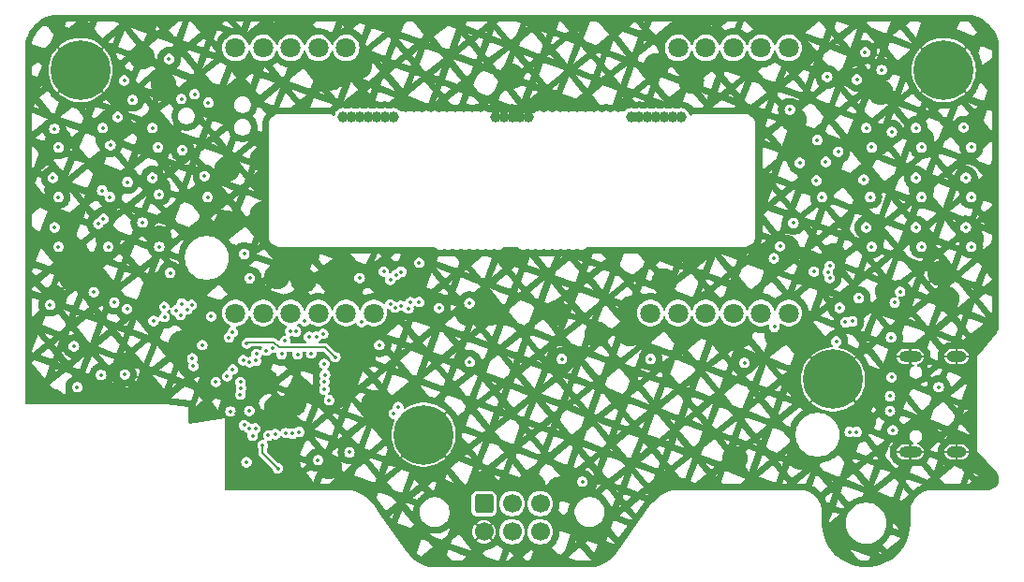
<source format=gbr>
%TF.GenerationSoftware,KiCad,Pcbnew,8.0.6*%
%TF.CreationDate,2024-12-15T00:33:14-05:00*%
%TF.ProjectId,VFDSAO,56464453-414f-42e6-9b69-6361645f7063,rev?*%
%TF.SameCoordinates,Original*%
%TF.FileFunction,Copper,L2,Inr*%
%TF.FilePolarity,Positive*%
%FSLAX46Y46*%
G04 Gerber Fmt 4.6, Leading zero omitted, Abs format (unit mm)*
G04 Created by KiCad (PCBNEW 8.0.6) date 2024-12-15 00:33:14*
%MOMM*%
%LPD*%
G01*
G04 APERTURE LIST*
G04 Aperture macros list*
%AMRoundRect*
0 Rectangle with rounded corners*
0 $1 Rounding radius*
0 $2 $3 $4 $5 $6 $7 $8 $9 X,Y pos of 4 corners*
0 Add a 4 corners polygon primitive as box body*
4,1,4,$2,$3,$4,$5,$6,$7,$8,$9,$2,$3,0*
0 Add four circle primitives for the rounded corners*
1,1,$1+$1,$2,$3*
1,1,$1+$1,$4,$5*
1,1,$1+$1,$6,$7*
1,1,$1+$1,$8,$9*
0 Add four rect primitives between the rounded corners*
20,1,$1+$1,$2,$3,$4,$5,0*
20,1,$1+$1,$4,$5,$6,$7,0*
20,1,$1+$1,$6,$7,$8,$9,0*
20,1,$1+$1,$8,$9,$2,$3,0*%
G04 Aperture macros list end*
%TA.AperFunction,ComponentPad*%
%ADD10O,2.100000X1.000000*%
%TD*%
%TA.AperFunction,ComponentPad*%
%ADD11O,1.800000X1.000000*%
%TD*%
%TA.AperFunction,ComponentPad*%
%ADD12C,1.800000*%
%TD*%
%TA.AperFunction,ComponentPad*%
%ADD13C,5.400000*%
%TD*%
%TA.AperFunction,ComponentPad*%
%ADD14RoundRect,0.250000X-0.600000X0.600000X-0.600000X-0.600000X0.600000X-0.600000X0.600000X0.600000X0*%
%TD*%
%TA.AperFunction,ComponentPad*%
%ADD15C,1.700000*%
%TD*%
%TA.AperFunction,ComponentPad*%
%ADD16R,0.900000X0.500000*%
%TD*%
%TA.AperFunction,ViaPad*%
%ADD17C,0.350000*%
%TD*%
%TA.AperFunction,ViaPad*%
%ADD18C,1.000000*%
%TD*%
%TA.AperFunction,Conductor*%
%ADD19C,0.150000*%
%TD*%
G04 APERTURE END LIST*
D10*
%TO.N,GND*%
%TO.C,J11*%
X135975000Y-99570000D03*
D11*
X140155000Y-99570000D03*
D10*
X135975000Y-90930000D03*
D11*
X140155000Y-90930000D03*
%TD*%
D12*
%TO.N,/F+*%
%TO.C,D25*%
X75000000Y-63000000D03*
%TO.N,/AnodeGateDrive3/OUT*%
X77500000Y-63000000D03*
%TO.N,/AnodeGateDrive4/OUT*%
X80000000Y-63000000D03*
%TO.N,/AnodeGateDrive6/OUT*%
X82500000Y-63000000D03*
%TO.N,/AnodeGateDrive5/OUT*%
X85000000Y-63000000D03*
%TO.N,/AnodeGateDrive/OUT*%
X115000000Y-63000000D03*
%TO.N,/AnodeGateDrive1/OUT*%
X117500000Y-63000000D03*
%TO.N,/AnodeGateDrive2/OUT*%
X120000000Y-63000000D03*
%TO.N,/AnodeGateDrive7/OUT*%
X122500000Y-63000000D03*
%TO.N,/F-*%
X125000000Y-63000000D03*
%TO.N,/AnodeGateDrive19/OUT*%
X125000000Y-87000000D03*
%TO.N,/AnodeGateDrive18/OUT*%
X122500000Y-87000000D03*
%TO.N,/AnodeGateDrive17/OUT*%
X120000000Y-87000000D03*
%TO.N,/AnodeGateDrive16/OUT*%
X117500000Y-87000000D03*
%TO.N,/AnodeGateDrive15/OUT*%
X115000000Y-87000000D03*
%TO.N,/AnodeGateDrive14/OUT*%
X112500000Y-87000000D03*
%TO.N,/AnodeGateDrive13/OUT*%
X87500000Y-87000000D03*
%TO.N,/AnodeGateDrive12/OUT*%
X85000000Y-87000000D03*
%TO.N,/AnodeGateDrive11/OUT*%
X82500000Y-87000000D03*
%TO.N,/AnodeGateDrive10/OUT*%
X80000000Y-87000000D03*
%TO.N,/AnodeGateDrive9/OUT*%
X77500000Y-87000000D03*
%TO.N,/AnodeGateDrive8/OUT*%
X75000000Y-87000000D03*
%TD*%
D13*
%TO.N,GND*%
%TO.C,H11*%
X92000000Y-98000000D03*
%TD*%
%TO.N,GND*%
%TO.C,H12*%
X129000000Y-93000000D03*
%TD*%
%TO.N,GND*%
%TO.C,H14*%
X139000000Y-65000000D03*
%TD*%
%TO.N,GND*%
%TO.C,H13*%
X61000000Y-65000000D03*
%TD*%
D14*
%TO.N,+3V3*%
%TO.C,J16*%
X97455000Y-104247500D03*
D15*
%TO.N,GND*%
X97455000Y-106787500D03*
%TO.N,/I2C_SDA*%
X99995000Y-104247500D03*
%TO.N,/I2C_SCL*%
X99995000Y-106787500D03*
%TO.N,/BZ_3v3*%
X102535000Y-104247500D03*
%TO.N,/BOOT1*%
X102535000Y-106787500D03*
%TD*%
D16*
%TO.N,GND*%
%TO.C,AE11*%
X71900000Y-96445000D03*
%TD*%
D17*
%TO.N,GND*%
X62050000Y-83650000D03*
X68000000Y-71250000D03*
X132500000Y-80250000D03*
X124800000Y-81075000D03*
X56500000Y-95000000D03*
X74250000Y-73950000D03*
X120150000Y-100150000D03*
X101900000Y-102650000D03*
X86550000Y-90950000D03*
X132362500Y-75750000D03*
X132500000Y-71250000D03*
X104000000Y-87000000D03*
X123950000Y-89000000D03*
X75050000Y-96100000D03*
X120550000Y-89050000D03*
X77750000Y-93200000D03*
X81150000Y-84020000D03*
D18*
X101500000Y-69250000D03*
D17*
X138700000Y-83400000D03*
X110750000Y-86600000D03*
X68150000Y-84337500D03*
X60650000Y-81600000D03*
X133943506Y-85016097D03*
X87575000Y-95100000D03*
X77500000Y-73000000D03*
X66000000Y-95000000D03*
X79500000Y-81500000D03*
X60500000Y-95000000D03*
X116200000Y-65980000D03*
X76275000Y-101785000D03*
X80243554Y-95163554D03*
D18*
X100750000Y-69250000D03*
D17*
X78750000Y-83700000D03*
X77500000Y-78000000D03*
X60200000Y-83800000D03*
X129075000Y-81850000D03*
X86050000Y-89300000D03*
X131750000Y-96750000D03*
X58500000Y-95000000D03*
D18*
X98500000Y-69250000D03*
D17*
X126500000Y-89450000D03*
X141500000Y-75750000D03*
X58625000Y-85600000D03*
X141800000Y-71250000D03*
X63500000Y-71250000D03*
X59000000Y-80250000D03*
X137000000Y-80250000D03*
X133300000Y-67000000D03*
X74600000Y-67900000D03*
X95400000Y-103600000D03*
X81500000Y-81500000D03*
X83700000Y-84000000D03*
X56500000Y-95000000D03*
X74250000Y-78850000D03*
D18*
X100000000Y-69250000D03*
D17*
X74250000Y-99050000D03*
X58896446Y-75853554D03*
X104250000Y-102950000D03*
X96000000Y-87000000D03*
X107700000Y-88900000D03*
X85100000Y-83500000D03*
X78650000Y-87625000D03*
X62500000Y-95000000D03*
X126600000Y-71400000D03*
X98000000Y-87000000D03*
X68117500Y-80250000D03*
X137000000Y-75750000D03*
X67986832Y-75657906D03*
X110650000Y-88850000D03*
X68500000Y-66300000D03*
X86200000Y-64650000D03*
X70100000Y-89750000D03*
X113750000Y-84100000D03*
X74950000Y-83850008D03*
X63900000Y-75550000D03*
X66550000Y-63800000D03*
X85150000Y-91900000D03*
X72750000Y-90750000D03*
X80850000Y-94000000D03*
X73750000Y-93200000D03*
X126100000Y-100050000D03*
X63500000Y-80250000D03*
D18*
X99250000Y-69250000D03*
D17*
X72480000Y-75750000D03*
X59000000Y-71250000D03*
X64500000Y-95000000D03*
X67500000Y-95000000D03*
X78750000Y-95550000D03*
X128000000Y-75750000D03*
X79800000Y-101075000D03*
X137000000Y-71250000D03*
X125450000Y-69500000D03*
X119250000Y-88800000D03*
X115750000Y-88850000D03*
X99950000Y-65550000D03*
X139250000Y-85700000D03*
X87450000Y-83650000D03*
X68695562Y-85838025D03*
X113000000Y-64650000D03*
X141500000Y-80250000D03*
X83450000Y-100900000D03*
X83650000Y-65700000D03*
%TO.N,+BATT*%
X60400000Y-90000000D03*
X62850000Y-92600000D03*
X65200000Y-86625000D03*
%TO.N,+5V*%
X134300000Y-92800000D03*
X71100000Y-91100000D03*
X134400000Y-97600000D03*
X65000000Y-92550000D03*
%TO.N,+3V3*%
X80742905Y-97750000D03*
X76000000Y-100500000D03*
X62200000Y-85100000D03*
X131150000Y-65875000D03*
X64350000Y-69250000D03*
X84021078Y-90986737D03*
X134325000Y-70600000D03*
X76016222Y-89745300D03*
X72550000Y-67950000D03*
%TO.N,VCC*%
X60700000Y-93700000D03*
X78825000Y-101050000D03*
X77450000Y-98950000D03*
X134575000Y-86050000D03*
X85300000Y-99600000D03*
X130125000Y-87825000D03*
X71200000Y-91800000D03*
%TO.N,/AnodeGateDrive19/OUT*%
X141500000Y-81000000D03*
%TO.N,/AnodeGateDrive8/OUT*%
X59000000Y-81000000D03*
%TO.N,/AnodeGateDrive15/OUT*%
X137000000Y-76500000D03*
%TO.N,/AnodeGateDrive11/OUT*%
X68000000Y-72000000D03*
%TO.N,/AnodeGateDrive6/OUT*%
X72480000Y-76500000D03*
%TO.N,/AnodeGateDrive14/OUT*%
X132362500Y-76500000D03*
%TO.N,/AnodeGateDrive12/OUT*%
X81250000Y-87700000D03*
X59000000Y-76500000D03*
%TO.N,/AnodeGateDrive9/OUT*%
X63500000Y-81000000D03*
%TO.N,/AnodeGateDrive5/OUT*%
X68071759Y-76251867D03*
%TO.N,/AnodeGateDrive1/OUT*%
X129475000Y-72400000D03*
X132500000Y-72000000D03*
%TO.N,/AnodeGateDrive13/OUT*%
X63645000Y-76500000D03*
X75800000Y-81650000D03*
%TO.N,/AnodeGateDrive3/OUT*%
X59000000Y-72000000D03*
%TO.N,/AnodeGateDrive4/OUT*%
X63703554Y-71796446D03*
%TO.N,/AnodeGateDrive7/OUT*%
X141500000Y-72000000D03*
%TO.N,/AnodeGateDrive17/OUT*%
X132500000Y-81000000D03*
%TO.N,/AnodeGateDrive10/OUT*%
X68117500Y-81000000D03*
%TO.N,/AnodeGateDrive16/OUT*%
X141500000Y-76500000D03*
%TO.N,/AnodeGateDrive/OUT*%
X128000000Y-76500000D03*
%TO.N,/F-*%
X125100000Y-68600000D03*
%TO.N,/AnodeGateDrive18/OUT*%
X137000000Y-81000000D03*
%TO.N,/AnodeGateDrive2/OUT*%
X137000000Y-72000000D03*
%TO.N,/3v3_G10*%
X132000000Y-79250000D03*
X74250000Y-92700000D03*
X88400000Y-83250000D03*
X86400000Y-87800000D03*
%TO.N,/3v3_G11*%
X89931069Y-86339119D03*
X136500000Y-79250000D03*
X75800000Y-97150000D03*
X88000000Y-89900000D03*
X89974955Y-83267179D03*
%TO.N,/RST*%
X93400000Y-86550000D03*
X83457873Y-94870293D03*
X90825250Y-86009400D03*
%TO.N,/I2C_SCL*%
X77968902Y-98081155D03*
%TO.N,/I2C_SDA*%
X78600021Y-97950021D03*
%TO.N,/BZ_3v3*%
X64050000Y-86050000D03*
X76250000Y-97450000D03*
%TO.N,/3v3_AN_A*%
X89303554Y-96103554D03*
X127500000Y-75000000D03*
X123653554Y-82046897D03*
X79550000Y-97850000D03*
%TO.N,/3v3_AN_B*%
X89700000Y-95500000D03*
X132000000Y-70250000D03*
X80162230Y-97901063D03*
%TO.N,/3v3_AN_C*%
X136500000Y-70250000D03*
X79175000Y-90711981D03*
%TO.N,/3v3_AN_D*%
X74750000Y-88700000D03*
X77793685Y-90391392D03*
X70019765Y-87162229D03*
X58628554Y-70328554D03*
%TO.N,/3v3_AN_E*%
X68562309Y-86423044D03*
X74408384Y-89193256D03*
X63000000Y-70250000D03*
X65250000Y-75150000D03*
X76900000Y-90700000D03*
%TO.N,/3v3_AN_F*%
X72800000Y-87300000D03*
X71049609Y-86254111D03*
X76861404Y-91305327D03*
X67500000Y-74750000D03*
%TO.N,/3v3_AN_G*%
X76273663Y-91426010D03*
X72200000Y-74600000D03*
X70642893Y-86657107D03*
%TO.N,/3v3_AN_DP*%
X140808578Y-70208578D03*
X75693394Y-91273395D03*
%TO.N,/3v3_G1*%
X80625000Y-90725000D03*
X58650000Y-79250000D03*
%TO.N,/3v3_G2*%
X79500000Y-89500000D03*
X62610683Y-78911251D03*
%TO.N,/3v3_G3*%
X81649997Y-89150000D03*
X66600000Y-78800000D03*
%TO.N,/3v3_G4*%
X81840564Y-90650000D03*
X67500000Y-70250000D03*
%TO.N,/3v3_G5*%
X63067025Y-78475867D03*
X80469907Y-88677018D03*
X58500000Y-74750000D03*
%TO.N,/3v3_G6*%
X79939595Y-88625000D03*
X62950000Y-75900000D03*
%TO.N,/3v3_G7*%
X131775000Y-74925000D03*
X76300000Y-83850000D03*
%TO.N,/3v3_G8*%
X74750000Y-92099997D03*
X136500000Y-74750000D03*
X91600006Y-82450000D03*
X90625003Y-86575003D03*
%TO.N,/3v3_G9*%
X89000010Y-86200000D03*
X75430959Y-94365000D03*
X89000000Y-84000000D03*
X141000000Y-74750000D03*
X128700000Y-83825000D03*
%TO.N,/3v3_G12*%
X89500000Y-83537792D03*
X89431175Y-86499536D03*
X76250000Y-95850000D03*
X141000000Y-79250000D03*
X127276255Y-83250000D03*
%TO.N,/FIL_DRIVE_A*%
X125425000Y-78850000D03*
X76800000Y-97450000D03*
X82299998Y-89150000D03*
X127571119Y-71332975D03*
X128530251Y-83272615D03*
%TO.N,/BOOT1*%
X78327258Y-90127862D03*
X106350000Y-102250000D03*
X130750000Y-87750000D03*
X74550000Y-95900000D03*
X73225000Y-93225000D03*
%TO.N,/FIL_DRIVE_B*%
X76550000Y-98100000D03*
X126003554Y-73403554D03*
X128700000Y-82750000D03*
X124212868Y-80951393D03*
%TO.N,/TOUCH2*%
X104500000Y-91150000D03*
X83050000Y-93200000D03*
%TO.N,/TOUCH4*%
X83025000Y-91593871D03*
X121000000Y-91500000D03*
%TO.N,/V_HI_EN*%
X135067338Y-85067251D03*
X134250000Y-89200000D03*
%TO.N,/USB+*%
X134150000Y-95850000D03*
X134150000Y-94525000D03*
X75508035Y-93769969D03*
X131125000Y-97750000D03*
%TO.N,/TOUCH3*%
X83090862Y-92590870D03*
X112500000Y-91150000D03*
%TO.N,/TOUCH1*%
X96175000Y-91425000D03*
X83034017Y-93919725D03*
%TO.N,/USB-*%
X75450000Y-93225000D03*
X130525000Y-97750000D03*
%TO.N,Net-(BZ11-+)*%
X70200000Y-72250000D03*
X58250000Y-86250000D03*
%TO.N,Net-(JP12-C)*%
X82917512Y-88882503D03*
D18*
%TO.N,Net-(BTe11-+)*%
X85500000Y-69250000D03*
X112250000Y-69250000D03*
X114500000Y-69250000D03*
X113750000Y-69250000D03*
X85500000Y-69250000D03*
X115250000Y-69250000D03*
X89250000Y-69250000D03*
X110750000Y-69250000D03*
X111500000Y-69250000D03*
X84750000Y-69250000D03*
X87000000Y-69250000D03*
D17*
X70120405Y-67622487D03*
D18*
X113000000Y-69250000D03*
X88500000Y-69250000D03*
X115250000Y-69250000D03*
X87750000Y-69250000D03*
D17*
X82450000Y-100300000D03*
D18*
X84750000Y-69250000D03*
X87750000Y-69250000D03*
X86250000Y-69250000D03*
D17*
%TO.N,/BOOT0*%
X138550000Y-93700000D03*
X128475000Y-65625000D03*
X128350000Y-73325000D03*
%TO.N,/FIL_SUP*%
X131319087Y-85630913D03*
%TO.N,Net-(D18-DOUT)*%
X123700000Y-88250000D03*
X86225000Y-83825000D03*
X96150000Y-86100000D03*
X91600000Y-86000000D03*
%TO.N,Net-(D20-DOUT)*%
X65700000Y-67700000D03*
X70150000Y-86150000D03*
X68600000Y-87350000D03*
X69100000Y-83350000D03*
%TO.N,Net-(U14-PROG)*%
X69623191Y-86776819D03*
X67600000Y-87700000D03*
%TO.N,Net-(U13-OUT_A)*%
X71300000Y-67200000D03*
X69000000Y-64000000D03*
%TO.N,/RGB_SUP*%
X129300000Y-89575000D03*
X72000000Y-89900000D03*
X131900000Y-63400000D03*
X129600000Y-86525000D03*
X64950000Y-65950000D03*
X133400000Y-65000000D03*
%TD*%
D19*
%TO.N,+3V3*%
X76016222Y-89745300D02*
X76133660Y-89627862D01*
X78477862Y-89627862D02*
X78950000Y-90100000D01*
X76133660Y-89627862D02*
X78477862Y-89627862D01*
X83134341Y-90100000D02*
X84021078Y-90986737D01*
X78950000Y-90100000D02*
X83134341Y-90100000D01*
%TO.N,VCC*%
X77450000Y-99675000D02*
X77450000Y-98950000D01*
X78825000Y-101050000D02*
X77450000Y-99675000D01*
%TD*%
%TA.AperFunction,Conductor*%
%TO.N,GND*%
G36*
X141000712Y-60000010D02*
G01*
X141004911Y-60000068D01*
X141163486Y-60002291D01*
X141173155Y-60002902D01*
X141497401Y-60039435D01*
X141508330Y-60041293D01*
X141825754Y-60113742D01*
X141836400Y-60116810D01*
X142143710Y-60224342D01*
X142153958Y-60228587D01*
X142447292Y-60369849D01*
X142457000Y-60375214D01*
X142674936Y-60512153D01*
X142732679Y-60548435D01*
X142741733Y-60554860D01*
X142996260Y-60757838D01*
X143004539Y-60765235D01*
X143234764Y-60995460D01*
X143242161Y-61003739D01*
X143445139Y-61258266D01*
X143451564Y-61267320D01*
X143624782Y-61542994D01*
X143630152Y-61552711D01*
X143771410Y-61846037D01*
X143775658Y-61856293D01*
X143883185Y-62163586D01*
X143886259Y-62174255D01*
X143958705Y-62491663D01*
X143960565Y-62502608D01*
X143997096Y-62826830D01*
X143997708Y-62836526D01*
X143999990Y-62999286D01*
X144000000Y-63000674D01*
X144000000Y-88139430D01*
X143999962Y-88142186D01*
X143997074Y-88245872D01*
X143994507Y-88265677D01*
X143946948Y-88468881D01*
X143939271Y-88490252D01*
X143846660Y-88677274D01*
X143836047Y-88694175D01*
X143772311Y-88776007D01*
X143770581Y-88778165D01*
X142163251Y-90727021D01*
X142050000Y-90864336D01*
X142050000Y-99500000D01*
X143720494Y-101306247D01*
X143733376Y-101320175D01*
X143734900Y-101321862D01*
X143791284Y-101385748D01*
X143792542Y-101387173D01*
X143802545Y-101400660D01*
X143879648Y-101525499D01*
X143894633Y-101549760D01*
X143903051Y-101566891D01*
X143964409Y-101729816D01*
X143969382Y-101748243D01*
X143998331Y-101919897D01*
X143999677Y-101938936D01*
X143995149Y-102112972D01*
X143992815Y-102131916D01*
X143954974Y-102301841D01*
X143949049Y-102319982D01*
X143879301Y-102479493D01*
X143870007Y-102496157D01*
X143770946Y-102639316D01*
X143758623Y-102653891D01*
X143633935Y-102775377D01*
X143619043Y-102787317D01*
X143473358Y-102882617D01*
X143456453Y-102891477D01*
X143295183Y-102957052D01*
X143276891Y-102962504D01*
X143104901Y-102996134D01*
X143088207Y-102997947D01*
X143018826Y-102999561D01*
X143001159Y-102999973D01*
X142998857Y-103000000D01*
X137999985Y-103000000D01*
X137857134Y-103002547D01*
X137574329Y-103043209D01*
X137574324Y-103043210D01*
X137300184Y-103123704D01*
X137104206Y-103213205D01*
X137040278Y-103242400D01*
X137040276Y-103242401D01*
X137040275Y-103242401D01*
X136869688Y-103352032D01*
X136799914Y-103396873D01*
X136799913Y-103396874D01*
X136799902Y-103396882D01*
X136583989Y-103583971D01*
X136583971Y-103583989D01*
X136396882Y-103799902D01*
X136396874Y-103799912D01*
X136396873Y-103799914D01*
X136367931Y-103844948D01*
X136242401Y-104040275D01*
X136242401Y-104040276D01*
X136123704Y-104300184D01*
X136043210Y-104574324D01*
X136043209Y-104574329D01*
X136002547Y-104857134D01*
X136000000Y-104999984D01*
X136000000Y-105999378D01*
X135999992Y-106000632D01*
X135997488Y-106198334D01*
X135996988Y-106207096D01*
X135956921Y-106601108D01*
X135955402Y-106611021D01*
X135875808Y-106998330D01*
X135873295Y-107008038D01*
X135754921Y-107385324D01*
X135751438Y-107394728D01*
X135595504Y-107758097D01*
X135591087Y-107767101D01*
X135399195Y-108112824D01*
X135393891Y-108121335D01*
X135168004Y-108445876D01*
X135161865Y-108453806D01*
X134904307Y-108753825D01*
X134897398Y-108761093D01*
X134610802Y-109033523D01*
X134603192Y-109040056D01*
X134290506Y-109282093D01*
X134282275Y-109287822D01*
X133946718Y-109496976D01*
X133937950Y-109501843D01*
X133582937Y-109675985D01*
X133573721Y-109679939D01*
X133202938Y-109817263D01*
X133193370Y-109820266D01*
X132810564Y-109919381D01*
X132800740Y-109921399D01*
X132409900Y-109981274D01*
X132399923Y-109982289D01*
X132005014Y-110002316D01*
X131994986Y-110002316D01*
X131600076Y-109982289D01*
X131590099Y-109981274D01*
X131199259Y-109921399D01*
X131189435Y-109919381D01*
X130806629Y-109820266D01*
X130797061Y-109817263D01*
X130426278Y-109679939D01*
X130417062Y-109675985D01*
X130062049Y-109501843D01*
X130053281Y-109496976D01*
X129717724Y-109287822D01*
X129709493Y-109282093D01*
X129396807Y-109040056D01*
X129389197Y-109033523D01*
X129102601Y-108761093D01*
X129095692Y-108753825D01*
X128863383Y-108483218D01*
X130588529Y-108483218D01*
X131267700Y-109321924D01*
X131314837Y-109334129D01*
X131655628Y-109386337D01*
X131999999Y-109403800D01*
X132344369Y-109386337D01*
X132685167Y-109334128D01*
X132734831Y-109321268D01*
X133404275Y-108779164D01*
X132973378Y-108247050D01*
X132815912Y-108312275D01*
X132812905Y-108313463D01*
X132800675Y-108318067D01*
X132797629Y-108319158D01*
X132779097Y-108325451D01*
X132776004Y-108326444D01*
X132763455Y-108330251D01*
X132760338Y-108331142D01*
X132507115Y-108398993D01*
X132503976Y-108399779D01*
X132491236Y-108402750D01*
X132488072Y-108403434D01*
X132468874Y-108407254D01*
X132465680Y-108407835D01*
X132452754Y-108409969D01*
X132449550Y-108410444D01*
X132189640Y-108444661D01*
X132186423Y-108445031D01*
X132173398Y-108446314D01*
X132170172Y-108446579D01*
X132150641Y-108447860D01*
X132147398Y-108448019D01*
X132134312Y-108448447D01*
X132131076Y-108448500D01*
X131868924Y-108448500D01*
X131865688Y-108448447D01*
X131852602Y-108448019D01*
X131849359Y-108447860D01*
X131829828Y-108446579D01*
X131826602Y-108446314D01*
X131813577Y-108445031D01*
X131810360Y-108444661D01*
X131550450Y-108410444D01*
X131547246Y-108409969D01*
X131534320Y-108407835D01*
X131531126Y-108407254D01*
X131511928Y-108403434D01*
X131508764Y-108402750D01*
X131496024Y-108399779D01*
X131492885Y-108398993D01*
X131239662Y-108331142D01*
X131236545Y-108330251D01*
X131223996Y-108326444D01*
X131220903Y-108325451D01*
X131202371Y-108319158D01*
X131199325Y-108318067D01*
X131187095Y-108313463D01*
X131184089Y-108312275D01*
X130941899Y-108211958D01*
X130938921Y-108210667D01*
X130930060Y-108206651D01*
X130588529Y-108483218D01*
X128863383Y-108483218D01*
X128838134Y-108453806D01*
X128832001Y-108445885D01*
X128606100Y-108121322D01*
X128600804Y-108112824D01*
X128504782Y-107939825D01*
X133494072Y-107939825D01*
X133869008Y-108402832D01*
X135093662Y-107411126D01*
X135191918Y-107182163D01*
X135265838Y-106946563D01*
X134448500Y-105937234D01*
X134448500Y-106131076D01*
X134448447Y-106134312D01*
X134448019Y-106147398D01*
X134447860Y-106150641D01*
X134446579Y-106170172D01*
X134446314Y-106173398D01*
X134445031Y-106186423D01*
X134444661Y-106189640D01*
X134410444Y-106449550D01*
X134409969Y-106452754D01*
X134407835Y-106465680D01*
X134407254Y-106468874D01*
X134403434Y-106488072D01*
X134402750Y-106491236D01*
X134399779Y-106503976D01*
X134398993Y-106507115D01*
X134331142Y-106760338D01*
X134330251Y-106763455D01*
X134326444Y-106776004D01*
X134325451Y-106779097D01*
X134319158Y-106797629D01*
X134318067Y-106800675D01*
X134313463Y-106812905D01*
X134312275Y-106815911D01*
X134211958Y-107058101D01*
X134210667Y-107061079D01*
X134205259Y-107073013D01*
X134203874Y-107075942D01*
X134195216Y-107093496D01*
X134193739Y-107096372D01*
X134187573Y-107107908D01*
X134185998Y-107110740D01*
X134054924Y-107337766D01*
X134053263Y-107340539D01*
X134046348Y-107351661D01*
X134044584Y-107354395D01*
X134033709Y-107370668D01*
X134031871Y-107373324D01*
X134024249Y-107383961D01*
X134022318Y-107386565D01*
X133862730Y-107594546D01*
X133860712Y-107597089D01*
X133852399Y-107607217D01*
X133850304Y-107609686D01*
X133837398Y-107624401D01*
X133835221Y-107626802D01*
X133826279Y-107636348D01*
X133824031Y-107638672D01*
X133638672Y-107824031D01*
X133636348Y-107826279D01*
X133626802Y-107835221D01*
X133624401Y-107837398D01*
X133609686Y-107850304D01*
X133607217Y-107852399D01*
X133597089Y-107860712D01*
X133594546Y-107862731D01*
X133494072Y-107939825D01*
X128504782Y-107939825D01*
X128408912Y-107767101D01*
X128404495Y-107758097D01*
X128248561Y-107394728D01*
X128245078Y-107385324D01*
X128126704Y-107008038D01*
X128124191Y-106998330D01*
X128123165Y-106993336D01*
X128044596Y-106611015D01*
X128043078Y-106601108D01*
X128042569Y-106596105D01*
X128003010Y-106207089D01*
X128002511Y-106198333D01*
X128002476Y-106195600D01*
X128000008Y-106000631D01*
X128000000Y-105999378D01*
X128000000Y-104999984D01*
X127997452Y-104857134D01*
X127965045Y-104631741D01*
X127956790Y-104574326D01*
X127911331Y-104419506D01*
X127876295Y-104300184D01*
X127876293Y-104300179D01*
X127757600Y-104040278D01*
X127603127Y-103799914D01*
X127587736Y-103782152D01*
X127508553Y-103690769D01*
X128243828Y-103690769D01*
X128266443Y-103725959D01*
X128268302Y-103728967D01*
X128275593Y-103741256D01*
X128277340Y-103744325D01*
X128287574Y-103763067D01*
X128289214Y-103766203D01*
X128295603Y-103778968D01*
X128297127Y-103782152D01*
X128424685Y-104061465D01*
X128426095Y-104064705D01*
X128431554Y-104077884D01*
X128432845Y-104081164D01*
X128440309Y-104101170D01*
X128441487Y-104104509D01*
X128446003Y-104118076D01*
X128447060Y-104121451D01*
X128533576Y-104416096D01*
X128534511Y-104419506D01*
X128538044Y-104433349D01*
X128538857Y-104436791D01*
X128543395Y-104457656D01*
X128544084Y-104461116D01*
X128546619Y-104475165D01*
X128547184Y-104478656D01*
X128590696Y-104781289D01*
X128591089Y-104784365D01*
X128592481Y-104796800D01*
X128592777Y-104799877D01*
X128594275Y-104818503D01*
X128594475Y-104821585D01*
X128595087Y-104834052D01*
X128595190Y-104837140D01*
X128597984Y-104993784D01*
X128598000Y-104995550D01*
X128598000Y-105980061D01*
X128723158Y-105878710D01*
X130149500Y-105878710D01*
X130149500Y-106121289D01*
X130181161Y-106361781D01*
X130181161Y-106361786D01*
X130187043Y-106383737D01*
X130237470Y-106571933D01*
X130243944Y-106596092D01*
X130243948Y-106596105D01*
X130336772Y-106820204D01*
X130336774Y-106820208D01*
X130336776Y-106820212D01*
X130458064Y-107030289D01*
X130458066Y-107030292D01*
X130605729Y-107222731D01*
X130605731Y-107222733D01*
X130605735Y-107222738D01*
X130777262Y-107394265D01*
X130777266Y-107394268D01*
X130777268Y-107394270D01*
X130834291Y-107438025D01*
X130969711Y-107541936D01*
X131179788Y-107663224D01*
X131179794Y-107663226D01*
X131179795Y-107663227D01*
X131183523Y-107664771D01*
X131403900Y-107756054D01*
X131638211Y-107818838D01*
X131878712Y-107850500D01*
X131878713Y-107850500D01*
X132121287Y-107850500D01*
X132121288Y-107850500D01*
X132361789Y-107818838D01*
X132596100Y-107756054D01*
X132820212Y-107663224D01*
X133030289Y-107541936D01*
X133222738Y-107394265D01*
X133394265Y-107222738D01*
X133541936Y-107030289D01*
X133663224Y-106820212D01*
X133756054Y-106596100D01*
X133818838Y-106361789D01*
X133850500Y-106121288D01*
X133850500Y-105878712D01*
X133818838Y-105638211D01*
X133756054Y-105403900D01*
X133663224Y-105179788D01*
X133541936Y-104969711D01*
X133541933Y-104969707D01*
X133394270Y-104777268D01*
X133394268Y-104777266D01*
X133394265Y-104777262D01*
X133222738Y-104605735D01*
X133222733Y-104605731D01*
X133222731Y-104605729D01*
X133030292Y-104458066D01*
X132987481Y-104433349D01*
X132820212Y-104336776D01*
X132820208Y-104336774D01*
X132820204Y-104336772D01*
X132596105Y-104243948D01*
X132596104Y-104243947D01*
X132596100Y-104243946D01*
X132361789Y-104181162D01*
X132361786Y-104181161D01*
X132361784Y-104181161D01*
X132121289Y-104149500D01*
X132121288Y-104149500D01*
X131878712Y-104149500D01*
X131878710Y-104149500D01*
X131638218Y-104181161D01*
X131638213Y-104181161D01*
X131403907Y-104243944D01*
X131403894Y-104243948D01*
X131179795Y-104336772D01*
X130969707Y-104458066D01*
X130777268Y-104605729D01*
X130605729Y-104777268D01*
X130458066Y-104969707D01*
X130336772Y-105179795D01*
X130243948Y-105403894D01*
X130243944Y-105403907D01*
X130181161Y-105638213D01*
X130181161Y-105638218D01*
X130149500Y-105878710D01*
X128723158Y-105878710D01*
X129741617Y-105053977D01*
X129788042Y-104941899D01*
X129789333Y-104938921D01*
X129794741Y-104926987D01*
X129796126Y-104924058D01*
X129804784Y-104906504D01*
X129806261Y-104903628D01*
X129812427Y-104892092D01*
X129814002Y-104889260D01*
X129945076Y-104662234D01*
X129946737Y-104659461D01*
X129953652Y-104648339D01*
X129955416Y-104645605D01*
X129966291Y-104629332D01*
X129968129Y-104626676D01*
X129975751Y-104616039D01*
X129977681Y-104613436D01*
X130003590Y-104579668D01*
X128871910Y-103182159D01*
X128243828Y-103690769D01*
X127508553Y-103690769D01*
X127416028Y-103583989D01*
X127416026Y-103583987D01*
X127416020Y-103583980D01*
X127416010Y-103583971D01*
X127200097Y-103396882D01*
X127200093Y-103396879D01*
X127200086Y-103396873D01*
X127013081Y-103276692D01*
X126959724Y-103242401D01*
X126699815Y-103123704D01*
X126425675Y-103043210D01*
X126425670Y-103043209D01*
X126142862Y-103002547D01*
X126142868Y-103002547D01*
X126000015Y-103000000D01*
X126000000Y-103000000D01*
X115043854Y-103000000D01*
X115043847Y-103000000D01*
X114919053Y-103001764D01*
X114865567Y-103002521D01*
X114865562Y-103002521D01*
X114511507Y-103044793D01*
X114511499Y-103044794D01*
X114164973Y-103128733D01*
X114164945Y-103128742D01*
X113830810Y-103253166D01*
X113830799Y-103253171D01*
X113513746Y-103416336D01*
X113218279Y-103615928D01*
X112948540Y-103849150D01*
X112708363Y-104112686D01*
X112708355Y-104112696D01*
X112602670Y-104256261D01*
X109397733Y-108743174D01*
X109396924Y-108744288D01*
X109294670Y-108883131D01*
X109288134Y-108891100D01*
X109055397Y-109146472D01*
X109046976Y-109154675D01*
X108786152Y-109380188D01*
X108776824Y-109387332D01*
X108610578Y-109499634D01*
X108491113Y-109580334D01*
X108480998Y-109586324D01*
X108174417Y-109744101D01*
X108163663Y-109748850D01*
X107840554Y-109869169D01*
X107829312Y-109872611D01*
X107494205Y-109953783D01*
X107482636Y-109955867D01*
X107139570Y-109996827D01*
X107129254Y-109997515D01*
X106956843Y-109999990D01*
X106955422Y-110000000D01*
X93044547Y-110000000D01*
X93043147Y-109999990D01*
X92870756Y-109997552D01*
X92860419Y-109996864D01*
X92517350Y-109955904D01*
X92505780Y-109953819D01*
X92170681Y-109872648D01*
X92159440Y-109869207D01*
X91836321Y-109748885D01*
X91825567Y-109744136D01*
X91518981Y-109586357D01*
X91508872Y-109580370D01*
X91223144Y-109387357D01*
X91213823Y-109380219D01*
X91191833Y-109361206D01*
X90952988Y-109154695D01*
X90944575Y-109146498D01*
X90711846Y-108891133D01*
X90705290Y-108883139D01*
X90603090Y-108744309D01*
X90602275Y-108743186D01*
X89728622Y-107520071D01*
X90463507Y-107520071D01*
X91086792Y-108392671D01*
X91171404Y-108507609D01*
X91366570Y-108721758D01*
X91582480Y-108908438D01*
X91772070Y-109036509D01*
X92685825Y-108296566D01*
X93636057Y-108296566D01*
X94531220Y-109402000D01*
X95452172Y-109402000D01*
X96342640Y-108680912D01*
X97292870Y-108680912D01*
X97876795Y-109402000D01*
X99583612Y-109402000D01*
X99999452Y-109065259D01*
X100949682Y-109065259D01*
X101222370Y-109402000D01*
X103715053Y-109402000D01*
X104665284Y-109402000D01*
X106951812Y-109402000D01*
X107094584Y-109399950D01*
X107138165Y-109394746D01*
X106162342Y-108189705D01*
X104665284Y-109402000D01*
X103715053Y-109402000D01*
X103765429Y-109361206D01*
X103040618Y-108466139D01*
X103032506Y-108468859D01*
X103028128Y-108470215D01*
X103001545Y-108477777D01*
X102997126Y-108478925D01*
X102979139Y-108483156D01*
X102974661Y-108484100D01*
X102737913Y-108528356D01*
X102733397Y-108529093D01*
X102715099Y-108531645D01*
X102710565Y-108532171D01*
X102683045Y-108534723D01*
X102678476Y-108535040D01*
X102660005Y-108535894D01*
X102655433Y-108536000D01*
X102414567Y-108536000D01*
X102409995Y-108535894D01*
X102391524Y-108535040D01*
X102386955Y-108534723D01*
X102359435Y-108532171D01*
X102354901Y-108531645D01*
X102336603Y-108529093D01*
X102332087Y-108528356D01*
X102095339Y-108484100D01*
X102090861Y-108483156D01*
X102072874Y-108478925D01*
X102068455Y-108477777D01*
X102041872Y-108470215D01*
X102037494Y-108468859D01*
X102019965Y-108462983D01*
X102015668Y-108461432D01*
X101799000Y-108377495D01*
X100949682Y-109065259D01*
X99999452Y-109065259D01*
X100108617Y-108976859D01*
X99737102Y-108518076D01*
X99555339Y-108484100D01*
X99550861Y-108483156D01*
X99532874Y-108478925D01*
X99528455Y-108477777D01*
X99501872Y-108470215D01*
X99497494Y-108468859D01*
X99479965Y-108462983D01*
X99475668Y-108461432D01*
X99251075Y-108374425D01*
X99246851Y-108372675D01*
X99229944Y-108365210D01*
X99225806Y-108363268D01*
X99201066Y-108350950D01*
X99197015Y-108348814D01*
X99180865Y-108339818D01*
X99176924Y-108337503D01*
X98972144Y-108210709D01*
X98968313Y-108208212D01*
X98953068Y-108197769D01*
X98949357Y-108195099D01*
X98943167Y-108190425D01*
X103586831Y-108190425D01*
X104230161Y-108984873D01*
X105676845Y-107813372D01*
X106627074Y-107813372D01*
X107790256Y-109249781D01*
X107927164Y-109198800D01*
X108180962Y-109068188D01*
X108417494Y-108908407D01*
X108633406Y-108721726D01*
X108828606Y-108507541D01*
X108913222Y-108392649D01*
X109268958Y-107894617D01*
X108182920Y-106553472D01*
X106627074Y-107813372D01*
X105676845Y-107813372D01*
X105786009Y-107724973D01*
X104526109Y-106169126D01*
X104242337Y-106398920D01*
X104249709Y-106424829D01*
X104250861Y-106429262D01*
X104255093Y-106447260D01*
X104256036Y-106451732D01*
X104261114Y-106478900D01*
X104261850Y-106483412D01*
X104264403Y-106501714D01*
X104264930Y-106506257D01*
X104287153Y-106746084D01*
X104287469Y-106750644D01*
X104288323Y-106769107D01*
X104288429Y-106773681D01*
X104288429Y-106801319D01*
X104288323Y-106805893D01*
X104287469Y-106824356D01*
X104287153Y-106828916D01*
X104264930Y-107068743D01*
X104264403Y-107073286D01*
X104261850Y-107091588D01*
X104261114Y-107096100D01*
X104256036Y-107123268D01*
X104255093Y-107127740D01*
X104250861Y-107145738D01*
X104249710Y-107150170D01*
X104183794Y-107381834D01*
X104182441Y-107386202D01*
X104176567Y-107403728D01*
X104175013Y-107408031D01*
X104165029Y-107433802D01*
X104163280Y-107438025D01*
X104155816Y-107454930D01*
X104153872Y-107459071D01*
X104046515Y-107674675D01*
X104044382Y-107678722D01*
X104035388Y-107694869D01*
X104033071Y-107698811D01*
X104018521Y-107722310D01*
X104016024Y-107726142D01*
X104005578Y-107741391D01*
X104002908Y-107745103D01*
X103857754Y-107937317D01*
X103854913Y-107940903D01*
X103843097Y-107955132D01*
X103840089Y-107958588D01*
X103821469Y-107979009D01*
X103818318Y-107982310D01*
X103805258Y-107995370D01*
X103801950Y-107998528D01*
X103623960Y-108160789D01*
X103620511Y-108163790D01*
X103606288Y-108175601D01*
X103602700Y-108178443D01*
X103586831Y-108190425D01*
X98943167Y-108190425D01*
X98927300Y-108178443D01*
X98923712Y-108175601D01*
X98909489Y-108163790D01*
X98906040Y-108160789D01*
X98728050Y-107998528D01*
X98724742Y-107995370D01*
X98711682Y-107982310D01*
X98708531Y-107979009D01*
X98689911Y-107958588D01*
X98686903Y-107955132D01*
X98675087Y-107940903D01*
X98672246Y-107937317D01*
X98658372Y-107918945D01*
X98645499Y-107934631D01*
X98621409Y-107953909D01*
X98602131Y-107977999D01*
X98409196Y-108136338D01*
X98405367Y-108139326D01*
X98389603Y-108151018D01*
X98385633Y-108153814D01*
X98361216Y-108170131D01*
X98357110Y-108172732D01*
X98340254Y-108182836D01*
X98336022Y-108185233D01*
X98127702Y-108296581D01*
X98123363Y-108298766D01*
X98105601Y-108307167D01*
X98101152Y-108309138D01*
X98074021Y-108320374D01*
X98069490Y-108322122D01*
X98051009Y-108328734D01*
X98046398Y-108330257D01*
X97820379Y-108398819D01*
X97815701Y-108400114D01*
X97796658Y-108404885D01*
X97791915Y-108405950D01*
X97763113Y-108411680D01*
X97758323Y-108412511D01*
X97738889Y-108415394D01*
X97734065Y-108415989D01*
X97604233Y-108428775D01*
X97292870Y-108680912D01*
X96342640Y-108680912D01*
X96451804Y-108592513D01*
X95191904Y-107036666D01*
X93636057Y-108296566D01*
X92685825Y-108296566D01*
X92794991Y-108208165D01*
X91722457Y-106883695D01*
X92491938Y-106883695D01*
X93259724Y-107831833D01*
X94549374Y-106787495D01*
X96399919Y-106787495D01*
X96399919Y-106787504D01*
X96420190Y-106993330D01*
X96420191Y-106993336D01*
X96480232Y-107191262D01*
X96480234Y-107191267D01*
X96577728Y-107373665D01*
X96577734Y-107373675D01*
X96645197Y-107455879D01*
X97037210Y-107063865D01*
X97054901Y-107094507D01*
X97147993Y-107187599D01*
X97178631Y-107205288D01*
X96786619Y-107597301D01*
X96868824Y-107664765D01*
X96868834Y-107664771D01*
X97051232Y-107762265D01*
X97051237Y-107762267D01*
X97249163Y-107822308D01*
X97249169Y-107822309D01*
X97454996Y-107842581D01*
X97455004Y-107842581D01*
X97660830Y-107822309D01*
X97660836Y-107822308D01*
X97858762Y-107762267D01*
X97858767Y-107762265D01*
X98041165Y-107664772D01*
X98041171Y-107664768D01*
X98123379Y-107597301D01*
X97731367Y-107205289D01*
X97762007Y-107187599D01*
X97855099Y-107094507D01*
X97872789Y-107063867D01*
X98264801Y-107455879D01*
X98332268Y-107373671D01*
X98332272Y-107373665D01*
X98429765Y-107191267D01*
X98429767Y-107191262D01*
X98489808Y-106993336D01*
X98489809Y-106993330D01*
X98510081Y-106787504D01*
X98510081Y-106787500D01*
X98839571Y-106787500D01*
X98859244Y-106999811D01*
X98876677Y-107061079D01*
X98917595Y-107204889D01*
X99012634Y-107395755D01*
X99141128Y-107565907D01*
X99186443Y-107607217D01*
X99298692Y-107709547D01*
X99298699Y-107709553D01*
X99402389Y-107773755D01*
X99479981Y-107821798D01*
X99678802Y-107898821D01*
X99888390Y-107938000D01*
X100101610Y-107938000D01*
X100311198Y-107898821D01*
X100510019Y-107821798D01*
X100691302Y-107709552D01*
X100848872Y-107565907D01*
X100977366Y-107395755D01*
X101072405Y-107204889D01*
X101130756Y-106999810D01*
X101150429Y-106787500D01*
X101379571Y-106787500D01*
X101399244Y-106999811D01*
X101416677Y-107061079D01*
X101457595Y-107204889D01*
X101552634Y-107395755D01*
X101681128Y-107565907D01*
X101726443Y-107607217D01*
X101838692Y-107709547D01*
X101838699Y-107709553D01*
X101942389Y-107773755D01*
X102019981Y-107821798D01*
X102218802Y-107898821D01*
X102428390Y-107938000D01*
X102641610Y-107938000D01*
X102851198Y-107898821D01*
X103050019Y-107821798D01*
X103231302Y-107709552D01*
X103388872Y-107565907D01*
X103517366Y-107395755D01*
X103612405Y-107204889D01*
X103670756Y-106999810D01*
X103690429Y-106787500D01*
X103670756Y-106575190D01*
X103612405Y-106370111D01*
X103517366Y-106179245D01*
X103388872Y-106009093D01*
X103245850Y-105878710D01*
X103231307Y-105865452D01*
X103231300Y-105865446D01*
X103050024Y-105753205D01*
X103050019Y-105753202D01*
X102932863Y-105707816D01*
X102851198Y-105676179D01*
X102851197Y-105676178D01*
X102851195Y-105676178D01*
X102641610Y-105637000D01*
X102428390Y-105637000D01*
X102218804Y-105676178D01*
X102019980Y-105753202D01*
X102019975Y-105753205D01*
X101838699Y-105865446D01*
X101838692Y-105865452D01*
X101681135Y-106009086D01*
X101681131Y-106009089D01*
X101681128Y-106009093D01*
X101681125Y-106009097D01*
X101552635Y-106179243D01*
X101552630Y-106179252D01*
X101457596Y-106370108D01*
X101457595Y-106370111D01*
X101449398Y-106398920D01*
X101399244Y-106575188D01*
X101379571Y-106787500D01*
X101150429Y-106787500D01*
X101130756Y-106575190D01*
X101072405Y-106370111D01*
X100977366Y-106179245D01*
X100848872Y-106009093D01*
X100705850Y-105878710D01*
X100691307Y-105865452D01*
X100691300Y-105865446D01*
X100510024Y-105753205D01*
X100510019Y-105753202D01*
X100392863Y-105707816D01*
X100311198Y-105676179D01*
X100311197Y-105676178D01*
X100311195Y-105676178D01*
X100101610Y-105637000D01*
X99888390Y-105637000D01*
X99678804Y-105676178D01*
X99479980Y-105753202D01*
X99479975Y-105753205D01*
X99298699Y-105865446D01*
X99298692Y-105865452D01*
X99141135Y-106009086D01*
X99141131Y-106009089D01*
X99141128Y-106009093D01*
X99141125Y-106009097D01*
X99012635Y-106179243D01*
X99012630Y-106179252D01*
X98917596Y-106370108D01*
X98917595Y-106370111D01*
X98909398Y-106398920D01*
X98859244Y-106575188D01*
X98839571Y-106787500D01*
X98510081Y-106787500D01*
X98510081Y-106787495D01*
X98489809Y-106581669D01*
X98489808Y-106581663D01*
X98429767Y-106383737D01*
X98429765Y-106383732D01*
X98332271Y-106201334D01*
X98332265Y-106201324D01*
X98264801Y-106119119D01*
X97872788Y-106511131D01*
X97855099Y-106480493D01*
X97762007Y-106387401D01*
X97731365Y-106369710D01*
X98123379Y-105977697D01*
X98041175Y-105910234D01*
X98041165Y-105910228D01*
X97858767Y-105812734D01*
X97858762Y-105812732D01*
X97660836Y-105752691D01*
X97660830Y-105752690D01*
X97455004Y-105732419D01*
X97454996Y-105732419D01*
X97249169Y-105752690D01*
X97249163Y-105752691D01*
X97051237Y-105812732D01*
X97051232Y-105812734D01*
X96868834Y-105910228D01*
X96868823Y-105910235D01*
X96786619Y-105977697D01*
X97178632Y-106369710D01*
X97147993Y-106387401D01*
X97054901Y-106480493D01*
X97037210Y-106511132D01*
X96645197Y-106119119D01*
X96577735Y-106201323D01*
X96577728Y-106201334D01*
X96480234Y-106383732D01*
X96480232Y-106383737D01*
X96420191Y-106581663D01*
X96420190Y-106581669D01*
X96399919Y-106787495D01*
X94549374Y-106787495D01*
X94815571Y-106571933D01*
X94526108Y-106214477D01*
X94506993Y-106240789D01*
X94504645Y-106243891D01*
X94494915Y-106256233D01*
X94492449Y-106259237D01*
X94477193Y-106277099D01*
X94474609Y-106280007D01*
X94463948Y-106291539D01*
X94461257Y-106294339D01*
X94294339Y-106461257D01*
X94291539Y-106463948D01*
X94280007Y-106474609D01*
X94277099Y-106477193D01*
X94259237Y-106492449D01*
X94256233Y-106494915D01*
X94243891Y-106504645D01*
X94240790Y-106506993D01*
X94049812Y-106645746D01*
X94046624Y-106647968D01*
X94033568Y-106656692D01*
X94030295Y-106658787D01*
X94010267Y-106671061D01*
X94006910Y-106673028D01*
X93993198Y-106680707D01*
X93989770Y-106682540D01*
X93779434Y-106789712D01*
X93775933Y-106791410D01*
X93761667Y-106797986D01*
X93758109Y-106799542D01*
X93736408Y-106808531D01*
X93732788Y-106809948D01*
X93718048Y-106815386D01*
X93714375Y-106816660D01*
X93489866Y-106889608D01*
X93486146Y-106890736D01*
X93471027Y-106895000D01*
X93467264Y-106895982D01*
X93444424Y-106901465D01*
X93440628Y-106902298D01*
X93425219Y-106905363D01*
X93421392Y-106906046D01*
X93188231Y-106942976D01*
X93184377Y-106943509D01*
X93168767Y-106945356D01*
X93164897Y-106945737D01*
X93141480Y-106947579D01*
X93137601Y-106947808D01*
X93121912Y-106948424D01*
X93118028Y-106948500D01*
X92881972Y-106948500D01*
X92878088Y-106948424D01*
X92862399Y-106947808D01*
X92858520Y-106947579D01*
X92835103Y-106945737D01*
X92831233Y-106945356D01*
X92815623Y-106943509D01*
X92811769Y-106942976D01*
X92578608Y-106906046D01*
X92574781Y-106905363D01*
X92559372Y-106902298D01*
X92555576Y-106901465D01*
X92532736Y-106895982D01*
X92528973Y-106895000D01*
X92513854Y-106890736D01*
X92510134Y-106889608D01*
X92491938Y-106883695D01*
X91722457Y-106883695D01*
X91535092Y-106652319D01*
X90463507Y-107520071D01*
X89728622Y-107520071D01*
X88214640Y-105400496D01*
X88949524Y-105400496D01*
X90115290Y-107032568D01*
X91158758Y-106187586D01*
X89898859Y-104631741D01*
X88949524Y-105400496D01*
X88214640Y-105400496D01*
X87397347Y-104256285D01*
X87291612Y-104112716D01*
X87291610Y-104112714D01*
X87291608Y-104112711D01*
X87051429Y-103849173D01*
X87051428Y-103849172D01*
X86781701Y-103615962D01*
X86486233Y-103416369D01*
X86423227Y-103383944D01*
X86326255Y-103334039D01*
X87369944Y-103334039D01*
X87449267Y-103402623D01*
X87451458Y-103404576D01*
X87460207Y-103412606D01*
X87462346Y-103414628D01*
X87475072Y-103427025D01*
X87477147Y-103429107D01*
X87485413Y-103437652D01*
X87487428Y-103439798D01*
X87738848Y-103715670D01*
X87740565Y-103717604D01*
X87747388Y-103725495D01*
X87749048Y-103727466D01*
X87758935Y-103739521D01*
X87760544Y-103741536D01*
X87766942Y-103749765D01*
X87768500Y-103751824D01*
X87881006Y-103904589D01*
X87881851Y-103905753D01*
X88601307Y-104912993D01*
X89413360Y-104255407D01*
X90363591Y-104255407D01*
X91051500Y-105104902D01*
X91051500Y-104893709D01*
X91649500Y-104893709D01*
X91649500Y-105106290D01*
X91682752Y-105316238D01*
X91748443Y-105518412D01*
X91844948Y-105707815D01*
X91844950Y-105707819D01*
X91969891Y-105879786D01*
X91969893Y-105879788D01*
X91969896Y-105879792D01*
X92120208Y-106030104D01*
X92120211Y-106030106D01*
X92120213Y-106030108D01*
X92292180Y-106155049D01*
X92292184Y-106155051D01*
X92481588Y-106251557D01*
X92683757Y-106317246D01*
X92683758Y-106317246D01*
X92683761Y-106317247D01*
X92893710Y-106350500D01*
X92893713Y-106350500D01*
X93106290Y-106350500D01*
X93316238Y-106317247D01*
X93316239Y-106317246D01*
X93316243Y-106317246D01*
X93518412Y-106251557D01*
X93707816Y-106155051D01*
X93754289Y-106121287D01*
X93879786Y-106030108D01*
X93879792Y-106030104D01*
X94030104Y-105879792D01*
X94155051Y-105707816D01*
X94184919Y-105649197D01*
X94837835Y-105649197D01*
X95280303Y-106195600D01*
X95996261Y-105615829D01*
X95881801Y-105464891D01*
X95877903Y-105459369D01*
X95862913Y-105436515D01*
X95859401Y-105430739D01*
X95839369Y-105395112D01*
X95836257Y-105389106D01*
X95824522Y-105364428D01*
X95821831Y-105358232D01*
X95751790Y-105180624D01*
X95749655Y-105174658D01*
X95741800Y-105150272D01*
X95740050Y-105144179D01*
X95730661Y-105107032D01*
X95729306Y-105100841D01*
X95724630Y-105075651D01*
X95723673Y-105069386D01*
X95709699Y-104953025D01*
X95709390Y-104950081D01*
X95708319Y-104938162D01*
X95708098Y-104935208D01*
X95707032Y-104917370D01*
X95706900Y-104914416D01*
X95706544Y-104902482D01*
X95706500Y-104899530D01*
X95706500Y-104710475D01*
X95635090Y-104732137D01*
X95616056Y-104735923D01*
X95409704Y-104756247D01*
X95390296Y-104756247D01*
X95183944Y-104735923D01*
X95164910Y-104732137D01*
X94966489Y-104671947D01*
X94948559Y-104664520D01*
X94916979Y-104647640D01*
X94942976Y-104811769D01*
X94943509Y-104815623D01*
X94945356Y-104831233D01*
X94945737Y-104835103D01*
X94947579Y-104858520D01*
X94947808Y-104862399D01*
X94948424Y-104878088D01*
X94948500Y-104881972D01*
X94948500Y-105118028D01*
X94948424Y-105121912D01*
X94947808Y-105137601D01*
X94947579Y-105141480D01*
X94945737Y-105164897D01*
X94945356Y-105168767D01*
X94943509Y-105184377D01*
X94942976Y-105188231D01*
X94906046Y-105421392D01*
X94905363Y-105425219D01*
X94902298Y-105440628D01*
X94901465Y-105444424D01*
X94895982Y-105467264D01*
X94895000Y-105471027D01*
X94890736Y-105486146D01*
X94889607Y-105489866D01*
X94837835Y-105649197D01*
X94184919Y-105649197D01*
X94251557Y-105518412D01*
X94317246Y-105316243D01*
X94336517Y-105194572D01*
X94350500Y-105106290D01*
X94350500Y-104893709D01*
X94317247Y-104683761D01*
X94317246Y-104683757D01*
X94251557Y-104481588D01*
X94155051Y-104292184D01*
X94155049Y-104292180D01*
X94030108Y-104120213D01*
X94030106Y-104120211D01*
X94030104Y-104120208D01*
X93879792Y-103969896D01*
X93879788Y-103969893D01*
X93879786Y-103969891D01*
X93707819Y-103844950D01*
X93707815Y-103844948D01*
X93518412Y-103748443D01*
X93316238Y-103682752D01*
X93106290Y-103649500D01*
X93106287Y-103649500D01*
X92893713Y-103649500D01*
X92893710Y-103649500D01*
X92683761Y-103682752D01*
X92481587Y-103748443D01*
X92292184Y-103844948D01*
X92292180Y-103844950D01*
X92120213Y-103969891D01*
X91969891Y-104120213D01*
X91844950Y-104292180D01*
X91844948Y-104292184D01*
X91748443Y-104481587D01*
X91682752Y-104683761D01*
X91649500Y-104893709D01*
X91051500Y-104893709D01*
X91051500Y-104881972D01*
X91051576Y-104878088D01*
X91052192Y-104862399D01*
X91052421Y-104858520D01*
X91054263Y-104835103D01*
X91054644Y-104831233D01*
X91056491Y-104815623D01*
X91057024Y-104811769D01*
X91093954Y-104578608D01*
X91094637Y-104574781D01*
X91097702Y-104559372D01*
X91098535Y-104555576D01*
X91104018Y-104532736D01*
X91105000Y-104528973D01*
X91109264Y-104513854D01*
X91110392Y-104510134D01*
X91183340Y-104285625D01*
X91184614Y-104281952D01*
X91190052Y-104267212D01*
X91191469Y-104263592D01*
X91200458Y-104241891D01*
X91202014Y-104238333D01*
X91208590Y-104224067D01*
X91210288Y-104220566D01*
X91317460Y-104010230D01*
X91319293Y-104006802D01*
X91326972Y-103993090D01*
X91328939Y-103989733D01*
X91341213Y-103969705D01*
X91343308Y-103966432D01*
X91352032Y-103953376D01*
X91354254Y-103950188D01*
X91493007Y-103759210D01*
X91495355Y-103756109D01*
X91505085Y-103743767D01*
X91507551Y-103740763D01*
X91522807Y-103722901D01*
X91525391Y-103719993D01*
X91536052Y-103708461D01*
X91538743Y-103705661D01*
X91640011Y-103604393D01*
X96304500Y-103604393D01*
X96304500Y-104890606D01*
X96315123Y-104979065D01*
X96370637Y-105119839D01*
X96370638Y-105119841D01*
X96370639Y-105119842D01*
X96462078Y-105240422D01*
X96582658Y-105331861D01*
X96582659Y-105331861D01*
X96582660Y-105331862D01*
X96649530Y-105358232D01*
X96723436Y-105387377D01*
X96811898Y-105398000D01*
X96811900Y-105398000D01*
X98098100Y-105398000D01*
X98098102Y-105398000D01*
X98186564Y-105387377D01*
X98327342Y-105331861D01*
X98447922Y-105240422D01*
X98539361Y-105119842D01*
X98594877Y-104979064D01*
X98605500Y-104890602D01*
X98605500Y-104247500D01*
X98839571Y-104247500D01*
X98859244Y-104459811D01*
X98863613Y-104475165D01*
X98917595Y-104664889D01*
X99012634Y-104855755D01*
X99141128Y-105025907D01*
X99141135Y-105025913D01*
X99298692Y-105169547D01*
X99298699Y-105169553D01*
X99402389Y-105233755D01*
X99479981Y-105281798D01*
X99678802Y-105358821D01*
X99888390Y-105398000D01*
X100101610Y-105398000D01*
X100311198Y-105358821D01*
X100510019Y-105281798D01*
X100691302Y-105169552D01*
X100848872Y-105025907D01*
X100977366Y-104855755D01*
X101072405Y-104664889D01*
X101130756Y-104459810D01*
X101150429Y-104247500D01*
X101379571Y-104247500D01*
X101399244Y-104459811D01*
X101403613Y-104475165D01*
X101457595Y-104664889D01*
X101552634Y-104855755D01*
X101681128Y-105025907D01*
X101681135Y-105025913D01*
X101838692Y-105169547D01*
X101838699Y-105169553D01*
X101942389Y-105233755D01*
X102019981Y-105281798D01*
X102218802Y-105358821D01*
X102428390Y-105398000D01*
X102641610Y-105398000D01*
X102851198Y-105358821D01*
X103050019Y-105281798D01*
X103231302Y-105169552D01*
X103388872Y-105025907D01*
X103517366Y-104855755D01*
X103541123Y-104808044D01*
X104193408Y-104808044D01*
X104614508Y-105328060D01*
X105051500Y-104974190D01*
X105051500Y-104893709D01*
X105649500Y-104893709D01*
X105649500Y-105106290D01*
X105682752Y-105316238D01*
X105748443Y-105518412D01*
X105844948Y-105707815D01*
X105844950Y-105707819D01*
X105969891Y-105879786D01*
X105969893Y-105879788D01*
X105969896Y-105879792D01*
X106120208Y-106030104D01*
X106120211Y-106030106D01*
X106120213Y-106030108D01*
X106292180Y-106155049D01*
X106292184Y-106155051D01*
X106481588Y-106251557D01*
X106683757Y-106317246D01*
X106683758Y-106317246D01*
X106683761Y-106317247D01*
X106893710Y-106350500D01*
X106893713Y-106350500D01*
X107106290Y-106350500D01*
X107316238Y-106317247D01*
X107316239Y-106317246D01*
X107316243Y-106317246D01*
X107518412Y-106251557D01*
X107664466Y-106177139D01*
X108647654Y-106177139D01*
X109629591Y-107389731D01*
X110836928Y-105699458D01*
X110203501Y-104917239D01*
X108647654Y-106177139D01*
X107664466Y-106177139D01*
X107707816Y-106155051D01*
X107754289Y-106121287D01*
X107879786Y-106030108D01*
X107879792Y-106030104D01*
X108030104Y-105879792D01*
X108155051Y-105707816D01*
X108251557Y-105518412D01*
X108317246Y-105316243D01*
X108336517Y-105194572D01*
X108350500Y-105106290D01*
X108350500Y-104893709D01*
X108317247Y-104683761D01*
X108317246Y-104683757D01*
X108251557Y-104481588D01*
X108155051Y-104292184D01*
X108155049Y-104292180D01*
X108030108Y-104120213D01*
X108030106Y-104120211D01*
X108030104Y-104120208D01*
X107879792Y-103969896D01*
X107879788Y-103969893D01*
X107879786Y-103969891D01*
X107707819Y-103844950D01*
X107707815Y-103844948D01*
X107518412Y-103748443D01*
X107316238Y-103682752D01*
X107106290Y-103649500D01*
X107106287Y-103649500D01*
X106893713Y-103649500D01*
X106893710Y-103649500D01*
X106683761Y-103682752D01*
X106481587Y-103748443D01*
X106292184Y-103844948D01*
X106292180Y-103844950D01*
X106120213Y-103969891D01*
X105969891Y-104120213D01*
X105844950Y-104292180D01*
X105844948Y-104292184D01*
X105748443Y-104481587D01*
X105682752Y-104683761D01*
X105649500Y-104893709D01*
X105051500Y-104893709D01*
X105051500Y-104881972D01*
X105051576Y-104878088D01*
X105052192Y-104862399D01*
X105052421Y-104858520D01*
X105054263Y-104835103D01*
X105054644Y-104831233D01*
X105056491Y-104815623D01*
X105057024Y-104811769D01*
X105093954Y-104578608D01*
X105094637Y-104574781D01*
X105097702Y-104559372D01*
X105098535Y-104555576D01*
X105104018Y-104532736D01*
X105105000Y-104528973D01*
X105109264Y-104513854D01*
X105110392Y-104510134D01*
X105183340Y-104285625D01*
X105184614Y-104281952D01*
X105190052Y-104267212D01*
X105191469Y-104263592D01*
X105200458Y-104241891D01*
X105202014Y-104238333D01*
X105208590Y-104224067D01*
X105210288Y-104220566D01*
X105317460Y-104010230D01*
X105319293Y-104006802D01*
X105326972Y-103993090D01*
X105328939Y-103989733D01*
X105341213Y-103969705D01*
X105343308Y-103966432D01*
X105352032Y-103953376D01*
X105354254Y-103950188D01*
X105493007Y-103759210D01*
X105495355Y-103756109D01*
X105505085Y-103743767D01*
X105507551Y-103740763D01*
X105522807Y-103722901D01*
X105525391Y-103719993D01*
X105536052Y-103708461D01*
X105538743Y-103705661D01*
X105705661Y-103538743D01*
X105708461Y-103536052D01*
X105719993Y-103525391D01*
X105722901Y-103522807D01*
X105726350Y-103519860D01*
X105578293Y-103337025D01*
X108023462Y-103337025D01*
X108030295Y-103341213D01*
X108033568Y-103343308D01*
X108046624Y-103352032D01*
X108049812Y-103354254D01*
X108240790Y-103493007D01*
X108243891Y-103495355D01*
X108256233Y-103505085D01*
X108259237Y-103507551D01*
X108277099Y-103522807D01*
X108280007Y-103525391D01*
X108291539Y-103536052D01*
X108294339Y-103538743D01*
X108461257Y-103705661D01*
X108463948Y-103708461D01*
X108474609Y-103719993D01*
X108477193Y-103722901D01*
X108492449Y-103740763D01*
X108494915Y-103743767D01*
X108504645Y-103756109D01*
X108506993Y-103759210D01*
X108645746Y-103950188D01*
X108647968Y-103953376D01*
X108656692Y-103966432D01*
X108658787Y-103969705D01*
X108671061Y-103989733D01*
X108673028Y-103993090D01*
X108680707Y-104006802D01*
X108682540Y-104010230D01*
X108789712Y-104220566D01*
X108791410Y-104224067D01*
X108797986Y-104238333D01*
X108799542Y-104241891D01*
X108808531Y-104263592D01*
X108809948Y-104267212D01*
X108815386Y-104281952D01*
X108816660Y-104285625D01*
X108889608Y-104510134D01*
X108890736Y-104513854D01*
X108895000Y-104528973D01*
X108895982Y-104532736D01*
X108901465Y-104555576D01*
X108902298Y-104559372D01*
X108905363Y-104574781D01*
X108906046Y-104578608D01*
X108942976Y-104811769D01*
X108943509Y-104815623D01*
X108945356Y-104831233D01*
X108945737Y-104835103D01*
X108947579Y-104858520D01*
X108947808Y-104862399D01*
X108948424Y-104878088D01*
X108948500Y-104881972D01*
X108948500Y-105118028D01*
X108948424Y-105121912D01*
X108947808Y-105137601D01*
X108947579Y-105141480D01*
X108945737Y-105164897D01*
X108945589Y-105166394D01*
X109718004Y-104540906D01*
X110668233Y-104540906D01*
X111197561Y-105194572D01*
X112118118Y-103905795D01*
X112118951Y-103904647D01*
X112231406Y-103751885D01*
X112232966Y-103749823D01*
X112239378Y-103741573D01*
X112240990Y-103739554D01*
X112250895Y-103727474D01*
X112252565Y-103725491D01*
X112259399Y-103717588D01*
X112261113Y-103715658D01*
X112427875Y-103532675D01*
X112224079Y-103281007D01*
X110668233Y-104540906D01*
X109718004Y-104540906D01*
X109827168Y-104452507D01*
X108567268Y-102896660D01*
X108023462Y-103337025D01*
X105578293Y-103337025D01*
X105391770Y-103106688D01*
X105385923Y-103166056D01*
X105382137Y-103185090D01*
X105321947Y-103383511D01*
X105314520Y-103401441D01*
X105216775Y-103584308D01*
X105205993Y-103600445D01*
X105074452Y-103760729D01*
X105060729Y-103774452D01*
X104900445Y-103905993D01*
X104884308Y-103916775D01*
X104701441Y-104014520D01*
X104683511Y-104021947D01*
X104485090Y-104082137D01*
X104466056Y-104085923D01*
X104277737Y-104104470D01*
X104287153Y-104206083D01*
X104287469Y-104210644D01*
X104288323Y-104229107D01*
X104288429Y-104233681D01*
X104288429Y-104261319D01*
X104288323Y-104265893D01*
X104287469Y-104284356D01*
X104287153Y-104288916D01*
X104264930Y-104528743D01*
X104264403Y-104533286D01*
X104261850Y-104551588D01*
X104261114Y-104556100D01*
X104256036Y-104583268D01*
X104255093Y-104587740D01*
X104250861Y-104605738D01*
X104249710Y-104610170D01*
X104193408Y-104808044D01*
X103541123Y-104808044D01*
X103612405Y-104664889D01*
X103670756Y-104459810D01*
X103690429Y-104247500D01*
X103670756Y-104035190D01*
X103612405Y-103830111D01*
X103517366Y-103639245D01*
X103388872Y-103469093D01*
X103285829Y-103375156D01*
X103231307Y-103325452D01*
X103231300Y-103325446D01*
X103050024Y-103213205D01*
X103050019Y-103213202D01*
X102976224Y-103184614D01*
X102851198Y-103136179D01*
X102851197Y-103136178D01*
X102851195Y-103136178D01*
X102641610Y-103097000D01*
X102428390Y-103097000D01*
X102218804Y-103136178D01*
X102019980Y-103213202D01*
X102019975Y-103213205D01*
X101838699Y-103325446D01*
X101838692Y-103325452D01*
X101681135Y-103469086D01*
X101681131Y-103469089D01*
X101681128Y-103469093D01*
X101681125Y-103469097D01*
X101552635Y-103639243D01*
X101552630Y-103639252D01*
X101466400Y-103812427D01*
X101457595Y-103830111D01*
X101453373Y-103844949D01*
X101399244Y-104035188D01*
X101379571Y-104247500D01*
X101150429Y-104247500D01*
X101130756Y-104035190D01*
X101072405Y-103830111D01*
X100977366Y-103639245D01*
X100848872Y-103469093D01*
X100745829Y-103375156D01*
X100691307Y-103325452D01*
X100691300Y-103325446D01*
X100510024Y-103213205D01*
X100510019Y-103213202D01*
X100436224Y-103184614D01*
X100311198Y-103136179D01*
X100311197Y-103136178D01*
X100311195Y-103136178D01*
X100101610Y-103097000D01*
X99888390Y-103097000D01*
X99678804Y-103136178D01*
X99479980Y-103213202D01*
X99479975Y-103213205D01*
X99298699Y-103325446D01*
X99298692Y-103325452D01*
X99141135Y-103469086D01*
X99141131Y-103469089D01*
X99141128Y-103469093D01*
X99141125Y-103469097D01*
X99012635Y-103639243D01*
X99012630Y-103639252D01*
X98926400Y-103812427D01*
X98917595Y-103830111D01*
X98913373Y-103844949D01*
X98859244Y-104035188D01*
X98839571Y-104247500D01*
X98605500Y-104247500D01*
X98605500Y-103604398D01*
X98594877Y-103515936D01*
X98539361Y-103375158D01*
X98447922Y-103254578D01*
X98327342Y-103163139D01*
X98327341Y-103163138D01*
X98327339Y-103163137D01*
X98186565Y-103107623D01*
X98098106Y-103097000D01*
X98098102Y-103097000D01*
X96811898Y-103097000D01*
X96811893Y-103097000D01*
X96723434Y-103107623D01*
X96582660Y-103163137D01*
X96582656Y-103163140D01*
X96462081Y-103254575D01*
X96462075Y-103254581D01*
X96370640Y-103375156D01*
X96370637Y-103375160D01*
X96315123Y-103515934D01*
X96304500Y-103604393D01*
X91640011Y-103604393D01*
X91705661Y-103538743D01*
X91708461Y-103536052D01*
X91719993Y-103525391D01*
X91722901Y-103522807D01*
X91740763Y-103507551D01*
X91743767Y-103505085D01*
X91756109Y-103495355D01*
X91759210Y-103493007D01*
X91950188Y-103354254D01*
X91953376Y-103352032D01*
X91966432Y-103343308D01*
X91969705Y-103341213D01*
X91989733Y-103328939D01*
X91993090Y-103326972D01*
X92006802Y-103319293D01*
X92010230Y-103317460D01*
X92130517Y-103256170D01*
X91919438Y-102995507D01*
X90363591Y-104255407D01*
X89413360Y-104255407D01*
X89522525Y-104167007D01*
X88262626Y-102611160D01*
X87369944Y-103334039D01*
X86326255Y-103334039D01*
X86169184Y-103253205D01*
X86169177Y-103253202D01*
X86169174Y-103253201D01*
X85835037Y-103128776D01*
X85835025Y-103128772D01*
X85488493Y-103044832D01*
X85488485Y-103044831D01*
X85417673Y-103036376D01*
X85134430Y-103002559D01*
X85134425Y-103002558D01*
X85134417Y-103002558D01*
X84991451Y-103000506D01*
X84956146Y-103000000D01*
X84956132Y-103000000D01*
X74099000Y-103000000D01*
X74040809Y-102981093D01*
X74004845Y-102931593D01*
X74000000Y-102901000D01*
X74000000Y-100499997D01*
X75519610Y-100499997D01*
X75519610Y-100500002D01*
X75539067Y-100635337D01*
X75539069Y-100635345D01*
X75595868Y-100759715D01*
X75595869Y-100759716D01*
X75595870Y-100759718D01*
X75685411Y-100863055D01*
X75800439Y-100936978D01*
X75931633Y-100975500D01*
X75931634Y-100975500D01*
X76068366Y-100975500D01*
X76068367Y-100975500D01*
X76199561Y-100936978D01*
X76314589Y-100863055D01*
X76404130Y-100759718D01*
X76438735Y-100683944D01*
X76460930Y-100635345D01*
X76460932Y-100635337D01*
X76480390Y-100500002D01*
X76480390Y-100499997D01*
X76460932Y-100364662D01*
X76460930Y-100364654D01*
X76404131Y-100240284D01*
X76404130Y-100240283D01*
X76404130Y-100240282D01*
X76314589Y-100136945D01*
X76199561Y-100063022D01*
X76199558Y-100063021D01*
X76068368Y-100024500D01*
X76068367Y-100024500D01*
X75931633Y-100024500D01*
X75931631Y-100024500D01*
X75800441Y-100063021D01*
X75800439Y-100063021D01*
X75800439Y-100063022D01*
X75685411Y-100136945D01*
X75685410Y-100136945D01*
X75685410Y-100136946D01*
X75595868Y-100240284D01*
X75539069Y-100364654D01*
X75539067Y-100364662D01*
X75519610Y-100499997D01*
X74000000Y-100499997D01*
X74000000Y-98949997D01*
X76969610Y-98949997D01*
X76969610Y-98950002D01*
X76989067Y-99085337D01*
X76989069Y-99085345D01*
X77045868Y-99209715D01*
X77045869Y-99209716D01*
X77045870Y-99209718D01*
X77050317Y-99214851D01*
X77074137Y-99271207D01*
X77074500Y-99279683D01*
X77074500Y-99724438D01*
X77087294Y-99772184D01*
X77087294Y-99772185D01*
X77100088Y-99819934D01*
X77100088Y-99819935D01*
X77100090Y-99819938D01*
X77143143Y-99894508D01*
X77149526Y-99905563D01*
X78039656Y-100795694D01*
X78329815Y-101085853D01*
X78357592Y-101140370D01*
X78357803Y-101141767D01*
X78364068Y-101185341D01*
X78418594Y-101304734D01*
X78420870Y-101309718D01*
X78510411Y-101413055D01*
X78625439Y-101486978D01*
X78756633Y-101525500D01*
X78756634Y-101525500D01*
X78893366Y-101525500D01*
X78893367Y-101525500D01*
X79024561Y-101486978D01*
X79056995Y-101466134D01*
X81413733Y-101466134D01*
X82171582Y-102402000D01*
X83439247Y-102402000D01*
X84120315Y-101850481D01*
X85070546Y-101850481D01*
X85556607Y-102450717D01*
X85568198Y-102452101D01*
X85571111Y-102452493D01*
X85582860Y-102454251D01*
X85585763Y-102454729D01*
X85603248Y-102457879D01*
X85606128Y-102458443D01*
X85617757Y-102460896D01*
X85620631Y-102461547D01*
X85984442Y-102549672D01*
X85987286Y-102550405D01*
X85998740Y-102553542D01*
X86001566Y-102554362D01*
X86018554Y-102559562D01*
X86021358Y-102560466D01*
X86032619Y-102564283D01*
X86035386Y-102565267D01*
X86386193Y-102695899D01*
X86388936Y-102696967D01*
X86399946Y-102701444D01*
X86402653Y-102702592D01*
X86418905Y-102709770D01*
X86421570Y-102710994D01*
X86432289Y-102716113D01*
X86434928Y-102717422D01*
X86767771Y-102888714D01*
X86770367Y-102890099D01*
X86780768Y-102895849D01*
X86783322Y-102897311D01*
X86798608Y-102906365D01*
X86801112Y-102907899D01*
X86811150Y-102914254D01*
X86813611Y-102915863D01*
X86880402Y-102960981D01*
X87777128Y-102234827D01*
X88727358Y-102234827D01*
X89987258Y-103790674D01*
X91433940Y-102619174D01*
X92384172Y-102619174D01*
X92747037Y-103067276D01*
X92811769Y-103057024D01*
X92815623Y-103056491D01*
X92831233Y-103054644D01*
X92835103Y-103054263D01*
X92858520Y-103052421D01*
X92862399Y-103052192D01*
X92878088Y-103051576D01*
X92881972Y-103051500D01*
X93118028Y-103051500D01*
X93121912Y-103051576D01*
X93137601Y-103052192D01*
X93141480Y-103052421D01*
X93164897Y-103054263D01*
X93168767Y-103054644D01*
X93184377Y-103056491D01*
X93188231Y-103057024D01*
X93421392Y-103093954D01*
X93425219Y-103094637D01*
X93440628Y-103097702D01*
X93444424Y-103098535D01*
X93467264Y-103104018D01*
X93471027Y-103105000D01*
X93486146Y-103109264D01*
X93489866Y-103110392D01*
X93714375Y-103183340D01*
X93718048Y-103184614D01*
X93732788Y-103190052D01*
X93736408Y-103191469D01*
X93758109Y-103200458D01*
X93761667Y-103202014D01*
X93775933Y-103208590D01*
X93779434Y-103210288D01*
X93989770Y-103317460D01*
X93993198Y-103319293D01*
X94006910Y-103326972D01*
X94010267Y-103328939D01*
X94030295Y-103341213D01*
X94033568Y-103343308D01*
X94046624Y-103352032D01*
X94049812Y-103354254D01*
X94240790Y-103493007D01*
X94243891Y-103495355D01*
X94252440Y-103502094D01*
X94264077Y-103383944D01*
X94267863Y-103364910D01*
X94328053Y-103166489D01*
X94335480Y-103148559D01*
X94433225Y-102965692D01*
X94444007Y-102949555D01*
X94575548Y-102789271D01*
X94589271Y-102775548D01*
X94749555Y-102644007D01*
X94765692Y-102633225D01*
X94909428Y-102556396D01*
X93940018Y-101359274D01*
X92384172Y-102619174D01*
X91433940Y-102619174D01*
X91543105Y-102530774D01*
X90388607Y-101105089D01*
X90271387Y-101046219D01*
X90268832Y-101044889D01*
X90258589Y-101039366D01*
X90256077Y-101037964D01*
X90241009Y-101029265D01*
X90238530Y-101027785D01*
X90228627Y-101021676D01*
X90226863Y-101020551D01*
X88727358Y-102234827D01*
X87777128Y-102234827D01*
X87886292Y-102146428D01*
X86626393Y-100590581D01*
X85070546Y-101850481D01*
X84120315Y-101850481D01*
X84229480Y-101762081D01*
X84223650Y-101754881D01*
X84100445Y-101855993D01*
X84084308Y-101866775D01*
X83901441Y-101964520D01*
X83883511Y-101971947D01*
X83685090Y-102032137D01*
X83666056Y-102035923D01*
X83459704Y-102056247D01*
X83440296Y-102056247D01*
X83233944Y-102035923D01*
X83214910Y-102032137D01*
X83016489Y-101971947D01*
X82998559Y-101964520D01*
X82815692Y-101866775D01*
X82799555Y-101855993D01*
X82639271Y-101724452D01*
X82625548Y-101710729D01*
X82494007Y-101550445D01*
X82483225Y-101534308D01*
X82397271Y-101373500D01*
X82360268Y-101373500D01*
X82353205Y-101373248D01*
X82324711Y-101371210D01*
X82317689Y-101370455D01*
X82275390Y-101364375D01*
X82268429Y-101363119D01*
X82240505Y-101357044D01*
X82233659Y-101355297D01*
X82061458Y-101304734D01*
X82054752Y-101302502D01*
X82027977Y-101292515D01*
X82021448Y-101289810D01*
X81982578Y-101272058D01*
X81976257Y-101268894D01*
X81951187Y-101255204D01*
X81945112Y-101251600D01*
X81796556Y-101156130D01*
X81413733Y-101466134D01*
X79056995Y-101466134D01*
X79139589Y-101413055D01*
X79229130Y-101309718D01*
X79269214Y-101221947D01*
X79285930Y-101185345D01*
X79285932Y-101185337D01*
X79305390Y-101050002D01*
X79305390Y-101049997D01*
X79285932Y-100914662D01*
X79285930Y-100914654D01*
X79229131Y-100790284D01*
X79229130Y-100790283D01*
X79229130Y-100790282D01*
X79139589Y-100686945D01*
X79024561Y-100613022D01*
X78996335Y-100604734D01*
X78899450Y-100576286D01*
X78857338Y-100551300D01*
X77854496Y-99548458D01*
X77826719Y-99493941D01*
X77825500Y-99478454D01*
X77825500Y-99445555D01*
X79777500Y-99445555D01*
X80227469Y-100001219D01*
X80233513Y-100003053D01*
X80251441Y-100010480D01*
X80434308Y-100108225D01*
X80450445Y-100119007D01*
X80610729Y-100250548D01*
X80624452Y-100264271D01*
X80755993Y-100424555D01*
X80766775Y-100440692D01*
X80864520Y-100623559D01*
X80871947Y-100641489D01*
X80932137Y-100839910D01*
X80935923Y-100858945D01*
X80937845Y-100878461D01*
X81037400Y-101001401D01*
X81440936Y-100674624D01*
X81436234Y-100664328D01*
X81433530Y-100657799D01*
X81423547Y-100631034D01*
X81421316Y-100624332D01*
X81409275Y-100583330D01*
X81407527Y-100576479D01*
X81401452Y-100548553D01*
X81400197Y-100541598D01*
X81374656Y-100363954D01*
X81373900Y-100356927D01*
X81371862Y-100328429D01*
X81371610Y-100321367D01*
X81371610Y-100299997D01*
X81969610Y-100299997D01*
X81969610Y-100300002D01*
X81989067Y-100435337D01*
X81989069Y-100435345D01*
X82045868Y-100559715D01*
X82045869Y-100559716D01*
X82045870Y-100559718D01*
X82135411Y-100663055D01*
X82250439Y-100736978D01*
X82381633Y-100775500D01*
X82381634Y-100775500D01*
X82518366Y-100775500D01*
X82518367Y-100775500D01*
X82649561Y-100736978D01*
X82764589Y-100663055D01*
X82854130Y-100559718D01*
X82902147Y-100454576D01*
X82910930Y-100435345D01*
X82910932Y-100435337D01*
X82930390Y-100300002D01*
X82930390Y-100299997D01*
X82910932Y-100164662D01*
X82910930Y-100164654D01*
X82854131Y-100040284D01*
X82854130Y-100040283D01*
X82854130Y-100040282D01*
X82764589Y-99936945D01*
X82649561Y-99863022D01*
X82638309Y-99859718D01*
X82518368Y-99824500D01*
X82518367Y-99824500D01*
X82381633Y-99824500D01*
X82381631Y-99824500D01*
X82250441Y-99863021D01*
X82250439Y-99863021D01*
X82250439Y-99863022D01*
X82135411Y-99936945D01*
X82135410Y-99936945D01*
X82135410Y-99936946D01*
X82045868Y-100040284D01*
X81989069Y-100164654D01*
X81989067Y-100164662D01*
X81969610Y-100299997D01*
X81371610Y-100299997D01*
X81371610Y-100278633D01*
X81371862Y-100271571D01*
X81373900Y-100243073D01*
X81374656Y-100236046D01*
X81400197Y-100058402D01*
X81401452Y-100051447D01*
X81407527Y-100023521D01*
X81409275Y-100016670D01*
X81421316Y-99975668D01*
X81423547Y-99968966D01*
X81433530Y-99942201D01*
X81436235Y-99935672D01*
X81510787Y-99772427D01*
X81513950Y-99766106D01*
X81522273Y-99750865D01*
X83531913Y-99750865D01*
X83666056Y-99764077D01*
X83685090Y-99767863D01*
X83883511Y-99828053D01*
X83901441Y-99835480D01*
X84084308Y-99933225D01*
X84100445Y-99944007D01*
X84260729Y-100075548D01*
X84274452Y-100089271D01*
X84405993Y-100249555D01*
X84416775Y-100265692D01*
X84514520Y-100448559D01*
X84521947Y-100466489D01*
X84582137Y-100664910D01*
X84585923Y-100683944D01*
X84606247Y-100890296D01*
X84606247Y-100909704D01*
X84585923Y-101116056D01*
X84582137Y-101135090D01*
X84557364Y-101216754D01*
X84694212Y-101385748D01*
X85641699Y-100618488D01*
X85516341Y-100655297D01*
X85509495Y-100657044D01*
X85481571Y-100663119D01*
X85474610Y-100664375D01*
X85432311Y-100670455D01*
X85425289Y-100671210D01*
X85396795Y-100673248D01*
X85389732Y-100673500D01*
X85210268Y-100673500D01*
X85203205Y-100673248D01*
X85174711Y-100671210D01*
X85167689Y-100670455D01*
X85125390Y-100664375D01*
X85118429Y-100663119D01*
X85090505Y-100657044D01*
X85083659Y-100655297D01*
X84911458Y-100604734D01*
X84904752Y-100602502D01*
X84877977Y-100592515D01*
X84871448Y-100589810D01*
X84832578Y-100572058D01*
X84826257Y-100568894D01*
X84801187Y-100555204D01*
X84795112Y-100551600D01*
X84644137Y-100454576D01*
X84638333Y-100450545D01*
X84615460Y-100433423D01*
X84609956Y-100428989D01*
X84577658Y-100401003D01*
X84572485Y-100396187D01*
X84552279Y-100375981D01*
X84547464Y-100370808D01*
X84429938Y-100235175D01*
X84425502Y-100229671D01*
X84413957Y-100214248D01*
X87091125Y-100214248D01*
X88351025Y-101770095D01*
X89323079Y-100982941D01*
X94404750Y-100982941D01*
X95603118Y-102462802D01*
X95616056Y-102464077D01*
X95635090Y-102467863D01*
X95720310Y-102493714D01*
X97111333Y-101367287D01*
X98061563Y-101367287D01*
X99151495Y-102713242D01*
X99176925Y-102697497D01*
X99180865Y-102695182D01*
X99197015Y-102686186D01*
X99201066Y-102684050D01*
X99225806Y-102671732D01*
X99229944Y-102669790D01*
X99246851Y-102662325D01*
X99251075Y-102660575D01*
X99475668Y-102573568D01*
X99479965Y-102572017D01*
X99497494Y-102566141D01*
X99501872Y-102564785D01*
X99528455Y-102557223D01*
X99532874Y-102556075D01*
X99550861Y-102551844D01*
X99555339Y-102550900D01*
X99792087Y-102506644D01*
X99796603Y-102505907D01*
X99814901Y-102503355D01*
X99819435Y-102502829D01*
X99843219Y-102500623D01*
X100877310Y-101663234D01*
X100749107Y-101504916D01*
X102023046Y-101504916D01*
X102116056Y-101514077D01*
X102135090Y-101517863D01*
X102333511Y-101578053D01*
X102351441Y-101585480D01*
X102534308Y-101683225D01*
X102550445Y-101694007D01*
X102710729Y-101825548D01*
X102724452Y-101839271D01*
X102855993Y-101999555D01*
X102866775Y-102015692D01*
X102964520Y-102198559D01*
X102971947Y-102216489D01*
X103032137Y-102414910D01*
X103035923Y-102433945D01*
X103049504Y-102571839D01*
X103050035Y-102572017D01*
X103054331Y-102573568D01*
X103149548Y-102610455D01*
X103178053Y-102516489D01*
X103185480Y-102498559D01*
X103283225Y-102315692D01*
X103294007Y-102299555D01*
X103334678Y-102249997D01*
X105869610Y-102249997D01*
X105869610Y-102250002D01*
X105889067Y-102385337D01*
X105889069Y-102385345D01*
X105945868Y-102509715D01*
X105945869Y-102509716D01*
X105945870Y-102509718D01*
X106035411Y-102613055D01*
X106150439Y-102686978D01*
X106281633Y-102725500D01*
X106281634Y-102725500D01*
X106418366Y-102725500D01*
X106418367Y-102725500D01*
X106549561Y-102686978D01*
X106664589Y-102613055D01*
X106754130Y-102509718D01*
X106799988Y-102409304D01*
X106810930Y-102385345D01*
X106810932Y-102385337D01*
X106830390Y-102250002D01*
X106830390Y-102249997D01*
X106810932Y-102114662D01*
X106810930Y-102114654D01*
X106754131Y-101990284D01*
X106754130Y-101990283D01*
X106754130Y-101990282D01*
X106664589Y-101886945D01*
X106549561Y-101813022D01*
X106549558Y-101813021D01*
X106418368Y-101774500D01*
X106418367Y-101774500D01*
X106281633Y-101774500D01*
X106281631Y-101774500D01*
X106150441Y-101813021D01*
X106150439Y-101813021D01*
X106150439Y-101813022D01*
X106035411Y-101886945D01*
X106035410Y-101886945D01*
X106035410Y-101886946D01*
X105945868Y-101990284D01*
X105889069Y-102114654D01*
X105889067Y-102114662D01*
X105869610Y-102249997D01*
X103334678Y-102249997D01*
X103425548Y-102139271D01*
X103439271Y-102125548D01*
X103599555Y-101994007D01*
X103615692Y-101983225D01*
X103798559Y-101885480D01*
X103816489Y-101878053D01*
X104014910Y-101817863D01*
X104033944Y-101814077D01*
X104240296Y-101793753D01*
X104259704Y-101793753D01*
X104334545Y-101801124D01*
X103274222Y-100491734D01*
X102023046Y-101504916D01*
X100749107Y-101504916D01*
X99617410Y-100107387D01*
X98061563Y-101367287D01*
X97111333Y-101367287D01*
X97220497Y-101278888D01*
X95960597Y-99723041D01*
X94404750Y-100982941D01*
X89323079Y-100982941D01*
X89725065Y-100657419D01*
X89536263Y-100498997D01*
X89511109Y-100466945D01*
X89503168Y-100450844D01*
X89333760Y-100271281D01*
X89331809Y-100269151D01*
X89324060Y-100260442D01*
X89322178Y-100258265D01*
X89310996Y-100244937D01*
X89309178Y-100242705D01*
X89301974Y-100233593D01*
X89300225Y-100231313D01*
X89088119Y-99946406D01*
X89086431Y-99944069D01*
X89079764Y-99934547D01*
X89078154Y-99932174D01*
X89068593Y-99917640D01*
X89067042Y-99915206D01*
X89060926Y-99905291D01*
X89059449Y-99902816D01*
X88881837Y-99595184D01*
X88880430Y-99592663D01*
X88874902Y-99582409D01*
X88873573Y-99579857D01*
X88865766Y-99564310D01*
X88864512Y-99561718D01*
X88859600Y-99551183D01*
X88858423Y-99548560D01*
X88717738Y-99222414D01*
X88716638Y-99219760D01*
X88712347Y-99208961D01*
X88711323Y-99206270D01*
X88705371Y-99189921D01*
X88704424Y-99187197D01*
X88700759Y-99176138D01*
X88699892Y-99173389D01*
X88636784Y-98962598D01*
X87091125Y-100214248D01*
X84413957Y-100214248D01*
X84408381Y-100206799D01*
X84404352Y-100200995D01*
X84381249Y-100165046D01*
X84377643Y-100158970D01*
X84367179Y-100139807D01*
X86232820Y-100139807D01*
X86250058Y-100125848D01*
X86243628Y-100117907D01*
X86239214Y-100127573D01*
X86236050Y-100133894D01*
X86232820Y-100139807D01*
X84367179Y-100139807D01*
X84363950Y-100133894D01*
X84360787Y-100127573D01*
X84286235Y-99964328D01*
X84283530Y-99957799D01*
X84273547Y-99931034D01*
X84271316Y-99924332D01*
X84259275Y-99883330D01*
X84257527Y-99876479D01*
X84251452Y-99848553D01*
X84250197Y-99841598D01*
X84224656Y-99663954D01*
X84223900Y-99656927D01*
X84221862Y-99628429D01*
X84221610Y-99621367D01*
X84221610Y-99599997D01*
X84819610Y-99599997D01*
X84819610Y-99600002D01*
X84839067Y-99735337D01*
X84839069Y-99735345D01*
X84895868Y-99859715D01*
X84895869Y-99859716D01*
X84895870Y-99859718D01*
X84985411Y-99963055D01*
X85100439Y-100036978D01*
X85231633Y-100075500D01*
X85231634Y-100075500D01*
X85368366Y-100075500D01*
X85368367Y-100075500D01*
X85499561Y-100036978D01*
X85614589Y-99963055D01*
X85704130Y-99859718D01*
X85746079Y-99767863D01*
X85760930Y-99735345D01*
X85760932Y-99735337D01*
X85780390Y-99600002D01*
X85780390Y-99599997D01*
X85760932Y-99464662D01*
X85760930Y-99464654D01*
X85704131Y-99340284D01*
X85704130Y-99340283D01*
X85704130Y-99340282D01*
X85614589Y-99236945D01*
X85499561Y-99163022D01*
X85499558Y-99163021D01*
X85368368Y-99124500D01*
X85368367Y-99124500D01*
X85231633Y-99124500D01*
X85231631Y-99124500D01*
X85100441Y-99163021D01*
X85100439Y-99163021D01*
X85100439Y-99163022D01*
X84985411Y-99236945D01*
X84985410Y-99236945D01*
X84985410Y-99236946D01*
X84895868Y-99340284D01*
X84839069Y-99464654D01*
X84839067Y-99464662D01*
X84819610Y-99599997D01*
X84221610Y-99599997D01*
X84221610Y-99578633D01*
X84221862Y-99571571D01*
X84223900Y-99543073D01*
X84224656Y-99536046D01*
X84250197Y-99358402D01*
X84251452Y-99351447D01*
X84257527Y-99323521D01*
X84259275Y-99316670D01*
X84271316Y-99275668D01*
X84273547Y-99268966D01*
X84283530Y-99242201D01*
X84286235Y-99235672D01*
X84355547Y-99083900D01*
X83531913Y-99750865D01*
X81522273Y-99750865D01*
X81527643Y-99741030D01*
X81531249Y-99734954D01*
X81554352Y-99699005D01*
X81558381Y-99693201D01*
X81575502Y-99670329D01*
X81579938Y-99664825D01*
X81697464Y-99529192D01*
X81702279Y-99524019D01*
X81722485Y-99503813D01*
X81727658Y-99498997D01*
X81759956Y-99471011D01*
X81765460Y-99466577D01*
X81788333Y-99449455D01*
X81794137Y-99445424D01*
X81945112Y-99348400D01*
X81951187Y-99344796D01*
X81976257Y-99331106D01*
X81982578Y-99327942D01*
X82021448Y-99310190D01*
X82027977Y-99307485D01*
X82054752Y-99297498D01*
X82061458Y-99295266D01*
X82199151Y-99254835D01*
X81551943Y-98455599D01*
X81495441Y-98520808D01*
X81490626Y-98525981D01*
X81470420Y-98546187D01*
X81465247Y-98551003D01*
X81432949Y-98578989D01*
X81427445Y-98583423D01*
X81404572Y-98600545D01*
X81398768Y-98604576D01*
X81247793Y-98701600D01*
X81241718Y-98705204D01*
X81216648Y-98718894D01*
X81210327Y-98722058D01*
X81171457Y-98739810D01*
X81164928Y-98742515D01*
X81138153Y-98752502D01*
X81131447Y-98754734D01*
X80959246Y-98805297D01*
X80952400Y-98807044D01*
X80924476Y-98813119D01*
X80917515Y-98814375D01*
X80875216Y-98820455D01*
X80868194Y-98821210D01*
X80839700Y-98823248D01*
X80832637Y-98823500D01*
X80712497Y-98823500D01*
X80667118Y-98852663D01*
X80661043Y-98856267D01*
X80635973Y-98869957D01*
X80629652Y-98873121D01*
X80590782Y-98890873D01*
X80584253Y-98893578D01*
X80557478Y-98903565D01*
X80550772Y-98905797D01*
X80383332Y-98954961D01*
X79777500Y-99445555D01*
X77825500Y-99445555D01*
X77825500Y-99279683D01*
X77844407Y-99221492D01*
X77849672Y-99214862D01*
X77854130Y-99209718D01*
X77899668Y-99110005D01*
X77910930Y-99085345D01*
X77910932Y-99085337D01*
X77930390Y-98950002D01*
X77930390Y-98949997D01*
X77910932Y-98814662D01*
X77910931Y-98814660D01*
X77910931Y-98814658D01*
X77857097Y-98696780D01*
X77850124Y-98635994D01*
X77880211Y-98582718D01*
X77935867Y-98557300D01*
X77947152Y-98556655D01*
X78037268Y-98556655D01*
X78037269Y-98556655D01*
X78168463Y-98518133D01*
X78283491Y-98444210D01*
X78305067Y-98419308D01*
X78357463Y-98387711D01*
X78407778Y-98389147D01*
X78531654Y-98425521D01*
X78531655Y-98425521D01*
X78668387Y-98425521D01*
X78668388Y-98425521D01*
X78799582Y-98386999D01*
X78914610Y-98313076D01*
X79004151Y-98209739D01*
X79018983Y-98177260D01*
X79060353Y-98132184D01*
X79120320Y-98120032D01*
X79175976Y-98145449D01*
X79183850Y-98153550D01*
X79235411Y-98213055D01*
X79350439Y-98286978D01*
X79481633Y-98325500D01*
X79481634Y-98325500D01*
X79618366Y-98325500D01*
X79618367Y-98325500D01*
X79749561Y-98286978D01*
X79762862Y-98278429D01*
X79822035Y-98262873D01*
X79869906Y-98278426D01*
X79962669Y-98338041D01*
X80093863Y-98376563D01*
X80093864Y-98376563D01*
X80230596Y-98376563D01*
X80230597Y-98376563D01*
X80361791Y-98338041D01*
X80476819Y-98264118D01*
X80501931Y-98235136D01*
X80554325Y-98203539D01*
X80604642Y-98204976D01*
X80620854Y-98209737D01*
X80674532Y-98225499D01*
X80674537Y-98225499D01*
X80674538Y-98225500D01*
X80674539Y-98225500D01*
X80811271Y-98225500D01*
X80811272Y-98225500D01*
X80942466Y-98186978D01*
X81057494Y-98113055D01*
X81147035Y-98009718D01*
X81188983Y-97917865D01*
X81203835Y-97885345D01*
X81203837Y-97885337D01*
X81211625Y-97831172D01*
X81815773Y-97831172D01*
X83057979Y-99365169D01*
X84035755Y-98573382D01*
X84985985Y-98573382D01*
X84991569Y-98571743D01*
X84990159Y-98570002D01*
X84985985Y-98573382D01*
X84035755Y-98573382D01*
X84504662Y-98193668D01*
X85454892Y-98193668D01*
X85842917Y-98672839D01*
X85955863Y-98745424D01*
X85961667Y-98749455D01*
X85984540Y-98766577D01*
X85990044Y-98771011D01*
X86022342Y-98798997D01*
X86027515Y-98803813D01*
X86047721Y-98824019D01*
X86052536Y-98829192D01*
X86170062Y-98964825D01*
X86174498Y-98970329D01*
X86191619Y-98993201D01*
X86195648Y-98999005D01*
X86218751Y-99034954D01*
X86222357Y-99041030D01*
X86236050Y-99066106D01*
X86239213Y-99072427D01*
X86313765Y-99235672D01*
X86316470Y-99242201D01*
X86326453Y-99268966D01*
X86327012Y-99270647D01*
X86714792Y-99749515D01*
X88270639Y-98489615D01*
X87010739Y-96933768D01*
X85454892Y-98193668D01*
X84504662Y-98193668D01*
X84613826Y-98105269D01*
X83353927Y-96549422D01*
X81820109Y-97791483D01*
X81819005Y-97806927D01*
X81818249Y-97813955D01*
X81815773Y-97831172D01*
X81211625Y-97831172D01*
X81223295Y-97750002D01*
X81223295Y-97749997D01*
X81203837Y-97614662D01*
X81203835Y-97614654D01*
X81147036Y-97490284D01*
X81147035Y-97490283D01*
X81147035Y-97490282D01*
X81057494Y-97386945D01*
X80942466Y-97313022D01*
X80942463Y-97313021D01*
X80811273Y-97274500D01*
X80811272Y-97274500D01*
X80674538Y-97274500D01*
X80674536Y-97274500D01*
X80543346Y-97313021D01*
X80543344Y-97313021D01*
X80543344Y-97313022D01*
X80485830Y-97349983D01*
X80428314Y-97386946D01*
X80403201Y-97415928D01*
X80350804Y-97447523D01*
X80300493Y-97446085D01*
X80230602Y-97425564D01*
X80230598Y-97425563D01*
X80230597Y-97425563D01*
X80093863Y-97425563D01*
X80093861Y-97425563D01*
X80010648Y-97449997D01*
X79962925Y-97464010D01*
X79962666Y-97464086D01*
X79949361Y-97472636D01*
X79890186Y-97488187D01*
X79842321Y-97472634D01*
X79749561Y-97413022D01*
X79738309Y-97409718D01*
X79618368Y-97374500D01*
X79618367Y-97374500D01*
X79481633Y-97374500D01*
X79481631Y-97374500D01*
X79350441Y-97413021D01*
X79350439Y-97413021D01*
X79350439Y-97413022D01*
X79235411Y-97486945D01*
X79235410Y-97486945D01*
X79235410Y-97486946D01*
X79145869Y-97590282D01*
X79131037Y-97622761D01*
X79089664Y-97667838D01*
X79029697Y-97679988D01*
X78974042Y-97654569D01*
X78966170Y-97646470D01*
X78914610Y-97586966D01*
X78799582Y-97513043D01*
X78777898Y-97506676D01*
X78668389Y-97474521D01*
X78668388Y-97474521D01*
X78531654Y-97474521D01*
X78531652Y-97474521D01*
X78400462Y-97513042D01*
X78400460Y-97513042D01*
X78400460Y-97513043D01*
X78371088Y-97531919D01*
X78285428Y-97586968D01*
X78263852Y-97611869D01*
X78211456Y-97643465D01*
X78161143Y-97642027D01*
X78037272Y-97605655D01*
X78037269Y-97605655D01*
X77900535Y-97605655D01*
X77900533Y-97605655D01*
X77769343Y-97644176D01*
X77769341Y-97644176D01*
X77769341Y-97644177D01*
X77654313Y-97718100D01*
X77654312Y-97718100D01*
X77654312Y-97718101D01*
X77564770Y-97821439D01*
X77507971Y-97945809D01*
X77507969Y-97945817D01*
X77488512Y-98081152D01*
X77488512Y-98081157D01*
X77507969Y-98216492D01*
X77507970Y-98216494D01*
X77507970Y-98216495D01*
X77507971Y-98216497D01*
X77554827Y-98319096D01*
X77561804Y-98334374D01*
X77568778Y-98395161D01*
X77538691Y-98448437D01*
X77483035Y-98473855D01*
X77471750Y-98474500D01*
X77381631Y-98474500D01*
X77250441Y-98513021D01*
X77250439Y-98513021D01*
X77250439Y-98513022D01*
X77135411Y-98586945D01*
X77135410Y-98586945D01*
X77135410Y-98586946D01*
X77045868Y-98690284D01*
X76989069Y-98814654D01*
X76989067Y-98814662D01*
X76969610Y-98949997D01*
X74000000Y-98949997D01*
X74000000Y-97149997D01*
X75319610Y-97149997D01*
X75319610Y-97150002D01*
X75339067Y-97285337D01*
X75339069Y-97285345D01*
X75395868Y-97409715D01*
X75395869Y-97409716D01*
X75395870Y-97409718D01*
X75485411Y-97513055D01*
X75600439Y-97586978D01*
X75731633Y-97625500D01*
X75743785Y-97625500D01*
X75801976Y-97644407D01*
X75833838Y-97683373D01*
X75845868Y-97709716D01*
X75880774Y-97750000D01*
X75935411Y-97813055D01*
X76042501Y-97881877D01*
X76081232Y-97929241D01*
X76086970Y-97979248D01*
X76069610Y-98099995D01*
X76069610Y-98100002D01*
X76089067Y-98235337D01*
X76089069Y-98235345D01*
X76145868Y-98359715D01*
X76145869Y-98359716D01*
X76145870Y-98359718D01*
X76235411Y-98463055D01*
X76350439Y-98536978D01*
X76481633Y-98575500D01*
X76481634Y-98575500D01*
X76618366Y-98575500D01*
X76618367Y-98575500D01*
X76749561Y-98536978D01*
X76864589Y-98463055D01*
X76954130Y-98359718D01*
X76985092Y-98291921D01*
X77010930Y-98235345D01*
X77010932Y-98235337D01*
X77030390Y-98100002D01*
X77030390Y-98099997D01*
X77010932Y-97964661D01*
X77010819Y-97964276D01*
X77010828Y-97963940D01*
X77009924Y-97957649D01*
X77011012Y-97957492D01*
X77012562Y-97903116D01*
X77049922Y-97854661D01*
X77052245Y-97853120D01*
X77114589Y-97813055D01*
X77204130Y-97709718D01*
X77243842Y-97622761D01*
X77260930Y-97585345D01*
X77260932Y-97585337D01*
X77280390Y-97450002D01*
X77280390Y-97449997D01*
X77260932Y-97314662D01*
X77260930Y-97314654D01*
X77204131Y-97190284D01*
X77204130Y-97190283D01*
X77204130Y-97190282D01*
X77114589Y-97086945D01*
X76999561Y-97013022D01*
X76999558Y-97013021D01*
X76868368Y-96974500D01*
X76868367Y-96974500D01*
X76731633Y-96974500D01*
X76731631Y-96974500D01*
X76600439Y-97013022D01*
X76578522Y-97027107D01*
X76519346Y-97042660D01*
X76471478Y-97027107D01*
X76462868Y-97021574D01*
X76449561Y-97013022D01*
X76382057Y-96993201D01*
X76318368Y-96974500D01*
X76318367Y-96974500D01*
X76306215Y-96974500D01*
X76248024Y-96955593D01*
X76216162Y-96916627D01*
X76204131Y-96890283D01*
X76170182Y-96851104D01*
X76114589Y-96786945D01*
X75999561Y-96713022D01*
X75999558Y-96713021D01*
X75868368Y-96674500D01*
X75868367Y-96674500D01*
X75731633Y-96674500D01*
X75731631Y-96674500D01*
X75600441Y-96713021D01*
X75600439Y-96713021D01*
X75600439Y-96713022D01*
X75485411Y-96786945D01*
X75485410Y-96786945D01*
X75485410Y-96786946D01*
X75395868Y-96890284D01*
X75339069Y-97014654D01*
X75339067Y-97014662D01*
X75319610Y-97149997D01*
X74000000Y-97149997D01*
X74000000Y-96500000D01*
X70864054Y-96982453D01*
X70803665Y-96972614D01*
X70760592Y-96929158D01*
X70750000Y-96884604D01*
X70750000Y-95899997D01*
X74069610Y-95899997D01*
X74069610Y-95900000D01*
X74089067Y-96035337D01*
X74089069Y-96035345D01*
X74145868Y-96159715D01*
X74145869Y-96159716D01*
X74145870Y-96159718D01*
X74235411Y-96263055D01*
X74350439Y-96336978D01*
X74481633Y-96375500D01*
X74481634Y-96375500D01*
X74618366Y-96375500D01*
X74618367Y-96375500D01*
X74749561Y-96336978D01*
X74864589Y-96263055D01*
X74954130Y-96159718D01*
X74988395Y-96084689D01*
X75010930Y-96035345D01*
X75010932Y-96035337D01*
X75030390Y-95900000D01*
X75030390Y-95899997D01*
X75023201Y-95849997D01*
X75769610Y-95849997D01*
X75769610Y-95850002D01*
X75789067Y-95985337D01*
X75789069Y-95985345D01*
X75845868Y-96109715D01*
X75845869Y-96109716D01*
X75845870Y-96109718D01*
X75935411Y-96213055D01*
X76050439Y-96286978D01*
X76181633Y-96325500D01*
X76181634Y-96325500D01*
X76318366Y-96325500D01*
X76318367Y-96325500D01*
X76449561Y-96286978D01*
X76564589Y-96213055D01*
X76654130Y-96109718D01*
X76695043Y-96020131D01*
X76710930Y-95985345D01*
X76710932Y-95985337D01*
X76730390Y-95850002D01*
X76730390Y-95849997D01*
X76710932Y-95714662D01*
X76710930Y-95714654D01*
X76654131Y-95590284D01*
X76654130Y-95590283D01*
X76654130Y-95590282D01*
X76564589Y-95486945D01*
X76449561Y-95413022D01*
X76449558Y-95413021D01*
X76318368Y-95374500D01*
X76318367Y-95374500D01*
X76181633Y-95374500D01*
X76181631Y-95374500D01*
X76050441Y-95413021D01*
X76050439Y-95413021D01*
X76050439Y-95413022D01*
X75935411Y-95486945D01*
X75935410Y-95486945D01*
X75935410Y-95486946D01*
X75845868Y-95590284D01*
X75789069Y-95714654D01*
X75789067Y-95714662D01*
X75769610Y-95849997D01*
X75023201Y-95849997D01*
X75010932Y-95764662D01*
X75010930Y-95764654D01*
X74954131Y-95640284D01*
X74954130Y-95640283D01*
X74954130Y-95640282D01*
X74864589Y-95536945D01*
X74749561Y-95463022D01*
X74708063Y-95450837D01*
X74618368Y-95424500D01*
X74618367Y-95424500D01*
X74481633Y-95424500D01*
X74481631Y-95424500D01*
X74350441Y-95463021D01*
X74350439Y-95463021D01*
X74350439Y-95463022D01*
X74235411Y-95536945D01*
X74235410Y-95536945D01*
X74235410Y-95536946D01*
X74145868Y-95640284D01*
X74089069Y-95764654D01*
X74089067Y-95764662D01*
X74069610Y-95899997D01*
X70750000Y-95899997D01*
X70750000Y-95500000D01*
X70749999Y-95499999D01*
X68700003Y-95250000D01*
X68700000Y-95250000D01*
X56099000Y-95250000D01*
X56040809Y-95231093D01*
X56004845Y-95181593D01*
X56000000Y-95151000D01*
X56000000Y-94635703D01*
X69191410Y-94635703D01*
X69255917Y-94715363D01*
X70932382Y-94919811D01*
X70966440Y-94930441D01*
X71096178Y-94998598D01*
X71124256Y-95020610D01*
X71271170Y-95186528D01*
X71289621Y-95217064D01*
X71341571Y-95354099D01*
X71348000Y-95389193D01*
X71348000Y-95465423D01*
X71897992Y-95020049D01*
X72848221Y-95020049D01*
X73479834Y-95800026D01*
X73500197Y-95658402D01*
X73501452Y-95651447D01*
X73507527Y-95623521D01*
X73509275Y-95616670D01*
X73521316Y-95575668D01*
X73523547Y-95568966D01*
X73533530Y-95542201D01*
X73536235Y-95535672D01*
X73610787Y-95372427D01*
X73613950Y-95366106D01*
X73627643Y-95341030D01*
X73631249Y-95334954D01*
X73654352Y-95299005D01*
X73658381Y-95293201D01*
X73675502Y-95270329D01*
X73679938Y-95264825D01*
X73797464Y-95129192D01*
X73802279Y-95124019D01*
X73822485Y-95103813D01*
X73827658Y-95098997D01*
X73859956Y-95071011D01*
X73865460Y-95066577D01*
X73888333Y-95049455D01*
X73894137Y-95045424D01*
X73907093Y-95037098D01*
X76958609Y-95037098D01*
X76972342Y-95048997D01*
X76977515Y-95053813D01*
X76997721Y-95074019D01*
X77002536Y-95079192D01*
X77120062Y-95214825D01*
X77124498Y-95220329D01*
X77141619Y-95243201D01*
X77145648Y-95249005D01*
X77168751Y-95284954D01*
X77172357Y-95291030D01*
X77186050Y-95316106D01*
X77189213Y-95322427D01*
X77263765Y-95485672D01*
X77266470Y-95492201D01*
X77276453Y-95518966D01*
X77278684Y-95525668D01*
X77290725Y-95566670D01*
X77292473Y-95573521D01*
X77298548Y-95601447D01*
X77299803Y-95608402D01*
X77325344Y-95786046D01*
X77326100Y-95793073D01*
X77328138Y-95821571D01*
X77328390Y-95828633D01*
X77328390Y-95871367D01*
X77328138Y-95878429D01*
X77326100Y-95906927D01*
X77325344Y-95913954D01*
X77299803Y-96091598D01*
X77298548Y-96098553D01*
X77292473Y-96126479D01*
X77290725Y-96133330D01*
X77278684Y-96174332D01*
X77276453Y-96181034D01*
X77266470Y-96207799D01*
X77263765Y-96214329D01*
X77226673Y-96295546D01*
X77490667Y-96621550D01*
X77522342Y-96648997D01*
X77527515Y-96653813D01*
X77547721Y-96674019D01*
X77552536Y-96679192D01*
X77670062Y-96814825D01*
X77674498Y-96820329D01*
X77691619Y-96843201D01*
X77695648Y-96849005D01*
X77718751Y-96884954D01*
X77722357Y-96891030D01*
X77736050Y-96916106D01*
X77739213Y-96922426D01*
X77745552Y-96936307D01*
X77764935Y-96960242D01*
X78234288Y-96580166D01*
X78115692Y-96516775D01*
X78099555Y-96505993D01*
X77939271Y-96374452D01*
X77925548Y-96360729D01*
X77853442Y-96272867D01*
X80553883Y-96272867D01*
X80884257Y-96680844D01*
X80917515Y-96685625D01*
X80924476Y-96686881D01*
X80952400Y-96692956D01*
X80959246Y-96694703D01*
X81131447Y-96745266D01*
X81138153Y-96747498D01*
X81164928Y-96757485D01*
X81171457Y-96760190D01*
X81210327Y-96777942D01*
X81216648Y-96781106D01*
X81241718Y-96794796D01*
X81247793Y-96798400D01*
X81398768Y-96895424D01*
X81404572Y-96899455D01*
X81427445Y-96916577D01*
X81432949Y-96921011D01*
X81465247Y-96948997D01*
X81470420Y-96953813D01*
X81490626Y-96974019D01*
X81495441Y-96979192D01*
X81612967Y-97114825D01*
X81617403Y-97120329D01*
X81634524Y-97143201D01*
X81638553Y-97149005D01*
X81647013Y-97162170D01*
X82868428Y-96173089D01*
X83818659Y-96173089D01*
X85078559Y-97728936D01*
X86634406Y-96469036D01*
X86338442Y-96103551D01*
X88823164Y-96103551D01*
X88823164Y-96103556D01*
X88842621Y-96238891D01*
X88842623Y-96238899D01*
X88899422Y-96363269D01*
X88899423Y-96363270D01*
X88899424Y-96363272D01*
X88988965Y-96466609D01*
X89103993Y-96540532D01*
X89235187Y-96579054D01*
X89235188Y-96579054D01*
X89304116Y-96579054D01*
X89362307Y-96597961D01*
X89398271Y-96647461D01*
X89398271Y-96708647D01*
X89395019Y-96717266D01*
X89270273Y-97006459D01*
X89270272Y-97006461D01*
X89173386Y-97330084D01*
X89114727Y-97662757D01*
X89095085Y-98000000D01*
X89114727Y-98337242D01*
X89173386Y-98669915D01*
X89270272Y-98993538D01*
X89270273Y-98993540D01*
X89404070Y-99303716D01*
X89404073Y-99303722D01*
X89572978Y-99596275D01*
X89572980Y-99596278D01*
X89774709Y-99867246D01*
X89879868Y-99978708D01*
X90691851Y-99166725D01*
X90833273Y-99308147D01*
X90018453Y-100122967D01*
X90265310Y-100330103D01*
X90547536Y-100515727D01*
X90849419Y-100667338D01*
X90849423Y-100667339D01*
X91166865Y-100782879D01*
X91495556Y-100860781D01*
X91831097Y-100900000D01*
X92168903Y-100900000D01*
X92504443Y-100860781D01*
X92833134Y-100782879D01*
X93150576Y-100667339D01*
X93150580Y-100667338D01*
X93452463Y-100515727D01*
X93734692Y-100330102D01*
X93734697Y-100330097D01*
X93981545Y-100122967D01*
X93166726Y-99308148D01*
X93308148Y-99166726D01*
X94120130Y-99978708D01*
X94225292Y-99867244D01*
X94225296Y-99867238D01*
X94427019Y-99596278D01*
X94427021Y-99596275D01*
X94571108Y-99346708D01*
X96425330Y-99346708D01*
X97685229Y-100902555D01*
X99131913Y-99731054D01*
X100082142Y-99731054D01*
X101342042Y-101286901D01*
X102788724Y-100115401D01*
X103738955Y-100115401D01*
X104998854Y-101671248D01*
X105593682Y-101189566D01*
X106543913Y-101189566D01*
X106559495Y-101192956D01*
X106566341Y-101194703D01*
X106738542Y-101245266D01*
X106745248Y-101247498D01*
X106772023Y-101257485D01*
X106778552Y-101260190D01*
X106817422Y-101277942D01*
X106823743Y-101281106D01*
X106848813Y-101294796D01*
X106854888Y-101298400D01*
X107005863Y-101395424D01*
X107011667Y-101399455D01*
X107034540Y-101416577D01*
X107040044Y-101421011D01*
X107072342Y-101448997D01*
X107077515Y-101453813D01*
X107097721Y-101474019D01*
X107102536Y-101479192D01*
X107220062Y-101614825D01*
X107224498Y-101620329D01*
X107241619Y-101643201D01*
X107245648Y-101649005D01*
X107268751Y-101684954D01*
X107272357Y-101691030D01*
X107286050Y-101716106D01*
X107289213Y-101722427D01*
X107363765Y-101885672D01*
X107366470Y-101892201D01*
X107376453Y-101918966D01*
X107378684Y-101925668D01*
X107390725Y-101966670D01*
X107392473Y-101973521D01*
X107398548Y-102001447D01*
X107399803Y-102008402D01*
X107425344Y-102186046D01*
X107426100Y-102193073D01*
X107428138Y-102221571D01*
X107428390Y-102228633D01*
X107428390Y-102271367D01*
X107428138Y-102278429D01*
X107426100Y-102306927D01*
X107425344Y-102313954D01*
X107399803Y-102491598D01*
X107398548Y-102498553D01*
X107392473Y-102526479D01*
X107390725Y-102533330D01*
X107378684Y-102574332D01*
X107376453Y-102581034D01*
X107366470Y-102607799D01*
X107363765Y-102614328D01*
X107289213Y-102777573D01*
X107286050Y-102783894D01*
X107272357Y-102808970D01*
X107268751Y-102815046D01*
X107245648Y-102850995D01*
X107241619Y-102856799D01*
X107224498Y-102879671D01*
X107220062Y-102885175D01*
X107102536Y-103020808D01*
X107097721Y-103025981D01*
X107077515Y-103046187D01*
X107072342Y-103051003D01*
X107071768Y-103051500D01*
X107118028Y-103051500D01*
X107121912Y-103051576D01*
X107137601Y-103052192D01*
X107141480Y-103052421D01*
X107164897Y-103054263D01*
X107168767Y-103054644D01*
X107184377Y-103056491D01*
X107188231Y-103057024D01*
X107381248Y-103087595D01*
X108081768Y-102520327D01*
X109032000Y-102520327D01*
X110291900Y-104076174D01*
X111738583Y-102904673D01*
X112688813Y-102904673D01*
X112870686Y-103129266D01*
X112873758Y-103127056D01*
X112876173Y-103125371D01*
X113186369Y-102915830D01*
X113188830Y-102914221D01*
X113198868Y-102907866D01*
X113201372Y-102906332D01*
X113216658Y-102897278D01*
X113219215Y-102895814D01*
X113229617Y-102890064D01*
X113232210Y-102888681D01*
X113565058Y-102717387D01*
X113567690Y-102716082D01*
X113578409Y-102710962D01*
X113581084Y-102709732D01*
X113597335Y-102702555D01*
X113600042Y-102701408D01*
X113611053Y-102696931D01*
X113613793Y-102695864D01*
X113964599Y-102565232D01*
X113967371Y-102564246D01*
X113978622Y-102560433D01*
X113981420Y-102559531D01*
X113998407Y-102554331D01*
X114001230Y-102553512D01*
X114012693Y-102550372D01*
X114015541Y-102549638D01*
X114379361Y-102461510D01*
X114382228Y-102460860D01*
X114393858Y-102458406D01*
X114396745Y-102457841D01*
X114414230Y-102454691D01*
X114417134Y-102454213D01*
X114428884Y-102452455D01*
X114431796Y-102452063D01*
X114802452Y-102407809D01*
X114805039Y-102407535D01*
X114815478Y-102406566D01*
X114818056Y-102406360D01*
X114833674Y-102405321D01*
X114836259Y-102405183D01*
X114846705Y-102404762D01*
X114849292Y-102404692D01*
X114859908Y-102404541D01*
X114244660Y-101644773D01*
X112688813Y-102904673D01*
X111738583Y-102904673D01*
X111847747Y-102816274D01*
X110587847Y-101260427D01*
X109032000Y-102520327D01*
X108081768Y-102520327D01*
X108190934Y-102431926D01*
X106931035Y-100876080D01*
X106543913Y-101189566D01*
X105593682Y-101189566D01*
X106445538Y-100499747D01*
X107395767Y-100499747D01*
X108655667Y-102055594D01*
X110102349Y-100884094D01*
X111052580Y-100884094D01*
X112312479Y-102439941D01*
X113759163Y-101268440D01*
X114709392Y-101268440D01*
X115627331Y-102402000D01*
X116490774Y-102402000D01*
X117415974Y-101652787D01*
X118366205Y-101652787D01*
X118972905Y-102402000D01*
X120622216Y-102402000D01*
X121072789Y-102037133D01*
X122023017Y-102037133D01*
X122318481Y-102402000D01*
X124753656Y-102402000D01*
X125703886Y-102402000D01*
X126004450Y-102402000D01*
X126006216Y-102402016D01*
X126162860Y-102404810D01*
X126165948Y-102404913D01*
X126178415Y-102405525D01*
X126181497Y-102405725D01*
X126200123Y-102407223D01*
X126203200Y-102407519D01*
X126215635Y-102408911D01*
X126218711Y-102409304D01*
X126521344Y-102452816D01*
X126524835Y-102453381D01*
X126538884Y-102455916D01*
X126542344Y-102456605D01*
X126563209Y-102461143D01*
X126566651Y-102461956D01*
X126580494Y-102465489D01*
X126583904Y-102466424D01*
X126878549Y-102552940D01*
X126881924Y-102553997D01*
X126895491Y-102558513D01*
X126898830Y-102559691D01*
X126918836Y-102567155D01*
X126922116Y-102568446D01*
X126935295Y-102573905D01*
X126938535Y-102575315D01*
X127217848Y-102702873D01*
X127221032Y-102704397D01*
X127233797Y-102710786D01*
X127236933Y-102712426D01*
X127255675Y-102722660D01*
X127258744Y-102724407D01*
X127271033Y-102731698D01*
X127274042Y-102733557D01*
X127532365Y-102899572D01*
X127535297Y-102901531D01*
X127547014Y-102909665D01*
X127549882Y-102911733D01*
X127566976Y-102924528D01*
X127569766Y-102926695D01*
X127580900Y-102935666D01*
X127583617Y-102937937D01*
X127815695Y-103139033D01*
X127818328Y-103141397D01*
X127828780Y-103151129D01*
X127831320Y-103153580D01*
X127846420Y-103168680D01*
X127848871Y-103171220D01*
X127858603Y-103181672D01*
X127860967Y-103184305D01*
X127884909Y-103211936D01*
X128386413Y-102805826D01*
X129336642Y-102805826D01*
X130411233Y-104132835D01*
X130613435Y-103977682D01*
X130616039Y-103975751D01*
X130626676Y-103968129D01*
X130629332Y-103966291D01*
X130645605Y-103955416D01*
X130648339Y-103953652D01*
X130659461Y-103946737D01*
X130662234Y-103945076D01*
X130889260Y-103814002D01*
X130892092Y-103812427D01*
X130903628Y-103806261D01*
X130906504Y-103804784D01*
X130924058Y-103796126D01*
X130926987Y-103794741D01*
X130938921Y-103789333D01*
X130941899Y-103788042D01*
X131184089Y-103687725D01*
X131187095Y-103686537D01*
X131199325Y-103681933D01*
X131202371Y-103680842D01*
X131220903Y-103674549D01*
X131223996Y-103673556D01*
X131236545Y-103669749D01*
X131239662Y-103668858D01*
X131492885Y-103601007D01*
X131496024Y-103600221D01*
X131508764Y-103597250D01*
X131511928Y-103596566D01*
X131531126Y-103592746D01*
X131534320Y-103592165D01*
X131547246Y-103590031D01*
X131549932Y-103589632D01*
X132043225Y-103190172D01*
X132993455Y-103190172D01*
X134253355Y-104746020D01*
X135809202Y-103486120D01*
X134549302Y-101930273D01*
X132993455Y-103190172D01*
X132043225Y-103190172D01*
X132152389Y-103101773D01*
X130892489Y-101545926D01*
X129336642Y-102805826D01*
X128386413Y-102805826D01*
X128495577Y-102717427D01*
X127235677Y-101161580D01*
X125703886Y-102402000D01*
X124753656Y-102402000D01*
X124838764Y-102333080D01*
X123578864Y-100777233D01*
X122023017Y-102037133D01*
X121072789Y-102037133D01*
X121181952Y-101948734D01*
X120590924Y-101218876D01*
X120583511Y-101221947D01*
X120385090Y-101282137D01*
X120366056Y-101285923D01*
X120159704Y-101306247D01*
X120140296Y-101306247D01*
X119933944Y-101285923D01*
X119914910Y-101282137D01*
X119716489Y-101221947D01*
X119698559Y-101214520D01*
X119515692Y-101116775D01*
X119499555Y-101105993D01*
X119339271Y-100974452D01*
X119325548Y-100960729D01*
X119283738Y-100909783D01*
X118366205Y-101652787D01*
X117415974Y-101652787D01*
X117525139Y-101564387D01*
X116265239Y-100008540D01*
X114709392Y-101268440D01*
X113759163Y-101268440D01*
X113868327Y-101180041D01*
X112608427Y-99624194D01*
X111052580Y-100884094D01*
X110102349Y-100884094D01*
X110211514Y-100795694D01*
X108951614Y-99239847D01*
X107395767Y-100499747D01*
X106445538Y-100499747D01*
X106554702Y-100411348D01*
X105294802Y-98855501D01*
X103738955Y-100115401D01*
X102788724Y-100115401D01*
X102897889Y-100027001D01*
X101637989Y-98471154D01*
X100082142Y-99731054D01*
X99131913Y-99731054D01*
X99241077Y-99642655D01*
X97981177Y-98086808D01*
X96425330Y-99346708D01*
X94571108Y-99346708D01*
X94595926Y-99303722D01*
X94595929Y-99303716D01*
X94729726Y-98993540D01*
X94729727Y-98993538D01*
X94826613Y-98669915D01*
X94885272Y-98337242D01*
X94904914Y-98000000D01*
X94885272Y-97662757D01*
X94826613Y-97330084D01*
X94729727Y-97006461D01*
X94729726Y-97006459D01*
X94681904Y-96895595D01*
X95320760Y-96895595D01*
X95401984Y-97166898D01*
X95402769Y-97169667D01*
X95405778Y-97180896D01*
X95406482Y-97183686D01*
X95410495Y-97200615D01*
X95411119Y-97203427D01*
X95413475Y-97214835D01*
X95414017Y-97217667D01*
X95475698Y-97567483D01*
X95476156Y-97570321D01*
X95477842Y-97581827D01*
X95478218Y-97584685D01*
X95480238Y-97601965D01*
X95480531Y-97604829D01*
X95481546Y-97616427D01*
X95481756Y-97619302D01*
X95502410Y-97973913D01*
X95502535Y-97976793D01*
X95502873Y-97988425D01*
X95502915Y-97991301D01*
X95502915Y-98008699D01*
X95502873Y-98011575D01*
X95502535Y-98023207D01*
X95502409Y-98026088D01*
X95492579Y-98194855D01*
X96048996Y-98881975D01*
X97495678Y-97710475D01*
X98445909Y-97710475D01*
X99705809Y-99266322D01*
X101152492Y-98094821D01*
X102102722Y-98094821D01*
X103362621Y-99650668D01*
X104809304Y-98479168D01*
X105759534Y-98479168D01*
X107019434Y-100035015D01*
X108466117Y-98863514D01*
X109416347Y-98863514D01*
X110676246Y-100419361D01*
X112122929Y-99247861D01*
X113073159Y-99247861D01*
X114333059Y-100803708D01*
X115779742Y-99632207D01*
X116729972Y-99632207D01*
X117989871Y-101188054D01*
X118404585Y-100852225D01*
X121063497Y-100852225D01*
X121646684Y-101572401D01*
X123093367Y-100400900D01*
X124043597Y-100400900D01*
X125303497Y-101956747D01*
X126246985Y-101192725D01*
X126109704Y-101206247D01*
X126090296Y-101206247D01*
X125883944Y-101185923D01*
X125864910Y-101182137D01*
X125666489Y-101121947D01*
X125648559Y-101114520D01*
X125465692Y-101016775D01*
X125449555Y-101005993D01*
X125289271Y-100874452D01*
X125275548Y-100860729D01*
X125213601Y-100785246D01*
X127700409Y-100785246D01*
X128960309Y-102341094D01*
X130406992Y-101169593D01*
X131357222Y-101169593D01*
X132617122Y-102725440D01*
X134063805Y-101553939D01*
X135014034Y-101553939D01*
X136250893Y-103081333D01*
X136416383Y-102937937D01*
X136419100Y-102935666D01*
X136430234Y-102926695D01*
X136433024Y-102924528D01*
X136450118Y-102911733D01*
X136452986Y-102909665D01*
X136464703Y-102901531D01*
X136467635Y-102899572D01*
X136725958Y-102733557D01*
X136728967Y-102731698D01*
X136741256Y-102724407D01*
X136744325Y-102722660D01*
X136763067Y-102712426D01*
X136766196Y-102710789D01*
X136767397Y-102710187D01*
X137720617Y-101938286D01*
X138670847Y-101938286D01*
X139046355Y-102402000D01*
X141279420Y-102402000D01*
X141486594Y-102234233D01*
X140380240Y-100868000D01*
X139992541Y-100868000D01*
X138670847Y-101938286D01*
X137720617Y-101938286D01*
X137829781Y-101849887D01*
X136971499Y-100789998D01*
X136944464Y-100801197D01*
X136939930Y-100802946D01*
X136921448Y-100809559D01*
X136916838Y-100811082D01*
X136888739Y-100819607D01*
X136884053Y-100820904D01*
X136864995Y-100825678D01*
X136860253Y-100826743D01*
X136696205Y-100859375D01*
X136691418Y-100860205D01*
X136671983Y-100863088D01*
X136667155Y-100863684D01*
X136637930Y-100866561D01*
X136633087Y-100866918D01*
X136613479Y-100867881D01*
X136608623Y-100868000D01*
X135861100Y-100868000D01*
X135014034Y-101553939D01*
X134063805Y-101553939D01*
X134172969Y-101465540D01*
X132913069Y-99909693D01*
X131357222Y-101169593D01*
X130406992Y-101169593D01*
X130516156Y-101081194D01*
X129461131Y-99778348D01*
X129321260Y-99918220D01*
X129318932Y-99920472D01*
X129309371Y-99929427D01*
X129306966Y-99931607D01*
X129292249Y-99944512D01*
X129289781Y-99946606D01*
X129279668Y-99954905D01*
X129277132Y-99956917D01*
X129056160Y-100126475D01*
X129053556Y-100128406D01*
X129042919Y-100136028D01*
X129040263Y-100137866D01*
X129023990Y-100148741D01*
X129021256Y-100150505D01*
X129010134Y-100157420D01*
X129007361Y-100159081D01*
X128766144Y-100298348D01*
X128763317Y-100299919D01*
X128751781Y-100306086D01*
X128748896Y-100307569D01*
X128731342Y-100316226D01*
X128728413Y-100317611D01*
X128716480Y-100323018D01*
X128713507Y-100324307D01*
X128456176Y-100430897D01*
X128453171Y-100432085D01*
X128440931Y-100436693D01*
X128437878Y-100437785D01*
X128419343Y-100444078D01*
X128416253Y-100445071D01*
X128403713Y-100448875D01*
X128400598Y-100449765D01*
X128131554Y-100521854D01*
X128128412Y-100522641D01*
X128115679Y-100525610D01*
X128112520Y-100526292D01*
X128093324Y-100530112D01*
X128090135Y-100530693D01*
X128077203Y-100532829D01*
X128073991Y-100533305D01*
X127999405Y-100543123D01*
X127700409Y-100785246D01*
X125213601Y-100785246D01*
X125144007Y-100700445D01*
X125133225Y-100684308D01*
X125035480Y-100501441D01*
X125028053Y-100483511D01*
X124967863Y-100285090D01*
X124964077Y-100266056D01*
X124943753Y-100059704D01*
X124943753Y-100040296D01*
X124964077Y-99833944D01*
X124967863Y-99814910D01*
X125028053Y-99616489D01*
X125035480Y-99598559D01*
X125036299Y-99597026D01*
X124043597Y-100400900D01*
X123093367Y-100400900D01*
X123202531Y-100312501D01*
X121942631Y-98756655D01*
X121073746Y-99460263D01*
X121105993Y-99499555D01*
X121116775Y-99515692D01*
X121214520Y-99698559D01*
X121221947Y-99716489D01*
X121282137Y-99914910D01*
X121285923Y-99933944D01*
X121306247Y-100140296D01*
X121306247Y-100159704D01*
X121285923Y-100366056D01*
X121282137Y-100385090D01*
X121221947Y-100583511D01*
X121214520Y-100601441D01*
X121116775Y-100784308D01*
X121105993Y-100800445D01*
X121063497Y-100852225D01*
X118404585Y-100852225D01*
X119013403Y-100359213D01*
X118993753Y-100159704D01*
X118993753Y-100140296D01*
X119014077Y-99933944D01*
X119017863Y-99914910D01*
X119078053Y-99716489D01*
X119085480Y-99698559D01*
X119183225Y-99515692D01*
X119194006Y-99499556D01*
X119196341Y-99496709D01*
X118285819Y-98372307D01*
X116729972Y-99632207D01*
X115779742Y-99632207D01*
X115888906Y-99543808D01*
X114629006Y-97987961D01*
X113073159Y-99247861D01*
X112122929Y-99247861D01*
X112232094Y-99159461D01*
X110972194Y-97603614D01*
X109416347Y-98863514D01*
X108466117Y-98863514D01*
X108575281Y-98775115D01*
X107315381Y-97219268D01*
X105759534Y-98479168D01*
X104809304Y-98479168D01*
X104918469Y-98390768D01*
X103658569Y-96834921D01*
X102102722Y-98094821D01*
X101152492Y-98094821D01*
X101261656Y-98006422D01*
X100001756Y-96450575D01*
X98445909Y-97710475D01*
X97495678Y-97710475D01*
X97604843Y-97622075D01*
X96344944Y-96066228D01*
X95320760Y-96895595D01*
X94681904Y-96895595D01*
X94595929Y-96696283D01*
X94595926Y-96696277D01*
X94427021Y-96403724D01*
X94427019Y-96403721D01*
X94225291Y-96132753D01*
X94120130Y-96021290D01*
X93308147Y-96833273D01*
X93166725Y-96691851D01*
X93981545Y-95877031D01*
X93734689Y-95669896D01*
X93452463Y-95484272D01*
X93150580Y-95332661D01*
X93150576Y-95332660D01*
X92833134Y-95217120D01*
X92504443Y-95139218D01*
X92168903Y-95100000D01*
X91831097Y-95100000D01*
X91495556Y-95139218D01*
X91166865Y-95217120D01*
X90849423Y-95332660D01*
X90849419Y-95332661D01*
X90547536Y-95484273D01*
X90328223Y-95628517D01*
X90269216Y-95644697D01*
X90211968Y-95623102D01*
X90178346Y-95571983D01*
X90175830Y-95531714D01*
X90176700Y-95525668D01*
X90180390Y-95500000D01*
X90178513Y-95486946D01*
X90160932Y-95364662D01*
X90160930Y-95364654D01*
X90104131Y-95240284D01*
X90104130Y-95240283D01*
X90104130Y-95240282D01*
X90014589Y-95136945D01*
X89899561Y-95063022D01*
X89899558Y-95063021D01*
X89768368Y-95024500D01*
X89768367Y-95024500D01*
X89631633Y-95024500D01*
X89631631Y-95024500D01*
X89500441Y-95063021D01*
X89500439Y-95063021D01*
X89500439Y-95063022D01*
X89385411Y-95136945D01*
X89385410Y-95136945D01*
X89385410Y-95136946D01*
X89295868Y-95240284D01*
X89239069Y-95364654D01*
X89239067Y-95364662D01*
X89220731Y-95492201D01*
X89219610Y-95500000D01*
X89219754Y-95501002D01*
X89225698Y-95542346D01*
X89215263Y-95602635D01*
X89171384Y-95645276D01*
X89155598Y-95651422D01*
X89103997Y-95666574D01*
X89103994Y-95666575D01*
X89103993Y-95666576D01*
X88988965Y-95740499D01*
X88988964Y-95740499D01*
X88988964Y-95740500D01*
X88899422Y-95843838D01*
X88842623Y-95968208D01*
X88842621Y-95968216D01*
X88823164Y-96103551D01*
X86338442Y-96103551D01*
X85374506Y-94913189D01*
X83818659Y-96173089D01*
X82868428Y-96173089D01*
X82977593Y-96084689D01*
X81810591Y-94643562D01*
X81805993Y-94650445D01*
X81674452Y-94810729D01*
X81660729Y-94824452D01*
X81500445Y-94955993D01*
X81484308Y-94966775D01*
X81386523Y-95019042D01*
X81399801Y-95153850D01*
X81399801Y-95173258D01*
X81379477Y-95379610D01*
X81375691Y-95398644D01*
X81315501Y-95597065D01*
X81308074Y-95614995D01*
X81210329Y-95797862D01*
X81199547Y-95813999D01*
X81068006Y-95974283D01*
X81054283Y-95988006D01*
X80893999Y-96119547D01*
X80877862Y-96130329D01*
X80694995Y-96228074D01*
X80677065Y-96235501D01*
X80553883Y-96272867D01*
X77853442Y-96272867D01*
X77794007Y-96200445D01*
X77783225Y-96184308D01*
X77685480Y-96001441D01*
X77678053Y-95983511D01*
X77617863Y-95785090D01*
X77614077Y-95766056D01*
X77593753Y-95559704D01*
X77593753Y-95540296D01*
X77614077Y-95333944D01*
X77617863Y-95314910D01*
X77678053Y-95116489D01*
X77685480Y-95098559D01*
X77783225Y-94915692D01*
X77794007Y-94899555D01*
X77925548Y-94739271D01*
X77939271Y-94725548D01*
X78099555Y-94594007D01*
X78115692Y-94583225D01*
X78298559Y-94485480D01*
X78316489Y-94478053D01*
X78328129Y-94474521D01*
X78167917Y-94276677D01*
X77985090Y-94332137D01*
X77966055Y-94335923D01*
X77804886Y-94351796D01*
X76958609Y-95037098D01*
X73907093Y-95037098D01*
X74045112Y-94948400D01*
X74051187Y-94944796D01*
X74076257Y-94931106D01*
X74082578Y-94927942D01*
X74121448Y-94910190D01*
X74127977Y-94907485D01*
X74154752Y-94897498D01*
X74161458Y-94895266D01*
X74333659Y-94844703D01*
X74340505Y-94842956D01*
X74368429Y-94836881D01*
X74375390Y-94835625D01*
X74417689Y-94829545D01*
X74424711Y-94828790D01*
X74453205Y-94826752D01*
X74460268Y-94826500D01*
X74461571Y-94826500D01*
X74417194Y-94729328D01*
X74414489Y-94722799D01*
X74404506Y-94696034D01*
X74402275Y-94689332D01*
X74390234Y-94648330D01*
X74388486Y-94641479D01*
X74382411Y-94613553D01*
X74381156Y-94606598D01*
X74355615Y-94428954D01*
X74354859Y-94421927D01*
X74352821Y-94393429D01*
X74352569Y-94386367D01*
X74352569Y-94364997D01*
X74950569Y-94364997D01*
X74950569Y-94365002D01*
X74970026Y-94500337D01*
X74970028Y-94500345D01*
X75026827Y-94624715D01*
X75026828Y-94624716D01*
X75026829Y-94624718D01*
X75116370Y-94728055D01*
X75231398Y-94801978D01*
X75362592Y-94840500D01*
X75362593Y-94840500D01*
X75499325Y-94840500D01*
X75499326Y-94840500D01*
X75630520Y-94801978D01*
X75745548Y-94728055D01*
X75835089Y-94624718D01*
X75863489Y-94562530D01*
X75891889Y-94500345D01*
X75891891Y-94500337D01*
X75911349Y-94365002D01*
X75911349Y-94364997D01*
X75892499Y-94233894D01*
X75891890Y-94229658D01*
X75865512Y-94171900D01*
X75858538Y-94111116D01*
X75880745Y-94065946D01*
X75912165Y-94029687D01*
X75962162Y-93920210D01*
X78648738Y-93920210D01*
X79073430Y-94444660D01*
X79183511Y-94478053D01*
X79201441Y-94485480D01*
X79278500Y-94526669D01*
X79287561Y-94513109D01*
X79419102Y-94352825D01*
X79432825Y-94339102D01*
X79593109Y-94207561D01*
X79609245Y-94196779D01*
X79707030Y-94144510D01*
X79693753Y-94009704D01*
X79693753Y-93990296D01*
X79714077Y-93783944D01*
X79717863Y-93764910D01*
X79778053Y-93566489D01*
X79785480Y-93548559D01*
X79883225Y-93365692D01*
X79894007Y-93349555D01*
X80025548Y-93189271D01*
X80039271Y-93175548D01*
X80199555Y-93044007D01*
X80215692Y-93033225D01*
X80398559Y-92935480D01*
X80416488Y-92928053D01*
X80420430Y-92926856D01*
X80081461Y-92508263D01*
X78864295Y-93493904D01*
X78821947Y-93633511D01*
X78814520Y-93651441D01*
X78716775Y-93834308D01*
X78705993Y-93850445D01*
X78648738Y-93920210D01*
X75962162Y-93920210D01*
X75968965Y-93905314D01*
X75968967Y-93905306D01*
X75988425Y-93769971D01*
X75988425Y-93769966D01*
X75968967Y-93634631D01*
X75968965Y-93634623D01*
X75912166Y-93510253D01*
X75912165Y-93510252D01*
X75912165Y-93510251D01*
X75908187Y-93505660D01*
X75884370Y-93449302D01*
X75892954Y-93399704D01*
X75910931Y-93360342D01*
X75923129Y-93275500D01*
X75930390Y-93225002D01*
X75930390Y-93224997D01*
X75910932Y-93089662D01*
X75910930Y-93089654D01*
X75854131Y-92965284D01*
X75854130Y-92965283D01*
X75854130Y-92965282D01*
X75764589Y-92861945D01*
X75649561Y-92788022D01*
X75595193Y-92772058D01*
X75518368Y-92749500D01*
X75518367Y-92749500D01*
X75381633Y-92749500D01*
X75381631Y-92749500D01*
X75250441Y-92788021D01*
X75250439Y-92788021D01*
X75250439Y-92788022D01*
X75135411Y-92861945D01*
X75135410Y-92861945D01*
X75135410Y-92861946D01*
X75045868Y-92965284D01*
X74989069Y-93089654D01*
X74989067Y-93089662D01*
X74969610Y-93224997D01*
X74969610Y-93225002D01*
X74989067Y-93360337D01*
X74989069Y-93360345D01*
X75045868Y-93484716D01*
X75045869Y-93484717D01*
X75049846Y-93489307D01*
X75073663Y-93545666D01*
X75065081Y-93595261D01*
X75047102Y-93634630D01*
X75027645Y-93769966D01*
X75027645Y-93769971D01*
X75047102Y-93905306D01*
X75047104Y-93905311D01*
X75073480Y-93963068D01*
X75080454Y-94023854D01*
X75058246Y-94069023D01*
X75026829Y-94105280D01*
X75026827Y-94105284D01*
X74970028Y-94229654D01*
X74970026Y-94229662D01*
X74950569Y-94364997D01*
X74352569Y-94364997D01*
X74352569Y-94343633D01*
X74352821Y-94336571D01*
X74354859Y-94308073D01*
X74355615Y-94301046D01*
X74374138Y-94172210D01*
X74201441Y-94264520D01*
X74183511Y-94271947D01*
X73985090Y-94332137D01*
X73966056Y-94335923D01*
X73759704Y-94356247D01*
X73740295Y-94356247D01*
X73675794Y-94349893D01*
X72848221Y-95020049D01*
X71897992Y-95020049D01*
X72007156Y-94931650D01*
X70747256Y-93375803D01*
X69191410Y-94635703D01*
X56000000Y-94635703D01*
X56000000Y-93482663D01*
X58220971Y-93482663D01*
X58513694Y-93844146D01*
X58716056Y-93864077D01*
X58735090Y-93867863D01*
X58933511Y-93928053D01*
X58951441Y-93935480D01*
X59134308Y-94033225D01*
X59150445Y-94044007D01*
X59310729Y-94175548D01*
X59324452Y-94189271D01*
X59455993Y-94349555D01*
X59466775Y-94365692D01*
X59500000Y-94427851D01*
X59533225Y-94365692D01*
X59544007Y-94349555D01*
X59675548Y-94189271D01*
X59689271Y-94175548D01*
X59724008Y-94147039D01*
X59686235Y-94064328D01*
X59683530Y-94057799D01*
X59673547Y-94031034D01*
X59671316Y-94024332D01*
X59659275Y-93983330D01*
X59657527Y-93976479D01*
X59651452Y-93948553D01*
X59650197Y-93941598D01*
X59624656Y-93763954D01*
X59623900Y-93756927D01*
X59621862Y-93728429D01*
X59621610Y-93721367D01*
X59621610Y-93699997D01*
X60219610Y-93699997D01*
X60219610Y-93700002D01*
X60239067Y-93835337D01*
X60239069Y-93835345D01*
X60295868Y-93959715D01*
X60295869Y-93959716D01*
X60295870Y-93959718D01*
X60385411Y-94063055D01*
X60500439Y-94136978D01*
X60631633Y-94175500D01*
X60631634Y-94175500D01*
X60768366Y-94175500D01*
X60768367Y-94175500D01*
X60899561Y-94136978D01*
X61014589Y-94063055D01*
X61104130Y-93959718D01*
X61136049Y-93889825D01*
X61146469Y-93867010D01*
X61877784Y-93867010D01*
X61968069Y-93978502D01*
X62048559Y-93935480D01*
X62066489Y-93928053D01*
X62264910Y-93867863D01*
X62283944Y-93864077D01*
X62490296Y-93843753D01*
X62509704Y-93843753D01*
X62716056Y-93864077D01*
X62735090Y-93867863D01*
X62933511Y-93928053D01*
X62951441Y-93935480D01*
X63134308Y-94033225D01*
X63150445Y-94044007D01*
X63310729Y-94175548D01*
X63324452Y-94189271D01*
X63455993Y-94349555D01*
X63466775Y-94365692D01*
X63500000Y-94427851D01*
X63533225Y-94365692D01*
X63544007Y-94349555D01*
X63675548Y-94189271D01*
X63689271Y-94175548D01*
X63849555Y-94044007D01*
X63865692Y-94033225D01*
X64048559Y-93935480D01*
X64066489Y-93928053D01*
X64264910Y-93867863D01*
X64283944Y-93864077D01*
X64439125Y-93848792D01*
X64256687Y-93623500D01*
X65026168Y-93623500D01*
X65158263Y-93786624D01*
X65530814Y-93484938D01*
X65504888Y-93501600D01*
X65498813Y-93505204D01*
X65473743Y-93518894D01*
X65467422Y-93522058D01*
X65428552Y-93539810D01*
X65422023Y-93542515D01*
X65395248Y-93552502D01*
X65388542Y-93554734D01*
X65216341Y-93605297D01*
X65209495Y-93607044D01*
X65181571Y-93613119D01*
X65174610Y-93614375D01*
X65132311Y-93620455D01*
X65125289Y-93621210D01*
X65096795Y-93623248D01*
X65089732Y-93623500D01*
X65026168Y-93623500D01*
X64256687Y-93623500D01*
X63812969Y-93075554D01*
X63789213Y-93127573D01*
X63786050Y-93133894D01*
X63772357Y-93158970D01*
X63768751Y-93165046D01*
X63745648Y-93200995D01*
X63741619Y-93206799D01*
X63724498Y-93229671D01*
X63720062Y-93235175D01*
X63602536Y-93370808D01*
X63597721Y-93375981D01*
X63577515Y-93396187D01*
X63572342Y-93401003D01*
X63540044Y-93428989D01*
X63534540Y-93433423D01*
X63511667Y-93450545D01*
X63505863Y-93454576D01*
X63354888Y-93551600D01*
X63348813Y-93555204D01*
X63323743Y-93568894D01*
X63317422Y-93572058D01*
X63278552Y-93589810D01*
X63272023Y-93592515D01*
X63245248Y-93602502D01*
X63238542Y-93604734D01*
X63066341Y-93655297D01*
X63059495Y-93657044D01*
X63031571Y-93663119D01*
X63024610Y-93664375D01*
X62982311Y-93670455D01*
X62975289Y-93671210D01*
X62946795Y-93673248D01*
X62939732Y-93673500D01*
X62760268Y-93673500D01*
X62753205Y-93673248D01*
X62724711Y-93671210D01*
X62717689Y-93670455D01*
X62675390Y-93664375D01*
X62668429Y-93663119D01*
X62640505Y-93657044D01*
X62633659Y-93655297D01*
X62461458Y-93604734D01*
X62454752Y-93602502D01*
X62427977Y-93592515D01*
X62421448Y-93589810D01*
X62382578Y-93572058D01*
X62376257Y-93568894D01*
X62351187Y-93555204D01*
X62345112Y-93551599D01*
X62301720Y-93523713D01*
X61877784Y-93867010D01*
X61146469Y-93867010D01*
X61160930Y-93835345D01*
X61160932Y-93835337D01*
X61180390Y-93700002D01*
X61180390Y-93699997D01*
X61160932Y-93564662D01*
X61160930Y-93564654D01*
X61104131Y-93440284D01*
X61104130Y-93440283D01*
X61104130Y-93440282D01*
X61014589Y-93336945D01*
X60899561Y-93263022D01*
X60894851Y-93261639D01*
X60768368Y-93224500D01*
X60768367Y-93224500D01*
X60631633Y-93224500D01*
X60631631Y-93224500D01*
X60500441Y-93263021D01*
X60500439Y-93263021D01*
X60500439Y-93263022D01*
X60385411Y-93336945D01*
X60385410Y-93336945D01*
X60385410Y-93336946D01*
X60295868Y-93440284D01*
X60239069Y-93564654D01*
X60239067Y-93564662D01*
X60219610Y-93699997D01*
X59621610Y-93699997D01*
X59621610Y-93678633D01*
X59621862Y-93671571D01*
X59623900Y-93643073D01*
X59624656Y-93636046D01*
X59650197Y-93458402D01*
X59651452Y-93451447D01*
X59657527Y-93423521D01*
X59659275Y-93416670D01*
X59671316Y-93375668D01*
X59673547Y-93368966D01*
X59683530Y-93342201D01*
X59686235Y-93335672D01*
X59760787Y-93172427D01*
X59763950Y-93166106D01*
X59777643Y-93141030D01*
X59781249Y-93134954D01*
X59804352Y-93099005D01*
X59808381Y-93093201D01*
X59825502Y-93070329D01*
X59829938Y-93064825D01*
X59947464Y-92929192D01*
X59952279Y-92924019D01*
X59972485Y-92903813D01*
X59977658Y-92898997D01*
X60009956Y-92871011D01*
X60015460Y-92866577D01*
X60038333Y-92849455D01*
X60044137Y-92845424D01*
X60195112Y-92748400D01*
X60200081Y-92745451D01*
X59776818Y-92222763D01*
X58220971Y-93482663D01*
X56000000Y-93482663D01*
X56000000Y-91451345D01*
X56598000Y-91451345D01*
X56598000Y-91478460D01*
X57844638Y-93017931D01*
X59291321Y-91846430D01*
X60241551Y-91846430D01*
X60881661Y-92636900D01*
X60909495Y-92642956D01*
X60916341Y-92644703D01*
X61088542Y-92695266D01*
X61095248Y-92697498D01*
X61122023Y-92707485D01*
X61128552Y-92710190D01*
X61167422Y-92727942D01*
X61173743Y-92731106D01*
X61198813Y-92744796D01*
X61204888Y-92748400D01*
X61355863Y-92845424D01*
X61361667Y-92849455D01*
X61384540Y-92866577D01*
X61390044Y-92871011D01*
X61422342Y-92898997D01*
X61427515Y-92903813D01*
X61447721Y-92924019D01*
X61452536Y-92929192D01*
X61570062Y-93064825D01*
X61574498Y-93070329D01*
X61591619Y-93093201D01*
X61595648Y-93099005D01*
X61618751Y-93134954D01*
X61622357Y-93141030D01*
X61636050Y-93166106D01*
X61639213Y-93172427D01*
X61678650Y-93258783D01*
X61891860Y-93086129D01*
X61836235Y-92964328D01*
X61833530Y-92957799D01*
X61823547Y-92931034D01*
X61821316Y-92924332D01*
X61809275Y-92883330D01*
X61807527Y-92876479D01*
X61801452Y-92848553D01*
X61800197Y-92841598D01*
X61774656Y-92663954D01*
X61773900Y-92656927D01*
X61771862Y-92628429D01*
X61771610Y-92621367D01*
X61771610Y-92599997D01*
X62369610Y-92599997D01*
X62369610Y-92600002D01*
X62389067Y-92735337D01*
X62389069Y-92735345D01*
X62445868Y-92859715D01*
X62445869Y-92859716D01*
X62445870Y-92859718D01*
X62535411Y-92963055D01*
X62650439Y-93036978D01*
X62781633Y-93075500D01*
X62781634Y-93075500D01*
X62918366Y-93075500D01*
X62918367Y-93075500D01*
X63049561Y-93036978D01*
X63164589Y-92963055D01*
X63254130Y-92859718D01*
X63295608Y-92768894D01*
X63310930Y-92735345D01*
X63310932Y-92735337D01*
X63330390Y-92600002D01*
X63330390Y-92599997D01*
X63323201Y-92549997D01*
X64519610Y-92549997D01*
X64519610Y-92550002D01*
X64539067Y-92685337D01*
X64539069Y-92685345D01*
X64595868Y-92809715D01*
X64595869Y-92809716D01*
X64595870Y-92809718D01*
X64685411Y-92913055D01*
X64800439Y-92986978D01*
X64931633Y-93025500D01*
X64931634Y-93025500D01*
X65068366Y-93025500D01*
X65068367Y-93025500D01*
X65199561Y-92986978D01*
X65314589Y-92913055D01*
X65404130Y-92809718D01*
X65442268Y-92726209D01*
X65460930Y-92685345D01*
X65460932Y-92685337D01*
X65480390Y-92550002D01*
X65480390Y-92549997D01*
X65460932Y-92414662D01*
X65460930Y-92414654D01*
X65404131Y-92290284D01*
X65404130Y-92290283D01*
X65404130Y-92290282D01*
X65314589Y-92186945D01*
X65199561Y-92113022D01*
X65194708Y-92111597D01*
X65068368Y-92074500D01*
X65068367Y-92074500D01*
X64931633Y-92074500D01*
X64931631Y-92074500D01*
X64800441Y-92113021D01*
X64800439Y-92113021D01*
X64800439Y-92113022D01*
X64685411Y-92186945D01*
X64685410Y-92186945D01*
X64685410Y-92186946D01*
X64595868Y-92290284D01*
X64539069Y-92414654D01*
X64539067Y-92414662D01*
X64519610Y-92549997D01*
X63323201Y-92549997D01*
X63310932Y-92464662D01*
X63310930Y-92464654D01*
X63254131Y-92340284D01*
X63254130Y-92340283D01*
X63254130Y-92340282D01*
X63164589Y-92236945D01*
X63154991Y-92230777D01*
X63898363Y-92230777D01*
X63952328Y-92297418D01*
X63957527Y-92273521D01*
X63959275Y-92266670D01*
X63971316Y-92225668D01*
X63973547Y-92218966D01*
X63983530Y-92192201D01*
X63986235Y-92185672D01*
X64005113Y-92144333D01*
X63898363Y-92230777D01*
X63154991Y-92230777D01*
X63049561Y-92163022D01*
X63049558Y-92163021D01*
X62918368Y-92124500D01*
X62918367Y-92124500D01*
X62781633Y-92124500D01*
X62781631Y-92124500D01*
X62650441Y-92163021D01*
X62650439Y-92163021D01*
X62650439Y-92163022D01*
X62535411Y-92236945D01*
X62535410Y-92236945D01*
X62535410Y-92236946D01*
X62445868Y-92340284D01*
X62389069Y-92464654D01*
X62389067Y-92464662D01*
X62369610Y-92599997D01*
X61771610Y-92599997D01*
X61771610Y-92578633D01*
X61771862Y-92571571D01*
X61773900Y-92543073D01*
X61774656Y-92536046D01*
X61800197Y-92358402D01*
X61801452Y-92351447D01*
X61807527Y-92323521D01*
X61809275Y-92316670D01*
X61821316Y-92275668D01*
X61823547Y-92268966D01*
X61833530Y-92242201D01*
X61836235Y-92235672D01*
X61910787Y-92072427D01*
X61913950Y-92066106D01*
X61927643Y-92041030D01*
X61931249Y-92034954D01*
X61954352Y-91999005D01*
X61958381Y-91993201D01*
X61975502Y-91970329D01*
X61979938Y-91964825D01*
X62097464Y-91829192D01*
X62102279Y-91824019D01*
X62122485Y-91803813D01*
X62127658Y-91798997D01*
X62159956Y-91771011D01*
X62165460Y-91766577D01*
X62188333Y-91749455D01*
X62194137Y-91745424D01*
X62345112Y-91648400D01*
X62351187Y-91644796D01*
X62376257Y-91631106D01*
X62382578Y-91627942D01*
X62421448Y-91610190D01*
X62427977Y-91607485D01*
X62454752Y-91597498D01*
X62461458Y-91595266D01*
X62584902Y-91559019D01*
X61797398Y-90586530D01*
X60241551Y-91846430D01*
X59291321Y-91846430D01*
X59400485Y-91758031D01*
X58140585Y-90202184D01*
X56598000Y-91451345D01*
X56000000Y-91451345D01*
X56000000Y-90681863D01*
X56598000Y-90681863D01*
X57655088Y-89825851D01*
X58605318Y-89825851D01*
X59865218Y-91381698D01*
X60252302Y-91068243D01*
X60225390Y-91064375D01*
X60218429Y-91063119D01*
X60190505Y-91057044D01*
X60183659Y-91055297D01*
X60011458Y-91004734D01*
X60004752Y-91002502D01*
X59977977Y-90992515D01*
X59971448Y-90989810D01*
X59932578Y-90972058D01*
X59926257Y-90968894D01*
X59901187Y-90955204D01*
X59895112Y-90951600D01*
X59744137Y-90854576D01*
X59738333Y-90850545D01*
X59715460Y-90833423D01*
X59709956Y-90828989D01*
X59677658Y-90801003D01*
X59672485Y-90796187D01*
X59652279Y-90775981D01*
X59647464Y-90770808D01*
X59529938Y-90635175D01*
X59525502Y-90629671D01*
X59508381Y-90606799D01*
X59504352Y-90600995D01*
X59481249Y-90565046D01*
X59477643Y-90558970D01*
X59463950Y-90533894D01*
X59460787Y-90527573D01*
X59386235Y-90364328D01*
X59383530Y-90357799D01*
X59373547Y-90331034D01*
X59371316Y-90324332D01*
X59359275Y-90283330D01*
X59357527Y-90276479D01*
X59351452Y-90248553D01*
X59350197Y-90241598D01*
X59324656Y-90063954D01*
X59323900Y-90056927D01*
X59321862Y-90028429D01*
X59321610Y-90021367D01*
X59321610Y-89999997D01*
X59919610Y-89999997D01*
X59919610Y-90000002D01*
X59939067Y-90135337D01*
X59939069Y-90135345D01*
X59995868Y-90259715D01*
X59995869Y-90259716D01*
X59995870Y-90259718D01*
X60085411Y-90363055D01*
X60200439Y-90436978D01*
X60331633Y-90475500D01*
X60331634Y-90475500D01*
X60468366Y-90475500D01*
X60468367Y-90475500D01*
X60599561Y-90436978D01*
X60714589Y-90363055D01*
X60804130Y-90259718D01*
X60826745Y-90210197D01*
X62262130Y-90210197D01*
X63504757Y-91744714D01*
X63505864Y-91745425D01*
X63511667Y-91749455D01*
X63527696Y-91761454D01*
X63866241Y-91487306D01*
X64816474Y-91487306D01*
X64818429Y-91486881D01*
X64825390Y-91485625D01*
X64867689Y-91479545D01*
X64874711Y-91478790D01*
X64903205Y-91476752D01*
X64910268Y-91476500D01*
X65089732Y-91476500D01*
X65096795Y-91476752D01*
X65125289Y-91478790D01*
X65132311Y-91479545D01*
X65174610Y-91485625D01*
X65181571Y-91486881D01*
X65209495Y-91492956D01*
X65216341Y-91494703D01*
X65388542Y-91545266D01*
X65395248Y-91547498D01*
X65422023Y-91557485D01*
X65428552Y-91560190D01*
X65467422Y-91577942D01*
X65473743Y-91581106D01*
X65498813Y-91594796D01*
X65504888Y-91598400D01*
X65655863Y-91695424D01*
X65661667Y-91699455D01*
X65684540Y-91716577D01*
X65690044Y-91721011D01*
X65722342Y-91748997D01*
X65727515Y-91753813D01*
X65747721Y-91774019D01*
X65752536Y-91779192D01*
X65870062Y-91914825D01*
X65874498Y-91920329D01*
X65891619Y-91943201D01*
X65895648Y-91949005D01*
X65918751Y-91984954D01*
X65922357Y-91991030D01*
X65936050Y-92016106D01*
X65939213Y-92022427D01*
X66013765Y-92185672D01*
X66016470Y-92192201D01*
X66026453Y-92218966D01*
X66028684Y-92225668D01*
X66040725Y-92266670D01*
X66042473Y-92273521D01*
X66048548Y-92301447D01*
X66049803Y-92308402D01*
X66075344Y-92486046D01*
X66076100Y-92493073D01*
X66078138Y-92521571D01*
X66078390Y-92528633D01*
X66078390Y-92571367D01*
X66078138Y-92578429D01*
X66076100Y-92606927D01*
X66075344Y-92613954D01*
X66049803Y-92791598D01*
X66048548Y-92798553D01*
X66042473Y-92826479D01*
X66040725Y-92833330D01*
X66028684Y-92874332D01*
X66026453Y-92881034D01*
X66016470Y-92907799D01*
X66013765Y-92914328D01*
X65939213Y-93077573D01*
X65936050Y-93083894D01*
X65922357Y-93108970D01*
X65918751Y-93115046D01*
X65895648Y-93150995D01*
X65891619Y-93156799D01*
X65874498Y-93179671D01*
X65870062Y-93185175D01*
X65797313Y-93269131D01*
X66604946Y-92615123D01*
X67555176Y-92615123D01*
X68815076Y-94170970D01*
X70261758Y-92999470D01*
X71211988Y-92999470D01*
X72471888Y-94555317D01*
X72863972Y-94237813D01*
X72836458Y-94229734D01*
X72829752Y-94227502D01*
X72802977Y-94217515D01*
X72796448Y-94214810D01*
X72757578Y-94197058D01*
X72751257Y-94193894D01*
X72726187Y-94180204D01*
X72720112Y-94176600D01*
X72569137Y-94079576D01*
X72563333Y-94075545D01*
X72540460Y-94058423D01*
X72534956Y-94053989D01*
X72502658Y-94026003D01*
X72497485Y-94021187D01*
X72477279Y-94000981D01*
X72472464Y-93995808D01*
X72354938Y-93860175D01*
X72350502Y-93854671D01*
X72333381Y-93831799D01*
X72329352Y-93825995D01*
X72306249Y-93790046D01*
X72302643Y-93783970D01*
X72288950Y-93758894D01*
X72285787Y-93752573D01*
X72211235Y-93589328D01*
X72208530Y-93582799D01*
X72198547Y-93556034D01*
X72196316Y-93549332D01*
X72184275Y-93508330D01*
X72182527Y-93501479D01*
X72176452Y-93473553D01*
X72175197Y-93466598D01*
X72149656Y-93288954D01*
X72148900Y-93281927D01*
X72146862Y-93253429D01*
X72146610Y-93246367D01*
X72146610Y-93224997D01*
X72744610Y-93224997D01*
X72744610Y-93225002D01*
X72764067Y-93360337D01*
X72764069Y-93360345D01*
X72820868Y-93484715D01*
X72820869Y-93484716D01*
X72820870Y-93484718D01*
X72910411Y-93588055D01*
X73025439Y-93661978D01*
X73156633Y-93700500D01*
X73156634Y-93700500D01*
X73293366Y-93700500D01*
X73293367Y-93700500D01*
X73424561Y-93661978D01*
X73539589Y-93588055D01*
X73629130Y-93484718D01*
X73678932Y-93375668D01*
X73685930Y-93360345D01*
X73685932Y-93360337D01*
X73705390Y-93225002D01*
X73705390Y-93224997D01*
X73685932Y-93089662D01*
X73685930Y-93089654D01*
X73629131Y-92965284D01*
X73629130Y-92965283D01*
X73629130Y-92965282D01*
X73539589Y-92861945D01*
X73424561Y-92788022D01*
X73370193Y-92772058D01*
X73293368Y-92749500D01*
X73293367Y-92749500D01*
X73156633Y-92749500D01*
X73156631Y-92749500D01*
X73025441Y-92788021D01*
X73025439Y-92788021D01*
X73025439Y-92788022D01*
X72910411Y-92861945D01*
X72910410Y-92861945D01*
X72910410Y-92861946D01*
X72820868Y-92965284D01*
X72764069Y-93089654D01*
X72764067Y-93089662D01*
X72744610Y-93224997D01*
X72146610Y-93224997D01*
X72146610Y-93203633D01*
X72146862Y-93196571D01*
X72148900Y-93168073D01*
X72149656Y-93161046D01*
X72175197Y-92983402D01*
X72176452Y-92976447D01*
X72182527Y-92948521D01*
X72184275Y-92941670D01*
X72196316Y-92900668D01*
X72198547Y-92893966D01*
X72208530Y-92867201D01*
X72211235Y-92860672D01*
X72284613Y-92699997D01*
X73769610Y-92699997D01*
X73769610Y-92700002D01*
X73789067Y-92835337D01*
X73789069Y-92835345D01*
X73845868Y-92959715D01*
X73845869Y-92959716D01*
X73845870Y-92959718D01*
X73935411Y-93063055D01*
X74050439Y-93136978D01*
X74181633Y-93175500D01*
X74181634Y-93175500D01*
X74318366Y-93175500D01*
X74318367Y-93175500D01*
X74449561Y-93136978D01*
X74564589Y-93063055D01*
X74654130Y-92959718D01*
X74688116Y-92885299D01*
X74710930Y-92835345D01*
X74710932Y-92835337D01*
X74730390Y-92700002D01*
X74730390Y-92699997D01*
X74728723Y-92688403D01*
X74739156Y-92628114D01*
X74783034Y-92585472D01*
X74812635Y-92576320D01*
X74818357Y-92575497D01*
X74818367Y-92575497D01*
X74949561Y-92536975D01*
X75064589Y-92463052D01*
X75154130Y-92359715D01*
X75192513Y-92275668D01*
X75210930Y-92235342D01*
X75210932Y-92235334D01*
X75230390Y-92099999D01*
X75230390Y-92099994D01*
X75223826Y-92054337D01*
X77632827Y-92054337D01*
X77740296Y-92043753D01*
X77759704Y-92043753D01*
X77966056Y-92064077D01*
X77985090Y-92067863D01*
X78183511Y-92128053D01*
X78201441Y-92135480D01*
X78384308Y-92233225D01*
X78400445Y-92244007D01*
X78560729Y-92375548D01*
X78574452Y-92389271D01*
X78705993Y-92549555D01*
X78716775Y-92565692D01*
X78814520Y-92748559D01*
X78819535Y-92760667D01*
X79595962Y-92131930D01*
X80546193Y-92131930D01*
X81160717Y-92890803D01*
X81283511Y-92928053D01*
X81301441Y-92935480D01*
X81484308Y-93033225D01*
X81500445Y-93044007D01*
X81660729Y-93175548D01*
X81674452Y-93189271D01*
X81805993Y-93349555D01*
X81816775Y-93365692D01*
X81914520Y-93548559D01*
X81921947Y-93566489D01*
X81928636Y-93588542D01*
X82018744Y-93515574D01*
X82009275Y-93483330D01*
X82007527Y-93476479D01*
X82001452Y-93448553D01*
X82000197Y-93441598D01*
X81974656Y-93263954D01*
X81973900Y-93256927D01*
X81971862Y-93228429D01*
X81971610Y-93221367D01*
X81971610Y-93178633D01*
X81971862Y-93171571D01*
X81973900Y-93143073D01*
X81974656Y-93136046D01*
X82000197Y-92958402D01*
X82001452Y-92951447D01*
X82007527Y-92923521D01*
X82009275Y-92916670D01*
X82021316Y-92875668D01*
X82023547Y-92868966D01*
X82033530Y-92842201D01*
X82036234Y-92835672D01*
X82040254Y-92826869D01*
X82015518Y-92654824D01*
X82014762Y-92647797D01*
X82012724Y-92619299D01*
X82012472Y-92612237D01*
X82012472Y-92569503D01*
X82012724Y-92562441D01*
X82014762Y-92533943D01*
X82015518Y-92526916D01*
X82041059Y-92349272D01*
X82042314Y-92342317D01*
X82048389Y-92314391D01*
X82050137Y-92307540D01*
X82062178Y-92266538D01*
X82064409Y-92259836D01*
X82074392Y-92233071D01*
X82077096Y-92226542D01*
X82107260Y-92160490D01*
X82106249Y-92158917D01*
X82102643Y-92152841D01*
X82088950Y-92127765D01*
X82085787Y-92121444D01*
X82011235Y-91958199D01*
X82008530Y-91951670D01*
X81998547Y-91924905D01*
X81996316Y-91918203D01*
X81984275Y-91877201D01*
X81982527Y-91870350D01*
X81976452Y-91842424D01*
X81975197Y-91835469D01*
X81958841Y-91721711D01*
X81937359Y-91723248D01*
X81930296Y-91723500D01*
X81750832Y-91723500D01*
X81743769Y-91723248D01*
X81715275Y-91721210D01*
X81708253Y-91720455D01*
X81665954Y-91714375D01*
X81658993Y-91713119D01*
X81631069Y-91707044D01*
X81624223Y-91705297D01*
X81452022Y-91654734D01*
X81445316Y-91652502D01*
X81418541Y-91642515D01*
X81412012Y-91639810D01*
X81373142Y-91622058D01*
X81366821Y-91618894D01*
X81341751Y-91605204D01*
X81335676Y-91601599D01*
X81323646Y-91593868D01*
X82544610Y-91593868D01*
X82544610Y-91593873D01*
X82564067Y-91729208D01*
X82564069Y-91729216D01*
X82620868Y-91853586D01*
X82620869Y-91853587D01*
X82620870Y-91853589D01*
X82710411Y-91956926D01*
X82824508Y-92030250D01*
X82863237Y-92077614D01*
X82866731Y-92138700D01*
X82833652Y-92190172D01*
X82824507Y-92196817D01*
X82776273Y-92227815D01*
X82686730Y-92331154D01*
X82629931Y-92455524D01*
X82629929Y-92455532D01*
X82610472Y-92590867D01*
X82610472Y-92590872D01*
X82629929Y-92726207D01*
X82629930Y-92726209D01*
X82629930Y-92726210D01*
X82629931Y-92726212D01*
X82673023Y-92820569D01*
X82679997Y-92881355D01*
X82657790Y-92926524D01*
X82645870Y-92940280D01*
X82645868Y-92940284D01*
X82589069Y-93064654D01*
X82589067Y-93064662D01*
X82569610Y-93199997D01*
X82569610Y-93200002D01*
X82589067Y-93335337D01*
X82589069Y-93335345D01*
X82645868Y-93459716D01*
X82645869Y-93459717D01*
X82668478Y-93485810D01*
X82692295Y-93542169D01*
X82678436Y-93601764D01*
X82668477Y-93615471D01*
X82629886Y-93660006D01*
X82629885Y-93660008D01*
X82573086Y-93784379D01*
X82573084Y-93784387D01*
X82553627Y-93919722D01*
X82553627Y-93919727D01*
X82573084Y-94055062D01*
X82573086Y-94055070D01*
X82629885Y-94179440D01*
X82629886Y-94179441D01*
X82629887Y-94179443D01*
X82719428Y-94282780D01*
X82834456Y-94356703D01*
X82965650Y-94395225D01*
X82965651Y-94395225D01*
X83023564Y-94395225D01*
X83081755Y-94414132D01*
X83117719Y-94463632D01*
X83117719Y-94524818D01*
X83098384Y-94559055D01*
X83053742Y-94610575D01*
X83053741Y-94610576D01*
X82996942Y-94734947D01*
X82996940Y-94734955D01*
X82977483Y-94870290D01*
X82977483Y-94870295D01*
X82996940Y-95005630D01*
X82996942Y-95005638D01*
X83053741Y-95130008D01*
X83053742Y-95130009D01*
X83053743Y-95130011D01*
X83143284Y-95233348D01*
X83258312Y-95307271D01*
X83389506Y-95345793D01*
X83389507Y-95345793D01*
X83526239Y-95345793D01*
X83526240Y-95345793D01*
X83657434Y-95307271D01*
X83772462Y-95233348D01*
X83862003Y-95130011D01*
X83911965Y-95020610D01*
X83918803Y-95005638D01*
X83918805Y-95005630D01*
X83938263Y-94870295D01*
X83938263Y-94870290D01*
X83918805Y-94734955D01*
X83918803Y-94734947D01*
X83862004Y-94610577D01*
X83862003Y-94610576D01*
X83862003Y-94610575D01*
X83798126Y-94536856D01*
X85839238Y-94536856D01*
X86434764Y-95272269D01*
X86418753Y-95109704D01*
X86418753Y-95090296D01*
X86436514Y-94909965D01*
X93641369Y-94909965D01*
X93728613Y-94953781D01*
X93731168Y-94955111D01*
X93741411Y-94960634D01*
X93743923Y-94962036D01*
X93758991Y-94970735D01*
X93761470Y-94972215D01*
X93771373Y-94978324D01*
X93773798Y-94979869D01*
X94070567Y-95175058D01*
X94072940Y-95176669D01*
X94082468Y-95183339D01*
X94084814Y-95185033D01*
X94098768Y-95195422D01*
X94101047Y-95197170D01*
X94110179Y-95204390D01*
X94112415Y-95206211D01*
X94463736Y-95501002D01*
X94488891Y-95533056D01*
X94496831Y-95549157D01*
X94666239Y-95728718D01*
X94668186Y-95730843D01*
X94675936Y-95739552D01*
X94677824Y-95741737D01*
X94689006Y-95755066D01*
X94690822Y-95757295D01*
X94698026Y-95766407D01*
X94699775Y-95768687D01*
X94911881Y-96053594D01*
X94913569Y-96055931D01*
X94920236Y-96065453D01*
X94921846Y-96067826D01*
X94931407Y-96082360D01*
X94932958Y-96084794D01*
X94939074Y-96094709D01*
X94940551Y-96097184D01*
X95073060Y-96326697D01*
X95859446Y-95689895D01*
X96809676Y-95689895D01*
X98069576Y-97245742D01*
X99516258Y-96074242D01*
X100466489Y-96074242D01*
X101726388Y-97630089D01*
X103173072Y-96458588D01*
X104123301Y-96458588D01*
X105383201Y-98014435D01*
X106829883Y-96842935D01*
X107780114Y-96842935D01*
X109040013Y-98398782D01*
X110486697Y-97227281D01*
X111436926Y-97227281D01*
X112696826Y-98783128D01*
X114143508Y-97611628D01*
X115093739Y-97611628D01*
X116353638Y-99167475D01*
X117800322Y-97995974D01*
X118750551Y-97995974D01*
X119652675Y-99110005D01*
X119698559Y-99085480D01*
X119716489Y-99078053D01*
X119914910Y-99017863D01*
X119933944Y-99014077D01*
X120140296Y-98993753D01*
X120159704Y-98993753D01*
X120366056Y-99014077D01*
X120385090Y-99017863D01*
X120583511Y-99078053D01*
X120591446Y-99081340D01*
X121457134Y-98380320D01*
X122407364Y-98380320D01*
X123667263Y-99936168D01*
X125135854Y-98746926D01*
X125078146Y-98531554D01*
X125077359Y-98528412D01*
X125074390Y-98515679D01*
X125073708Y-98512520D01*
X125069888Y-98493324D01*
X125069307Y-98490135D01*
X125068518Y-98485362D01*
X124570627Y-97870517D01*
X125624500Y-97870517D01*
X125624500Y-98129482D01*
X125654811Y-98359718D01*
X125658301Y-98386228D01*
X125686143Y-98490135D01*
X125725324Y-98636365D01*
X125824423Y-98875611D01*
X125824426Y-98875616D01*
X125945508Y-99085337D01*
X125953909Y-99099887D01*
X126037604Y-99208961D01*
X126111553Y-99305333D01*
X126294667Y-99488447D01*
X126500116Y-99646093D01*
X126724384Y-99775574D01*
X126724385Y-99775574D01*
X126724388Y-99775576D01*
X126927525Y-99859718D01*
X126963634Y-99874675D01*
X127213772Y-99941699D01*
X127470519Y-99975500D01*
X127470520Y-99975500D01*
X127729480Y-99975500D01*
X127729481Y-99975500D01*
X127986228Y-99941699D01*
X128236366Y-99874675D01*
X128475616Y-99775574D01*
X128699884Y-99646093D01*
X128905333Y-99488447D01*
X129088447Y-99305333D01*
X129104815Y-99284002D01*
X129830301Y-99284002D01*
X130980889Y-100704861D01*
X132427572Y-99533360D01*
X133377801Y-99533360D01*
X134637701Y-101089206D01*
X134997482Y-100797860D01*
X134851019Y-100737194D01*
X134846576Y-100735225D01*
X134828822Y-100726828D01*
X134824481Y-100724643D01*
X134798583Y-100710800D01*
X134794358Y-100708406D01*
X134777513Y-100698310D01*
X134773406Y-100695710D01*
X134634336Y-100602788D01*
X134630359Y-100599987D01*
X134614581Y-100588284D01*
X134610755Y-100585297D01*
X134588054Y-100566667D01*
X134584370Y-100563490D01*
X134569823Y-100550304D01*
X134566307Y-100546957D01*
X134477633Y-100458283D01*
X137472365Y-100458283D01*
X138294514Y-101473554D01*
X139171215Y-100763615D01*
X141065192Y-100763615D01*
X141951326Y-101857900D01*
X142788880Y-101179661D01*
X141755863Y-100062695D01*
X141722194Y-100143981D01*
X141720225Y-100148424D01*
X141711828Y-100166178D01*
X141709643Y-100170519D01*
X141695800Y-100196417D01*
X141693406Y-100200642D01*
X141683310Y-100217487D01*
X141680710Y-100221594D01*
X141587788Y-100360664D01*
X141584987Y-100364641D01*
X141573284Y-100380419D01*
X141570297Y-100384245D01*
X141551667Y-100406946D01*
X141548490Y-100410630D01*
X141535304Y-100425177D01*
X141531957Y-100428693D01*
X141413693Y-100546957D01*
X141410177Y-100550304D01*
X141395630Y-100563490D01*
X141391946Y-100566667D01*
X141369245Y-100585297D01*
X141365419Y-100588284D01*
X141349641Y-100599987D01*
X141345664Y-100602788D01*
X141206594Y-100695710D01*
X141202487Y-100698310D01*
X141185642Y-100708406D01*
X141181417Y-100710800D01*
X141155519Y-100724643D01*
X141151178Y-100726828D01*
X141133424Y-100735225D01*
X141128981Y-100737194D01*
X141065192Y-100763615D01*
X139171215Y-100763615D01*
X139196119Y-100743448D01*
X139181019Y-100737194D01*
X139176576Y-100735225D01*
X139158822Y-100726828D01*
X139154481Y-100724643D01*
X139128583Y-100710800D01*
X139124358Y-100708406D01*
X139107513Y-100698310D01*
X139103406Y-100695710D01*
X138964336Y-100602788D01*
X138960359Y-100599987D01*
X138944581Y-100588284D01*
X138940755Y-100585297D01*
X138918054Y-100566667D01*
X138914370Y-100563490D01*
X138899823Y-100550304D01*
X138896307Y-100546957D01*
X138778043Y-100428693D01*
X138774696Y-100425177D01*
X138761510Y-100410630D01*
X138758333Y-100406946D01*
X138739703Y-100384245D01*
X138736716Y-100380419D01*
X138725013Y-100364641D01*
X138722212Y-100360664D01*
X138629290Y-100221594D01*
X138626690Y-100217487D01*
X138616594Y-100200642D01*
X138614200Y-100196417D01*
X138600357Y-100170519D01*
X138598172Y-100166178D01*
X138589775Y-100148424D01*
X138587806Y-100143981D01*
X138523803Y-99989463D01*
X138522054Y-99984930D01*
X138515441Y-99966448D01*
X138513918Y-99961837D01*
X138505393Y-99933737D01*
X138504096Y-99929052D01*
X138499322Y-99909994D01*
X138498257Y-99905252D01*
X138448009Y-99652643D01*
X138449074Y-99609274D01*
X138458911Y-99570000D01*
X138449074Y-99530726D01*
X138448009Y-99487357D01*
X138451462Y-99470000D01*
X139061177Y-99470000D01*
X139471212Y-99470000D01*
X139455000Y-99530504D01*
X139455000Y-99609496D01*
X139471212Y-99670000D01*
X139061178Y-99670000D01*
X139081901Y-99774181D01*
X139081901Y-99774183D01*
X139134666Y-99901571D01*
X139211271Y-100016220D01*
X139308779Y-100113728D01*
X139423428Y-100190333D01*
X139550816Y-100243098D01*
X139686055Y-100269999D01*
X139686057Y-100270000D01*
X140054999Y-100270000D01*
X140055000Y-100269999D01*
X140055000Y-99870000D01*
X140255000Y-99870000D01*
X140255000Y-100269999D01*
X140255001Y-100270000D01*
X140623943Y-100270000D01*
X140623944Y-100269999D01*
X140759183Y-100243098D01*
X140886571Y-100190333D01*
X141001220Y-100113728D01*
X141098728Y-100016220D01*
X141175333Y-99901571D01*
X141228098Y-99774183D01*
X141228098Y-99774181D01*
X141248822Y-99670000D01*
X140838788Y-99670000D01*
X140855000Y-99609496D01*
X140855000Y-99530504D01*
X140838788Y-99470000D01*
X141248822Y-99470000D01*
X141228098Y-99365818D01*
X141228098Y-99365816D01*
X141175333Y-99238428D01*
X141098728Y-99123779D01*
X141001220Y-99026271D01*
X140886571Y-98949666D01*
X140759183Y-98896901D01*
X140623944Y-98870000D01*
X140255001Y-98870000D01*
X140255000Y-98870001D01*
X140255000Y-99270000D01*
X140055000Y-99270000D01*
X140055000Y-98870001D01*
X140054999Y-98870000D01*
X139686055Y-98870000D01*
X139550816Y-98896901D01*
X139423428Y-98949666D01*
X139308779Y-99026271D01*
X139211271Y-99123779D01*
X139134666Y-99238428D01*
X139081901Y-99365816D01*
X139081901Y-99365818D01*
X139061177Y-99470000D01*
X138451462Y-99470000D01*
X138498257Y-99234748D01*
X138499322Y-99230006D01*
X138504096Y-99210948D01*
X138505393Y-99206263D01*
X138513918Y-99178163D01*
X138515441Y-99173552D01*
X138522054Y-99155070D01*
X138523803Y-99150537D01*
X138587806Y-98996019D01*
X138589775Y-98991576D01*
X138598172Y-98973822D01*
X138600357Y-98969481D01*
X138614200Y-98943583D01*
X138616594Y-98939358D01*
X138626690Y-98922513D01*
X138629290Y-98918406D01*
X138707139Y-98801893D01*
X138590461Y-98657807D01*
X137795096Y-99301880D01*
X137831991Y-99487357D01*
X137830926Y-99530727D01*
X137821088Y-99570000D01*
X137830926Y-99609273D01*
X137831991Y-99652643D01*
X137781743Y-99905252D01*
X137780678Y-99909994D01*
X137775904Y-99929052D01*
X137774607Y-99933737D01*
X137766082Y-99961837D01*
X137764559Y-99966448D01*
X137757946Y-99984930D01*
X137756197Y-99989463D01*
X137692194Y-100143981D01*
X137690225Y-100148424D01*
X137681828Y-100166178D01*
X137679643Y-100170519D01*
X137665800Y-100196417D01*
X137663406Y-100200642D01*
X137653310Y-100217487D01*
X137650710Y-100221594D01*
X137557788Y-100360664D01*
X137554987Y-100364641D01*
X137543284Y-100380419D01*
X137540297Y-100384245D01*
X137521667Y-100406946D01*
X137518490Y-100410630D01*
X137505304Y-100425177D01*
X137501956Y-100428693D01*
X137472365Y-100458283D01*
X134477633Y-100458283D01*
X134448043Y-100428693D01*
X134444696Y-100425177D01*
X134431510Y-100410630D01*
X134428333Y-100406946D01*
X134409703Y-100384245D01*
X134406716Y-100380419D01*
X134395013Y-100364641D01*
X134392212Y-100360664D01*
X134299290Y-100221594D01*
X134296690Y-100217487D01*
X134286594Y-100200642D01*
X134284200Y-100196417D01*
X134270357Y-100170519D01*
X134268172Y-100166178D01*
X134259775Y-100148424D01*
X134257806Y-100143981D01*
X134193803Y-99989463D01*
X134192054Y-99984930D01*
X134185441Y-99966448D01*
X134183918Y-99961837D01*
X134175393Y-99933737D01*
X134174096Y-99929052D01*
X134169322Y-99909994D01*
X134168257Y-99905252D01*
X134118009Y-99652643D01*
X134119074Y-99609274D01*
X134128911Y-99570000D01*
X134119074Y-99530726D01*
X134118009Y-99487357D01*
X134121462Y-99470000D01*
X134731177Y-99470000D01*
X135141212Y-99470000D01*
X135125000Y-99530504D01*
X135125000Y-99609496D01*
X135141212Y-99670000D01*
X134731178Y-99670000D01*
X134751901Y-99774181D01*
X134751901Y-99774183D01*
X134804666Y-99901571D01*
X134881271Y-100016220D01*
X134978779Y-100113728D01*
X135093428Y-100190333D01*
X135220816Y-100243098D01*
X135356055Y-100269999D01*
X135356057Y-100270000D01*
X135874999Y-100270000D01*
X135875000Y-100269999D01*
X135875000Y-99870000D01*
X136075000Y-99870000D01*
X136075000Y-100269999D01*
X136075001Y-100270000D01*
X136593943Y-100270000D01*
X136593944Y-100269999D01*
X136729183Y-100243098D01*
X136856571Y-100190333D01*
X136971220Y-100113728D01*
X137068728Y-100016220D01*
X137145333Y-99901571D01*
X137198098Y-99774183D01*
X137198098Y-99774181D01*
X137218822Y-99670000D01*
X136808788Y-99670000D01*
X136825000Y-99609496D01*
X136825000Y-99530504D01*
X136808788Y-99470000D01*
X137218822Y-99470000D01*
X137198098Y-99365818D01*
X137198098Y-99365816D01*
X137145333Y-99238428D01*
X137068728Y-99123779D01*
X136971220Y-99026271D01*
X136856571Y-98949666D01*
X136729183Y-98896901D01*
X136654658Y-98882077D01*
X136601275Y-98852180D01*
X136575659Y-98796614D01*
X136587596Y-98736605D01*
X136632526Y-98695073D01*
X136648345Y-98689353D01*
X136697135Y-98676281D01*
X136828365Y-98600515D01*
X136935515Y-98493365D01*
X136974685Y-98425521D01*
X137011279Y-98362139D01*
X137011279Y-98362137D01*
X137011281Y-98362135D01*
X137032894Y-98281473D01*
X139055193Y-98281473D01*
X139161004Y-98412139D01*
X139176576Y-98404775D01*
X139181019Y-98402806D01*
X139335537Y-98338803D01*
X139340070Y-98337054D01*
X139358552Y-98330441D01*
X139363162Y-98328918D01*
X139391261Y-98320393D01*
X139395947Y-98319096D01*
X139415005Y-98314322D01*
X139419747Y-98313257D01*
X139583795Y-98280625D01*
X139588582Y-98279795D01*
X139608017Y-98276912D01*
X139612845Y-98276316D01*
X139642070Y-98273439D01*
X139646913Y-98273082D01*
X139666521Y-98272119D01*
X139671377Y-98272000D01*
X140638623Y-98272000D01*
X140643479Y-98272119D01*
X140663087Y-98273082D01*
X140667930Y-98273439D01*
X140697155Y-98276316D01*
X140701983Y-98276912D01*
X140721418Y-98279795D01*
X140726205Y-98280625D01*
X140890253Y-98313257D01*
X140894995Y-98314322D01*
X140914053Y-98319096D01*
X140918739Y-98320393D01*
X140946838Y-98328918D01*
X140951448Y-98330441D01*
X140969930Y-98337054D01*
X140974463Y-98338803D01*
X141128981Y-98402806D01*
X141133424Y-98404775D01*
X141151178Y-98413172D01*
X141155519Y-98415357D01*
X141181417Y-98429200D01*
X141185642Y-98431594D01*
X141202487Y-98441690D01*
X141206594Y-98444290D01*
X141345664Y-98537212D01*
X141349641Y-98540013D01*
X141365419Y-98551716D01*
X141369245Y-98554703D01*
X141391946Y-98573333D01*
X141395630Y-98576510D01*
X141410177Y-98589696D01*
X141413693Y-98593043D01*
X141452000Y-98631350D01*
X141452000Y-98060073D01*
X140611040Y-97021574D01*
X139055193Y-98281473D01*
X137032894Y-98281473D01*
X137050500Y-98215766D01*
X137050500Y-98064234D01*
X137011281Y-97917865D01*
X137011279Y-97917862D01*
X137011279Y-97917860D01*
X136935518Y-97786639D01*
X136935516Y-97786637D01*
X136935515Y-97786635D01*
X136828365Y-97679485D01*
X136828362Y-97679483D01*
X136828360Y-97679481D01*
X136697138Y-97603720D01*
X136697140Y-97603720D01*
X136634611Y-97586966D01*
X136550766Y-97564500D01*
X136399234Y-97564500D01*
X136315389Y-97586966D01*
X136252860Y-97603720D01*
X136121639Y-97679481D01*
X136014481Y-97786639D01*
X135938720Y-97917860D01*
X135917790Y-97995974D01*
X135899500Y-98064234D01*
X135899500Y-98215766D01*
X135925573Y-98313074D01*
X135938720Y-98362139D01*
X136014481Y-98493360D01*
X136014483Y-98493362D01*
X136014485Y-98493365D01*
X136121635Y-98600515D01*
X136121637Y-98600516D01*
X136121639Y-98600518D01*
X136252861Y-98676279D01*
X136252862Y-98676279D01*
X136252865Y-98676281D01*
X136252867Y-98676281D01*
X136258857Y-98678763D01*
X136257975Y-98680891D01*
X136300793Y-98708698D01*
X136322719Y-98765820D01*
X136306883Y-98824920D01*
X136259332Y-98863425D01*
X136223855Y-98870000D01*
X136075001Y-98870000D01*
X136075000Y-98870001D01*
X136075000Y-99270000D01*
X135875000Y-99270000D01*
X135875000Y-98870001D01*
X135874999Y-98870000D01*
X135356055Y-98870000D01*
X135220816Y-98896901D01*
X135093428Y-98949666D01*
X134978779Y-99026271D01*
X134881271Y-99123779D01*
X134804666Y-99238428D01*
X134751901Y-99365816D01*
X134751901Y-99365818D01*
X134731177Y-99470000D01*
X134121462Y-99470000D01*
X134168257Y-99234748D01*
X134169322Y-99230006D01*
X134174096Y-99210948D01*
X134175393Y-99206263D01*
X134183918Y-99178163D01*
X134185441Y-99173552D01*
X134192054Y-99155070D01*
X134193803Y-99150537D01*
X134257806Y-98996019D01*
X134259775Y-98991576D01*
X134268172Y-98973822D01*
X134270357Y-98969481D01*
X134284200Y-98943583D01*
X134286594Y-98939358D01*
X134296690Y-98922513D01*
X134299290Y-98918406D01*
X134392212Y-98779336D01*
X134395013Y-98775359D01*
X134406716Y-98759581D01*
X134409703Y-98755755D01*
X134428333Y-98733054D01*
X134431510Y-98729370D01*
X134444696Y-98714823D01*
X134448043Y-98711307D01*
X134485850Y-98673500D01*
X134439641Y-98673500D01*
X133377801Y-99533360D01*
X132427572Y-99533360D01*
X132536736Y-99444961D01*
X131827056Y-98568580D01*
X131815044Y-98578989D01*
X131809540Y-98583423D01*
X131786667Y-98600545D01*
X131780863Y-98604576D01*
X131629888Y-98701600D01*
X131623813Y-98705204D01*
X131598743Y-98718894D01*
X131592422Y-98722058D01*
X131553552Y-98739810D01*
X131547023Y-98742515D01*
X131520248Y-98752502D01*
X131513542Y-98754734D01*
X131341341Y-98805297D01*
X131334495Y-98807044D01*
X131306571Y-98813119D01*
X131299610Y-98814375D01*
X131257311Y-98820455D01*
X131250289Y-98821210D01*
X131221795Y-98823248D01*
X131214732Y-98823500D01*
X131035268Y-98823500D01*
X131028205Y-98823248D01*
X130999711Y-98821210D01*
X130992689Y-98820455D01*
X130950390Y-98814375D01*
X130943429Y-98813119D01*
X130915505Y-98807044D01*
X130908659Y-98805297D01*
X130825000Y-98780731D01*
X130741341Y-98805297D01*
X130734495Y-98807044D01*
X130706571Y-98813119D01*
X130699610Y-98814375D01*
X130657311Y-98820455D01*
X130650289Y-98821210D01*
X130621795Y-98823248D01*
X130614732Y-98823500D01*
X130435268Y-98823500D01*
X130428205Y-98823248D01*
X130399711Y-98821210D01*
X130392689Y-98820455D01*
X130350390Y-98814375D01*
X130343429Y-98813119D01*
X130315505Y-98807044D01*
X130308659Y-98805297D01*
X130188877Y-98770125D01*
X130004793Y-98919193D01*
X129924307Y-99113506D01*
X129923018Y-99116480D01*
X129917611Y-99128413D01*
X129916226Y-99131342D01*
X129907569Y-99148896D01*
X129906086Y-99151781D01*
X129899919Y-99163317D01*
X129898348Y-99166144D01*
X129830301Y-99284002D01*
X129104815Y-99284002D01*
X129246093Y-99099884D01*
X129375574Y-98875616D01*
X129474675Y-98636366D01*
X129541699Y-98386228D01*
X129575500Y-98129481D01*
X129575500Y-97870519D01*
X129559633Y-97749997D01*
X130044610Y-97749997D01*
X130044610Y-97750002D01*
X130064067Y-97885337D01*
X130064069Y-97885345D01*
X130120868Y-98009715D01*
X130120869Y-98009716D01*
X130120870Y-98009718D01*
X130210411Y-98113055D01*
X130325439Y-98186978D01*
X130456633Y-98225500D01*
X130456634Y-98225500D01*
X130593366Y-98225500D01*
X130593367Y-98225500D01*
X130724561Y-98186978D01*
X130771477Y-98156826D01*
X130830651Y-98141272D01*
X130878521Y-98156826D01*
X130925439Y-98186978D01*
X131056633Y-98225500D01*
X131056634Y-98225500D01*
X131193366Y-98225500D01*
X131193367Y-98225500D01*
X131324561Y-98186978D01*
X131439589Y-98113055D01*
X131506611Y-98035707D01*
X132165026Y-98035707D01*
X133001468Y-99068628D01*
X133752847Y-98460172D01*
X133744138Y-98454576D01*
X133738333Y-98450545D01*
X133715460Y-98433423D01*
X133709956Y-98428989D01*
X133677658Y-98401003D01*
X133672485Y-98396187D01*
X133652279Y-98375981D01*
X133647464Y-98370808D01*
X133529938Y-98235175D01*
X133525502Y-98229671D01*
X133508381Y-98206799D01*
X133504352Y-98200995D01*
X133481249Y-98165046D01*
X133477643Y-98158970D01*
X133463950Y-98133894D01*
X133460787Y-98127573D01*
X133386235Y-97964328D01*
X133383530Y-97957799D01*
X133373547Y-97931034D01*
X133371316Y-97924332D01*
X133359275Y-97883330D01*
X133357527Y-97876479D01*
X133351452Y-97848553D01*
X133350197Y-97841598D01*
X133324656Y-97663954D01*
X133323900Y-97656927D01*
X133321862Y-97628429D01*
X133321610Y-97621367D01*
X133321610Y-97599997D01*
X133919610Y-97599997D01*
X133919610Y-97600002D01*
X133939067Y-97735337D01*
X133939069Y-97735345D01*
X133995868Y-97859715D01*
X133995869Y-97859716D01*
X133995870Y-97859718D01*
X134085411Y-97963055D01*
X134200439Y-98036978D01*
X134331633Y-98075500D01*
X134331634Y-98075500D01*
X134468366Y-98075500D01*
X134468367Y-98075500D01*
X134599561Y-98036978D01*
X134714589Y-97963055D01*
X134804130Y-97859718D01*
X134854237Y-97750000D01*
X134860930Y-97735345D01*
X134860932Y-97735337D01*
X134880390Y-97600002D01*
X134880390Y-97599997D01*
X134860932Y-97464662D01*
X134860930Y-97464654D01*
X134804131Y-97340284D01*
X134804130Y-97340283D01*
X134804130Y-97340282D01*
X134714589Y-97236945D01*
X134599561Y-97163022D01*
X134599558Y-97163021D01*
X134468368Y-97124500D01*
X134468367Y-97124500D01*
X134331633Y-97124500D01*
X134331631Y-97124500D01*
X134200441Y-97163021D01*
X134200439Y-97163021D01*
X134200439Y-97163022D01*
X134085411Y-97236945D01*
X134085410Y-97236945D01*
X134085410Y-97236946D01*
X133995868Y-97340284D01*
X133939069Y-97464654D01*
X133939067Y-97464662D01*
X133919610Y-97599997D01*
X133321610Y-97599997D01*
X133321610Y-97578633D01*
X133321862Y-97571571D01*
X133323900Y-97543073D01*
X133324656Y-97536046D01*
X133350197Y-97358402D01*
X133351452Y-97351447D01*
X133357527Y-97323521D01*
X133359275Y-97316670D01*
X133371316Y-97275668D01*
X133373547Y-97268966D01*
X133383530Y-97242201D01*
X133386235Y-97235672D01*
X133460787Y-97072427D01*
X133463950Y-97066106D01*
X133477643Y-97041030D01*
X133481249Y-97034954D01*
X133504352Y-96999005D01*
X133508381Y-96993201D01*
X133525502Y-96970329D01*
X133529938Y-96964825D01*
X133647464Y-96829192D01*
X133652279Y-96824019D01*
X133664062Y-96812235D01*
X133651187Y-96805204D01*
X133645112Y-96801600D01*
X133494137Y-96704576D01*
X133488333Y-96700545D01*
X133465460Y-96683423D01*
X133459956Y-96678989D01*
X133427658Y-96651003D01*
X133422485Y-96646187D01*
X133414062Y-96637764D01*
X134885937Y-96637764D01*
X134898813Y-96644796D01*
X134904888Y-96648400D01*
X135055863Y-96745424D01*
X135061667Y-96749455D01*
X135084540Y-96766577D01*
X135090044Y-96771011D01*
X135122342Y-96798997D01*
X135127515Y-96803813D01*
X135147721Y-96824019D01*
X135152536Y-96829192D01*
X135270062Y-96964825D01*
X135274498Y-96970329D01*
X135291619Y-96993201D01*
X135295648Y-96999005D01*
X135318751Y-97034954D01*
X135322357Y-97041030D01*
X135336050Y-97066106D01*
X135339213Y-97072427D01*
X135373596Y-97147716D01*
X136468731Y-96260894D01*
X137418960Y-96260894D01*
X138678860Y-97816741D01*
X140234707Y-96556841D01*
X138974807Y-95000994D01*
X137418960Y-96260894D01*
X136468731Y-96260894D01*
X136577895Y-96172495D01*
X135317995Y-94616649D01*
X135208628Y-94705212D01*
X135199803Y-94766597D01*
X135198548Y-94773553D01*
X135192473Y-94801479D01*
X135190725Y-94808330D01*
X135178684Y-94849332D01*
X135176453Y-94856034D01*
X135166470Y-94882799D01*
X135163765Y-94889328D01*
X135089213Y-95052573D01*
X135086050Y-95058894D01*
X135072357Y-95083970D01*
X135068751Y-95090046D01*
X135045648Y-95125995D01*
X135041619Y-95131799D01*
X135024498Y-95154671D01*
X135020062Y-95160175D01*
X134996384Y-95187500D01*
X135020062Y-95214825D01*
X135024498Y-95220329D01*
X135041619Y-95243201D01*
X135045648Y-95249005D01*
X135068751Y-95284954D01*
X135072357Y-95291030D01*
X135086050Y-95316106D01*
X135089213Y-95322427D01*
X135163765Y-95485672D01*
X135166470Y-95492201D01*
X135176453Y-95518966D01*
X135178684Y-95525668D01*
X135190725Y-95566670D01*
X135192473Y-95573521D01*
X135198548Y-95601447D01*
X135199803Y-95608402D01*
X135225344Y-95786046D01*
X135226100Y-95793073D01*
X135228138Y-95821571D01*
X135228390Y-95828633D01*
X135228390Y-95871367D01*
X135228138Y-95878429D01*
X135226100Y-95906927D01*
X135225344Y-95913954D01*
X135199803Y-96091598D01*
X135198548Y-96098553D01*
X135192473Y-96126479D01*
X135190725Y-96133330D01*
X135178684Y-96174332D01*
X135176453Y-96181034D01*
X135166470Y-96207799D01*
X135163765Y-96214328D01*
X135089213Y-96377573D01*
X135086050Y-96383894D01*
X135072357Y-96408970D01*
X135068751Y-96415046D01*
X135045648Y-96450995D01*
X135041619Y-96456799D01*
X135024498Y-96479671D01*
X135020062Y-96485175D01*
X134902536Y-96620808D01*
X134897721Y-96625981D01*
X134885937Y-96637764D01*
X133414062Y-96637764D01*
X133402279Y-96625981D01*
X133397464Y-96620808D01*
X133279938Y-96485175D01*
X133275502Y-96479671D01*
X133258381Y-96456799D01*
X133254352Y-96450995D01*
X133231249Y-96415046D01*
X133227643Y-96408970D01*
X133213950Y-96383894D01*
X133210787Y-96377573D01*
X133192603Y-96337756D01*
X132890680Y-96582248D01*
X132906247Y-96740296D01*
X132906247Y-96759704D01*
X132885923Y-96966056D01*
X132882137Y-96985090D01*
X132821947Y-97183511D01*
X132814520Y-97201441D01*
X132716775Y-97384308D01*
X132705993Y-97400445D01*
X132574452Y-97560729D01*
X132560729Y-97574452D01*
X132400445Y-97705993D01*
X132384308Y-97716775D01*
X132201441Y-97814520D01*
X132200188Y-97815038D01*
X132174803Y-97991598D01*
X132173548Y-97998553D01*
X132167473Y-98026479D01*
X132165725Y-98033330D01*
X132165026Y-98035707D01*
X131506611Y-98035707D01*
X131529130Y-98009718D01*
X131571078Y-97917865D01*
X131585930Y-97885345D01*
X131585932Y-97885337D01*
X131605390Y-97750002D01*
X131605390Y-97749997D01*
X131585932Y-97614662D01*
X131585930Y-97614654D01*
X131529131Y-97490284D01*
X131529130Y-97490283D01*
X131529130Y-97490282D01*
X131439589Y-97386945D01*
X131324561Y-97313022D01*
X131324558Y-97313021D01*
X131193368Y-97274500D01*
X131193367Y-97274500D01*
X131056633Y-97274500D01*
X131056631Y-97274500D01*
X130925439Y-97313022D01*
X130878522Y-97343173D01*
X130819346Y-97358726D01*
X130771478Y-97343173D01*
X130740898Y-97323521D01*
X130724561Y-97313022D01*
X130630302Y-97285345D01*
X130593368Y-97274500D01*
X130593367Y-97274500D01*
X130456633Y-97274500D01*
X130456631Y-97274500D01*
X130325441Y-97313021D01*
X130325439Y-97313021D01*
X130325439Y-97313022D01*
X130210411Y-97386945D01*
X130210410Y-97386945D01*
X130210410Y-97386946D01*
X130120868Y-97490284D01*
X130064069Y-97614654D01*
X130064067Y-97614662D01*
X130044610Y-97749997D01*
X129559633Y-97749997D01*
X129541699Y-97613772D01*
X129474675Y-97363634D01*
X129435462Y-97268966D01*
X129375576Y-97124388D01*
X129353959Y-97086946D01*
X129246093Y-96900116D01*
X129233358Y-96883520D01*
X129187702Y-96824019D01*
X129088447Y-96694667D01*
X128905333Y-96511553D01*
X128731546Y-96378202D01*
X128699887Y-96353909D01*
X128696109Y-96351728D01*
X128500670Y-96238891D01*
X128475611Y-96224423D01*
X128236365Y-96125324D01*
X128173833Y-96108569D01*
X130604460Y-96108569D01*
X130714438Y-96244381D01*
X130783225Y-96115692D01*
X130794007Y-96099555D01*
X130925548Y-95939271D01*
X130939271Y-95925548D01*
X131026720Y-95853780D01*
X130773798Y-96020131D01*
X130771373Y-96021676D01*
X130761470Y-96027785D01*
X130758991Y-96029265D01*
X130743923Y-96037964D01*
X130741411Y-96039366D01*
X130731168Y-96044889D01*
X130728613Y-96046219D01*
X130604460Y-96108569D01*
X128173833Y-96108569D01*
X128122105Y-96094709D01*
X127986228Y-96058301D01*
X127986221Y-96058300D01*
X127729482Y-96024500D01*
X127729481Y-96024500D01*
X127470519Y-96024500D01*
X127470517Y-96024500D01*
X127213778Y-96058300D01*
X127213776Y-96058300D01*
X127213772Y-96058301D01*
X127126147Y-96081780D01*
X126963634Y-96125324D01*
X126724388Y-96224423D01*
X126500112Y-96353909D01*
X126294670Y-96511550D01*
X126111550Y-96694670D01*
X125953909Y-96900112D01*
X125824423Y-97124388D01*
X125725324Y-97363634D01*
X125691951Y-97488187D01*
X125658301Y-97613772D01*
X125658300Y-97613776D01*
X125658300Y-97613778D01*
X125624500Y-97870517D01*
X124570627Y-97870517D01*
X123963211Y-97120421D01*
X122407364Y-98380320D01*
X121457134Y-98380320D01*
X121566298Y-98291921D01*
X120306398Y-96736074D01*
X118750551Y-97995974D01*
X117800322Y-97995974D01*
X117909486Y-97907575D01*
X116649586Y-96351728D01*
X115093739Y-97611628D01*
X114143508Y-97611628D01*
X114252673Y-97523228D01*
X112992773Y-95967381D01*
X111436926Y-97227281D01*
X110486697Y-97227281D01*
X110595861Y-97138882D01*
X109335961Y-95583035D01*
X107780114Y-96842935D01*
X106829883Y-96842935D01*
X106939048Y-96754535D01*
X105679148Y-95198688D01*
X104123301Y-96458588D01*
X103173072Y-96458588D01*
X103282236Y-96370189D01*
X102022336Y-94814342D01*
X100466489Y-96074242D01*
X99516258Y-96074242D01*
X99625423Y-95985842D01*
X98365523Y-94429995D01*
X96809676Y-95689895D01*
X95859446Y-95689895D01*
X95968610Y-95601496D01*
X94708711Y-94045649D01*
X93641369Y-94909965D01*
X86436514Y-94909965D01*
X86439077Y-94883944D01*
X86442863Y-94864910D01*
X86503053Y-94666489D01*
X86510480Y-94648559D01*
X86608225Y-94465692D01*
X86619007Y-94449555D01*
X86750548Y-94289271D01*
X86764271Y-94275548D01*
X86924555Y-94144007D01*
X86940692Y-94133225D01*
X87123559Y-94035480D01*
X87141489Y-94028053D01*
X87339910Y-93967863D01*
X87358944Y-93964077D01*
X87565296Y-93943753D01*
X87584704Y-93943753D01*
X87791056Y-93964077D01*
X87810090Y-93967863D01*
X88001618Y-94025962D01*
X87395086Y-93276956D01*
X85839238Y-94536856D01*
X83798126Y-94536856D01*
X83772462Y-94507238D01*
X83657434Y-94433315D01*
X83657431Y-94433314D01*
X83526241Y-94394793D01*
X83526240Y-94394793D01*
X83468326Y-94394793D01*
X83410135Y-94375886D01*
X83374171Y-94326386D01*
X83374171Y-94265200D01*
X83393506Y-94230963D01*
X83415285Y-94205826D01*
X83438147Y-94179443D01*
X83446138Y-94161945D01*
X83494947Y-94055070D01*
X83494949Y-94055062D01*
X83514407Y-93919727D01*
X83514407Y-93919722D01*
X83494949Y-93784387D01*
X83494947Y-93784379D01*
X83438148Y-93660008D01*
X83438147Y-93660007D01*
X83415539Y-93633915D01*
X83391722Y-93577556D01*
X83405581Y-93517961D01*
X83415540Y-93504254D01*
X83454130Y-93459718D01*
X83454131Y-93459716D01*
X83510930Y-93335345D01*
X83510932Y-93335337D01*
X83530390Y-93200002D01*
X83530390Y-93199997D01*
X83510932Y-93064662D01*
X83510931Y-93064660D01*
X83510931Y-93064658D01*
X83467838Y-92970300D01*
X83460864Y-92909514D01*
X83483074Y-92864342D01*
X83486254Y-92860672D01*
X83494992Y-92850588D01*
X83494993Y-92850586D01*
X83516494Y-92803507D01*
X84435600Y-92803507D01*
X85462905Y-94072123D01*
X86909587Y-92900623D01*
X87859818Y-92900623D01*
X89119718Y-94456470D01*
X90566401Y-93284969D01*
X91516630Y-93284969D01*
X92533360Y-94540526D01*
X92582489Y-94546269D01*
X92585343Y-94546645D01*
X92596840Y-94548329D01*
X92599677Y-94548787D01*
X92616811Y-94551807D01*
X92619641Y-94552348D01*
X92631054Y-94554704D01*
X92633870Y-94555329D01*
X92979508Y-94637247D01*
X92982300Y-94637951D01*
X92993530Y-94640960D01*
X92996296Y-94641745D01*
X93012963Y-94646734D01*
X93015294Y-94647468D01*
X94223212Y-93669316D01*
X95173443Y-93669316D01*
X96433343Y-95225163D01*
X97880026Y-94053662D01*
X98830256Y-94053662D01*
X100090155Y-95609509D01*
X101536837Y-94438009D01*
X102487068Y-94438009D01*
X103746968Y-95993856D01*
X105193651Y-94822355D01*
X106143881Y-94822355D01*
X107403780Y-96378202D01*
X108850463Y-95206702D01*
X109800693Y-95206702D01*
X111060593Y-96762549D01*
X112507276Y-95591048D01*
X113457506Y-95591048D01*
X114717405Y-97146895D01*
X116164089Y-95975394D01*
X117114318Y-95975394D01*
X118374218Y-97531242D01*
X119820901Y-96359741D01*
X120771131Y-96359741D01*
X122031030Y-97915588D01*
X123477714Y-96744087D01*
X124427943Y-96744087D01*
X125065916Y-97531919D01*
X125066695Y-97526008D01*
X125067171Y-97522797D01*
X125069307Y-97509865D01*
X125069888Y-97506676D01*
X125073708Y-97487480D01*
X125074390Y-97484321D01*
X125077359Y-97471588D01*
X125078146Y-97468446D01*
X125150235Y-97199402D01*
X125151125Y-97196287D01*
X125154929Y-97183747D01*
X125155922Y-97180657D01*
X125162215Y-97162122D01*
X125163307Y-97159069D01*
X125167915Y-97146829D01*
X125169103Y-97143824D01*
X125275693Y-96886493D01*
X125276982Y-96883520D01*
X125282389Y-96871587D01*
X125283774Y-96868658D01*
X125292431Y-96851104D01*
X125293914Y-96848219D01*
X125300081Y-96836683D01*
X125301652Y-96833856D01*
X125440919Y-96592639D01*
X125442580Y-96589866D01*
X125449495Y-96578744D01*
X125451259Y-96576010D01*
X125462134Y-96559737D01*
X125463972Y-96557081D01*
X125471594Y-96546444D01*
X125473525Y-96543840D01*
X125643083Y-96322868D01*
X125645095Y-96320332D01*
X125653394Y-96310219D01*
X125655488Y-96307751D01*
X125668393Y-96293034D01*
X125670573Y-96290629D01*
X125679528Y-96281068D01*
X125681780Y-96278740D01*
X125878740Y-96081780D01*
X125881068Y-96079528D01*
X125890629Y-96070573D01*
X125893034Y-96068393D01*
X125907751Y-96055488D01*
X125910219Y-96053394D01*
X125920332Y-96045095D01*
X125922868Y-96043083D01*
X126143840Y-95873525D01*
X126146444Y-95871594D01*
X126157081Y-95863972D01*
X126159737Y-95862134D01*
X126176010Y-95851259D01*
X126178744Y-95849495D01*
X126189866Y-95842580D01*
X126192638Y-95840919D01*
X126247169Y-95809434D01*
X125983790Y-95484188D01*
X124427943Y-96744087D01*
X123477714Y-96744087D01*
X123586878Y-96655688D01*
X122326978Y-95099841D01*
X120771131Y-96359741D01*
X119820901Y-96359741D01*
X119930065Y-96271342D01*
X118670165Y-94715495D01*
X117114318Y-95975394D01*
X116164089Y-95975394D01*
X116273253Y-95886995D01*
X115013353Y-94331148D01*
X113457506Y-95591048D01*
X112507276Y-95591048D01*
X112616440Y-95502649D01*
X111356540Y-93946802D01*
X109800693Y-95206702D01*
X108850463Y-95206702D01*
X108959628Y-95118302D01*
X107699728Y-93562455D01*
X106143881Y-94822355D01*
X105193651Y-94822355D01*
X105302815Y-94733956D01*
X104042915Y-93178109D01*
X102487068Y-94438009D01*
X101536837Y-94438009D01*
X101646002Y-94349609D01*
X100386103Y-92793762D01*
X98830256Y-94053662D01*
X97880026Y-94053662D01*
X97989190Y-93965263D01*
X96729290Y-92409416D01*
X95173443Y-93669316D01*
X94223212Y-93669316D01*
X94332377Y-93580916D01*
X93072478Y-92025069D01*
X91516630Y-93284969D01*
X90566401Y-93284969D01*
X90675565Y-93196570D01*
X89415665Y-91640723D01*
X87859818Y-92900623D01*
X86909587Y-92900623D01*
X87018752Y-92812223D01*
X86438983Y-92096268D01*
X86333944Y-92085923D01*
X86314910Y-92082137D01*
X86290007Y-92074582D01*
X86285923Y-92116055D01*
X86282137Y-92135090D01*
X86221947Y-92333511D01*
X86214520Y-92351441D01*
X86116775Y-92534308D01*
X86105993Y-92550445D01*
X85974452Y-92710729D01*
X85960729Y-92724452D01*
X85800445Y-92855993D01*
X85784308Y-92866775D01*
X85601441Y-92964520D01*
X85583511Y-92971947D01*
X85385090Y-93032137D01*
X85366056Y-93035923D01*
X85159704Y-93056247D01*
X85140296Y-93056247D01*
X84933944Y-93035923D01*
X84914910Y-93032137D01*
X84716489Y-92971947D01*
X84698559Y-92964520D01*
X84515692Y-92866775D01*
X84499555Y-92855993D01*
X84435600Y-92803507D01*
X83516494Y-92803507D01*
X83551792Y-92726215D01*
X83551794Y-92726207D01*
X83571252Y-92590872D01*
X83571252Y-92590867D01*
X83551794Y-92455532D01*
X83551792Y-92455524D01*
X83494993Y-92331154D01*
X83494992Y-92331153D01*
X83494992Y-92331152D01*
X83405451Y-92227815D01*
X83291353Y-92154489D01*
X83252624Y-92107126D01*
X83249130Y-92046040D01*
X83282209Y-91994567D01*
X83291343Y-91987931D01*
X83331717Y-91961985D01*
X87099725Y-91961985D01*
X87483485Y-92435890D01*
X88930167Y-91264390D01*
X89880397Y-91264390D01*
X91140297Y-92820237D01*
X92586980Y-91648736D01*
X93537210Y-91648736D01*
X94797110Y-93204583D01*
X95763986Y-92421621D01*
X95752977Y-92417515D01*
X95746448Y-92414810D01*
X95707578Y-92397058D01*
X95701257Y-92393894D01*
X95676187Y-92380204D01*
X95670112Y-92376600D01*
X95519137Y-92279576D01*
X95513333Y-92275545D01*
X95490460Y-92258423D01*
X95484956Y-92253989D01*
X95452658Y-92226003D01*
X95447485Y-92221187D01*
X95427279Y-92200981D01*
X95422464Y-92195808D01*
X95304938Y-92060175D01*
X95300502Y-92054671D01*
X95284342Y-92033083D01*
X97194023Y-92033083D01*
X98453922Y-93588930D01*
X99900605Y-92417429D01*
X100850835Y-92417429D01*
X102110735Y-93973276D01*
X103557417Y-92801776D01*
X104507648Y-92801776D01*
X105767547Y-94357623D01*
X107214231Y-93186122D01*
X108164460Y-93186122D01*
X109424360Y-94741969D01*
X110871042Y-93570469D01*
X111821273Y-93570469D01*
X113081172Y-95126316D01*
X114527856Y-93954815D01*
X115478085Y-93954815D01*
X116737985Y-95510662D01*
X118184668Y-94339161D01*
X119134898Y-94339161D01*
X120394797Y-95895009D01*
X121841481Y-94723508D01*
X122791710Y-94723508D01*
X124051610Y-96279355D01*
X125607457Y-95019455D01*
X124347557Y-93463608D01*
X122791710Y-94723508D01*
X121841481Y-94723508D01*
X121950645Y-94635109D01*
X120690745Y-93079262D01*
X119134898Y-94339161D01*
X118184668Y-94339161D01*
X118293832Y-94250762D01*
X117033932Y-92694915D01*
X115478085Y-93954815D01*
X114527856Y-93954815D01*
X114637020Y-93866416D01*
X113377120Y-92310569D01*
X111821273Y-93570469D01*
X110871042Y-93570469D01*
X110980207Y-93482069D01*
X109720307Y-91926222D01*
X108164460Y-93186122D01*
X107214231Y-93186122D01*
X107323395Y-93097723D01*
X106063495Y-91541876D01*
X104507648Y-92801776D01*
X103557417Y-92801776D01*
X103666582Y-92713376D01*
X103112086Y-92028630D01*
X103881567Y-92028630D01*
X104131314Y-92337043D01*
X104291565Y-92207274D01*
X104290505Y-92207044D01*
X104283659Y-92205297D01*
X104111458Y-92154734D01*
X104104752Y-92152502D01*
X104077977Y-92142515D01*
X104071448Y-92139810D01*
X104032578Y-92122058D01*
X104026257Y-92118894D01*
X104001187Y-92105204D01*
X103995112Y-92101600D01*
X103881567Y-92028630D01*
X103112086Y-92028630D01*
X102406682Y-91157529D01*
X100850835Y-92417429D01*
X99900605Y-92417429D01*
X100009769Y-92329030D01*
X98749870Y-90773183D01*
X97194023Y-92033083D01*
X95284342Y-92033083D01*
X95283381Y-92031799D01*
X95279352Y-92025995D01*
X95256249Y-91990046D01*
X95252643Y-91983970D01*
X95238950Y-91958894D01*
X95235787Y-91952573D01*
X95161235Y-91789328D01*
X95158530Y-91782799D01*
X95148547Y-91756034D01*
X95146316Y-91749332D01*
X95134275Y-91708330D01*
X95132527Y-91701479D01*
X95126452Y-91673553D01*
X95125197Y-91666598D01*
X95099656Y-91488954D01*
X95098900Y-91481927D01*
X95096862Y-91453429D01*
X95096610Y-91446367D01*
X95096610Y-91424997D01*
X95694610Y-91424997D01*
X95694610Y-91425002D01*
X95714067Y-91560337D01*
X95714069Y-91560345D01*
X95770868Y-91684715D01*
X95770869Y-91684716D01*
X95770870Y-91684718D01*
X95860411Y-91788055D01*
X95975439Y-91861978D01*
X96106633Y-91900500D01*
X96106634Y-91900500D01*
X96243366Y-91900500D01*
X96243367Y-91900500D01*
X96374561Y-91861978D01*
X96489589Y-91788055D01*
X96579130Y-91684718D01*
X96616405Y-91603098D01*
X96635930Y-91560345D01*
X96635932Y-91560337D01*
X96655390Y-91425002D01*
X96655390Y-91424997D01*
X96635932Y-91289662D01*
X96635930Y-91289654D01*
X96579131Y-91165284D01*
X96579130Y-91165283D01*
X96579130Y-91165282D01*
X96489589Y-91061945D01*
X96374561Y-90988022D01*
X96374558Y-90988021D01*
X96243368Y-90949500D01*
X96243367Y-90949500D01*
X96106633Y-90949500D01*
X96106631Y-90949500D01*
X95975441Y-90988021D01*
X95975439Y-90988021D01*
X95975439Y-90988022D01*
X95860411Y-91061945D01*
X95860410Y-91061945D01*
X95860410Y-91061946D01*
X95770868Y-91165284D01*
X95714069Y-91289654D01*
X95714067Y-91289662D01*
X95694610Y-91424997D01*
X95096610Y-91424997D01*
X95096610Y-91403633D01*
X95096862Y-91396571D01*
X95098900Y-91368073D01*
X95099656Y-91361046D01*
X95125197Y-91183402D01*
X95126452Y-91176447D01*
X95132527Y-91148521D01*
X95134275Y-91141670D01*
X95146316Y-91100668D01*
X95148547Y-91093966D01*
X95158530Y-91067201D01*
X95161235Y-91060672D01*
X95235787Y-90897427D01*
X95238950Y-90891106D01*
X95252643Y-90866030D01*
X95256249Y-90859954D01*
X95279352Y-90824005D01*
X95283381Y-90818201D01*
X95300502Y-90795329D01*
X95304937Y-90789825D01*
X95363262Y-90722512D01*
X95093057Y-90388836D01*
X93537210Y-91648736D01*
X92586980Y-91648736D01*
X92696144Y-91560337D01*
X91436245Y-90004490D01*
X89880397Y-91264390D01*
X88930167Y-91264390D01*
X89039332Y-91175990D01*
X88682303Y-90735097D01*
X88661667Y-90750545D01*
X88655863Y-90754576D01*
X88504888Y-90851600D01*
X88498813Y-90855204D01*
X88473743Y-90868894D01*
X88467422Y-90872058D01*
X88428552Y-90889810D01*
X88422023Y-90892515D01*
X88395248Y-90902502D01*
X88388542Y-90904734D01*
X88216341Y-90955297D01*
X88209495Y-90957044D01*
X88181571Y-90963119D01*
X88174610Y-90964375D01*
X88132311Y-90970455D01*
X88125289Y-90971210D01*
X88096795Y-90973248D01*
X88089732Y-90973500D01*
X87910268Y-90973500D01*
X87903205Y-90973248D01*
X87874711Y-90971210D01*
X87867689Y-90970455D01*
X87825390Y-90964375D01*
X87818429Y-90963119D01*
X87790505Y-90957044D01*
X87783659Y-90955297D01*
X87705463Y-90932336D01*
X87706247Y-90940296D01*
X87706247Y-90959704D01*
X87685923Y-91166056D01*
X87682137Y-91185090D01*
X87621947Y-91383511D01*
X87614520Y-91401441D01*
X87516775Y-91584308D01*
X87505993Y-91600445D01*
X87374452Y-91760729D01*
X87360729Y-91774452D01*
X87200445Y-91905993D01*
X87184308Y-91916775D01*
X87099725Y-91961985D01*
X83331717Y-91961985D01*
X83339589Y-91956926D01*
X83429130Y-91853589D01*
X83459059Y-91788055D01*
X83485930Y-91729216D01*
X83485932Y-91729208D01*
X83505390Y-91593873D01*
X83505390Y-91593868D01*
X83485932Y-91458533D01*
X83485930Y-91458525D01*
X83429131Y-91334155D01*
X83429130Y-91334154D01*
X83429130Y-91334153D01*
X83339589Y-91230816D01*
X83224561Y-91156893D01*
X83224558Y-91156892D01*
X83093368Y-91118371D01*
X83093367Y-91118371D01*
X82956633Y-91118371D01*
X82956631Y-91118371D01*
X82825441Y-91156892D01*
X82825439Y-91156892D01*
X82825439Y-91156893D01*
X82710411Y-91230816D01*
X82710410Y-91230816D01*
X82710410Y-91230817D01*
X82620868Y-91334155D01*
X82564069Y-91458525D01*
X82564067Y-91458533D01*
X82544610Y-91593868D01*
X81323646Y-91593868D01*
X81290578Y-91572616D01*
X81286667Y-91575545D01*
X81280863Y-91579576D01*
X81129888Y-91676600D01*
X81123813Y-91680204D01*
X81098743Y-91693894D01*
X81092419Y-91697059D01*
X81071309Y-91706698D01*
X80546193Y-92131930D01*
X79595962Y-92131930D01*
X79705127Y-92043530D01*
X79464117Y-91745908D01*
X79391341Y-91767278D01*
X79384495Y-91769025D01*
X79356571Y-91775100D01*
X79349610Y-91776356D01*
X79307311Y-91782436D01*
X79300289Y-91783191D01*
X79271795Y-91785229D01*
X79264732Y-91785481D01*
X79085268Y-91785481D01*
X79078205Y-91785229D01*
X79049711Y-91783191D01*
X79042689Y-91782436D01*
X79000390Y-91776356D01*
X78993429Y-91775100D01*
X78965505Y-91769025D01*
X78958659Y-91767278D01*
X78786458Y-91716715D01*
X78779752Y-91714483D01*
X78752977Y-91704496D01*
X78746448Y-91701791D01*
X78707578Y-91684039D01*
X78701257Y-91680875D01*
X78676187Y-91667185D01*
X78670112Y-91663581D01*
X78519137Y-91566557D01*
X78513333Y-91562526D01*
X78490460Y-91545404D01*
X78484956Y-91540970D01*
X78452658Y-91512984D01*
X78447485Y-91508168D01*
X78427279Y-91487962D01*
X78422464Y-91482789D01*
X78304938Y-91347156D01*
X78300554Y-91341717D01*
X78298573Y-91342991D01*
X78292498Y-91346596D01*
X78267428Y-91360286D01*
X78261107Y-91363450D01*
X78222237Y-91381202D01*
X78215708Y-91383907D01*
X78188933Y-91393894D01*
X78182227Y-91396126D01*
X78010026Y-91446689D01*
X78003180Y-91448436D01*
X77975256Y-91454511D01*
X77968295Y-91455767D01*
X77925996Y-91461847D01*
X77923399Y-91462126D01*
X77911207Y-91546925D01*
X77909952Y-91553880D01*
X77903877Y-91581806D01*
X77902129Y-91588657D01*
X77890088Y-91629659D01*
X77887857Y-91636361D01*
X77877874Y-91663126D01*
X77875169Y-91669655D01*
X77800617Y-91832900D01*
X77797454Y-91839221D01*
X77783761Y-91864297D01*
X77780155Y-91870373D01*
X77757052Y-91906322D01*
X77753023Y-91912126D01*
X77735902Y-91934998D01*
X77731466Y-91940502D01*
X77632827Y-92054337D01*
X75223826Y-92054337D01*
X75210932Y-91964659D01*
X75210930Y-91964651D01*
X75154131Y-91840281D01*
X75154130Y-91840280D01*
X75154130Y-91840279D01*
X75064589Y-91736942D01*
X74949561Y-91663019D01*
X74949558Y-91663018D01*
X74818368Y-91624497D01*
X74818367Y-91624497D01*
X74681633Y-91624497D01*
X74681631Y-91624497D01*
X74550441Y-91663018D01*
X74550439Y-91663018D01*
X74550439Y-91663019D01*
X74435411Y-91736942D01*
X74435410Y-91736942D01*
X74435410Y-91736943D01*
X74345868Y-91840281D01*
X74289069Y-91964651D01*
X74289067Y-91964659D01*
X74269610Y-92099994D01*
X74269610Y-92099999D01*
X74271277Y-92111597D01*
X74260841Y-92171886D01*
X74216961Y-92214526D01*
X74187373Y-92223674D01*
X74181637Y-92224498D01*
X74050441Y-92263021D01*
X74050439Y-92263021D01*
X74050439Y-92263022D01*
X73935411Y-92336945D01*
X73935410Y-92336945D01*
X73935410Y-92336946D01*
X73845868Y-92440284D01*
X73789069Y-92564654D01*
X73789067Y-92564662D01*
X73769610Y-92699997D01*
X72284613Y-92699997D01*
X72285787Y-92697427D01*
X72288950Y-92691106D01*
X72302643Y-92666030D01*
X72306249Y-92659954D01*
X72329352Y-92624005D01*
X72333381Y-92618201D01*
X72350502Y-92595329D01*
X72354938Y-92589825D01*
X72472464Y-92454192D01*
X72477279Y-92449019D01*
X72497485Y-92428813D01*
X72502658Y-92423997D01*
X72534956Y-92396011D01*
X72540460Y-92391577D01*
X72563333Y-92374455D01*
X72569137Y-92370424D01*
X72720112Y-92273400D01*
X72726187Y-92269796D01*
X72751257Y-92256106D01*
X72757578Y-92252942D01*
X72796448Y-92235190D01*
X72802977Y-92232485D01*
X72829752Y-92222498D01*
X72836458Y-92220266D01*
X73008659Y-92169703D01*
X73015505Y-92167956D01*
X73043429Y-92161881D01*
X73050390Y-92160625D01*
X73092689Y-92154545D01*
X73099711Y-92153790D01*
X73103069Y-92153549D01*
X72892236Y-91893192D01*
X72759704Y-91906247D01*
X72740296Y-91906247D01*
X72581340Y-91890590D01*
X72196430Y-92202284D01*
X72139214Y-92327573D01*
X72136050Y-92333894D01*
X72122357Y-92358970D01*
X72118751Y-92365046D01*
X72095648Y-92400995D01*
X72091619Y-92406799D01*
X72074498Y-92429671D01*
X72070062Y-92435175D01*
X71952536Y-92570808D01*
X71947721Y-92575981D01*
X71927515Y-92596187D01*
X71922342Y-92601003D01*
X71890044Y-92628989D01*
X71884540Y-92633423D01*
X71861667Y-92650545D01*
X71855863Y-92654576D01*
X71704888Y-92751600D01*
X71698813Y-92755204D01*
X71673743Y-92768894D01*
X71667422Y-92772058D01*
X71628552Y-92789810D01*
X71622023Y-92792515D01*
X71595248Y-92802502D01*
X71588542Y-92804734D01*
X71416341Y-92855297D01*
X71409495Y-92857044D01*
X71381571Y-92863119D01*
X71380023Y-92863398D01*
X71211988Y-92999470D01*
X70261758Y-92999470D01*
X70370923Y-92911070D01*
X69111023Y-91355223D01*
X67555176Y-92615123D01*
X66604946Y-92615123D01*
X66714110Y-92526724D01*
X65454210Y-90970877D01*
X64816474Y-91487306D01*
X63866241Y-91487306D01*
X64968713Y-90594544D01*
X65918943Y-90594544D01*
X67178843Y-92150391D01*
X68475972Y-91099997D01*
X70619610Y-91099997D01*
X70619610Y-91100002D01*
X70639067Y-91235337D01*
X70639069Y-91235345D01*
X70695868Y-91359716D01*
X70695869Y-91359718D01*
X70759654Y-91433330D01*
X70768059Y-91443030D01*
X70773691Y-91449529D01*
X70797509Y-91505888D01*
X70788926Y-91555486D01*
X70739068Y-91664660D01*
X70739067Y-91664662D01*
X70719610Y-91799997D01*
X70719610Y-91800002D01*
X70739067Y-91935337D01*
X70739069Y-91935345D01*
X70795868Y-92059715D01*
X70795869Y-92059716D01*
X70795870Y-92059718D01*
X70885411Y-92163055D01*
X71000439Y-92236978D01*
X71131633Y-92275500D01*
X71131634Y-92275500D01*
X71268366Y-92275500D01*
X71268367Y-92275500D01*
X71399561Y-92236978D01*
X71514589Y-92163055D01*
X71604130Y-92059718D01*
X71644953Y-91970329D01*
X71660930Y-91935345D01*
X71660932Y-91935337D01*
X71680390Y-91800002D01*
X71680390Y-91799997D01*
X71660932Y-91664662D01*
X71660930Y-91664654D01*
X71604131Y-91540283D01*
X71604130Y-91540281D01*
X71536504Y-91462237D01*
X71526307Y-91450469D01*
X71502490Y-91394111D01*
X71511074Y-91344512D01*
X71511769Y-91342991D01*
X71560931Y-91235342D01*
X71563616Y-91216670D01*
X71580390Y-91100002D01*
X71580390Y-91099997D01*
X71560932Y-90964662D01*
X71560930Y-90964654D01*
X71504131Y-90840284D01*
X71504130Y-90840283D01*
X71504130Y-90840282D01*
X71414589Y-90736945D01*
X71299561Y-90663022D01*
X71258996Y-90651111D01*
X71168368Y-90624500D01*
X71168367Y-90624500D01*
X71031633Y-90624500D01*
X71031631Y-90624500D01*
X70900441Y-90663021D01*
X70900439Y-90663021D01*
X70900439Y-90663022D01*
X70785411Y-90736945D01*
X70785410Y-90736945D01*
X70785410Y-90736946D01*
X70695868Y-90840284D01*
X70639069Y-90964654D01*
X70639067Y-90964662D01*
X70619610Y-91099997D01*
X68475972Y-91099997D01*
X68734690Y-90890491D01*
X67474790Y-89334644D01*
X65918943Y-90594544D01*
X64968713Y-90594544D01*
X65077877Y-90506145D01*
X63817977Y-88950297D01*
X62262130Y-90210197D01*
X60826745Y-90210197D01*
X60839011Y-90183339D01*
X60860930Y-90135345D01*
X60860932Y-90135337D01*
X60880390Y-90000002D01*
X60880390Y-89999997D01*
X60860932Y-89864662D01*
X60860930Y-89864654D01*
X60804131Y-89740284D01*
X60804130Y-89740283D01*
X60804130Y-89740282D01*
X60714589Y-89636945D01*
X60599561Y-89563022D01*
X60581041Y-89557584D01*
X60468368Y-89524500D01*
X60468367Y-89524500D01*
X60331633Y-89524500D01*
X60331631Y-89524500D01*
X60200441Y-89563021D01*
X60200439Y-89563021D01*
X60200439Y-89563022D01*
X60085411Y-89636945D01*
X60085410Y-89636945D01*
X60085410Y-89636946D01*
X59995868Y-89740284D01*
X59939069Y-89864654D01*
X59939067Y-89864662D01*
X59919610Y-89999997D01*
X59321610Y-89999997D01*
X59321610Y-89978633D01*
X59321862Y-89971571D01*
X59323900Y-89943073D01*
X59324656Y-89936046D01*
X59350197Y-89758402D01*
X59351452Y-89751447D01*
X59357527Y-89723521D01*
X59359275Y-89716670D01*
X59371316Y-89675668D01*
X59373547Y-89668966D01*
X59383530Y-89642201D01*
X59386235Y-89635672D01*
X59460787Y-89472427D01*
X59463950Y-89466106D01*
X59477643Y-89441030D01*
X59481249Y-89434954D01*
X59504352Y-89399005D01*
X59508381Y-89393201D01*
X59525502Y-89370329D01*
X59529938Y-89364825D01*
X59647464Y-89229192D01*
X59652279Y-89224019D01*
X59672485Y-89203813D01*
X59677658Y-89198997D01*
X59709956Y-89171011D01*
X59715460Y-89166577D01*
X59738333Y-89149455D01*
X59744137Y-89145424D01*
X59895112Y-89048400D01*
X59901187Y-89044796D01*
X59926257Y-89031106D01*
X59932578Y-89027942D01*
X59971448Y-89010190D01*
X59977977Y-89007485D01*
X60004752Y-88997498D01*
X60011458Y-88995266D01*
X60183659Y-88944703D01*
X60190505Y-88942956D01*
X60218429Y-88936881D01*
X60225390Y-88935625D01*
X60267689Y-88929545D01*
X60274711Y-88928790D01*
X60303205Y-88926752D01*
X60310268Y-88926500D01*
X60453131Y-88926500D01*
X60161165Y-88565951D01*
X58605318Y-89825851D01*
X57655088Y-89825851D01*
X57764252Y-89737452D01*
X56598000Y-88297250D01*
X56598000Y-90681863D01*
X56000000Y-90681863D01*
X56000000Y-87805271D01*
X56969085Y-87805271D01*
X58228985Y-89361118D01*
X59675668Y-88189618D01*
X60625897Y-88189618D01*
X61885797Y-89745465D01*
X63332480Y-88573964D01*
X64282710Y-88573964D01*
X65542610Y-90129811D01*
X66989292Y-88958311D01*
X67939522Y-88958311D01*
X69199422Y-90514157D01*
X69222194Y-90495717D01*
X69144007Y-90400445D01*
X69133225Y-90384308D01*
X69035480Y-90201441D01*
X69028053Y-90183511D01*
X68967863Y-89985090D01*
X68964077Y-89966056D01*
X68957571Y-89899997D01*
X71519610Y-89899997D01*
X71519610Y-89900002D01*
X71539067Y-90035337D01*
X71539069Y-90035345D01*
X71595868Y-90159715D01*
X71595869Y-90159716D01*
X71595870Y-90159718D01*
X71685411Y-90263055D01*
X71800439Y-90336978D01*
X71931633Y-90375500D01*
X71931634Y-90375500D01*
X72068366Y-90375500D01*
X72068367Y-90375500D01*
X72199561Y-90336978D01*
X72314589Y-90263055D01*
X72404130Y-90159718D01*
X72447864Y-90063954D01*
X72460930Y-90035345D01*
X72460932Y-90035337D01*
X72480390Y-89900002D01*
X72480390Y-89899997D01*
X72460932Y-89764662D01*
X72460930Y-89764654D01*
X72404131Y-89640284D01*
X72404130Y-89640283D01*
X72404130Y-89640282D01*
X72314589Y-89536945D01*
X72199561Y-89463022D01*
X72188309Y-89459718D01*
X72068368Y-89424500D01*
X72068367Y-89424500D01*
X71931633Y-89424500D01*
X71931631Y-89424500D01*
X71800441Y-89463021D01*
X71800439Y-89463021D01*
X71800439Y-89463022D01*
X71685411Y-89536945D01*
X71685410Y-89536945D01*
X71685410Y-89536946D01*
X71595868Y-89640284D01*
X71539069Y-89764654D01*
X71539067Y-89764662D01*
X71519610Y-89899997D01*
X68957571Y-89899997D01*
X68943753Y-89759704D01*
X68943753Y-89740296D01*
X68964077Y-89533944D01*
X68967863Y-89514910D01*
X69028053Y-89316489D01*
X69035480Y-89298559D01*
X69133225Y-89115692D01*
X69144007Y-89099555D01*
X69275548Y-88939271D01*
X69289271Y-88925548D01*
X69449555Y-88794007D01*
X69465692Y-88783225D01*
X69648559Y-88685480D01*
X69666489Y-88678053D01*
X69864910Y-88617863D01*
X69883944Y-88614077D01*
X70090296Y-88593753D01*
X70109704Y-88593753D01*
X70229996Y-88605600D01*
X69930481Y-88235729D01*
X69930033Y-88235729D01*
X69922970Y-88235477D01*
X69894476Y-88233439D01*
X69887454Y-88232684D01*
X69845155Y-88226604D01*
X69838194Y-88225348D01*
X69810270Y-88219273D01*
X69803424Y-88217526D01*
X69631223Y-88166963D01*
X69624517Y-88164731D01*
X69597742Y-88154744D01*
X69591213Y-88152039D01*
X69552343Y-88134287D01*
X69546022Y-88131123D01*
X69520952Y-88117433D01*
X69514877Y-88113829D01*
X69464496Y-88081452D01*
X70575032Y-88081452D01*
X71220002Y-88877925D01*
X71262247Y-88843716D01*
X72212476Y-88843716D01*
X72216341Y-88844703D01*
X72388542Y-88895266D01*
X72395248Y-88897498D01*
X72422023Y-88907485D01*
X72428552Y-88910190D01*
X72467422Y-88927942D01*
X72473743Y-88931106D01*
X72498813Y-88944796D01*
X72504888Y-88948400D01*
X72655863Y-89045424D01*
X72661667Y-89049455D01*
X72684540Y-89066577D01*
X72690044Y-89071011D01*
X72722342Y-89098997D01*
X72727515Y-89103813D01*
X72747721Y-89124019D01*
X72752536Y-89129192D01*
X72870062Y-89264825D01*
X72874498Y-89270329D01*
X72891619Y-89293201D01*
X72895648Y-89299005D01*
X72918751Y-89334954D01*
X72922357Y-89341030D01*
X72936050Y-89366106D01*
X72939213Y-89372427D01*
X73013765Y-89535672D01*
X73016470Y-89542201D01*
X73026453Y-89568966D01*
X73028684Y-89575668D01*
X73040725Y-89616670D01*
X73042473Y-89623521D01*
X73045209Y-89636099D01*
X73183511Y-89678053D01*
X73201441Y-89685480D01*
X73384308Y-89783225D01*
X73400445Y-89794007D01*
X73560729Y-89925548D01*
X73574452Y-89939271D01*
X73705993Y-90099555D01*
X73716775Y-90115692D01*
X73748841Y-90175684D01*
X73838496Y-90103083D01*
X73752521Y-90047832D01*
X73746717Y-90043801D01*
X73723844Y-90026679D01*
X73718340Y-90022245D01*
X73686042Y-89994259D01*
X73680869Y-89989443D01*
X73660663Y-89969237D01*
X73655848Y-89964064D01*
X73538322Y-89828431D01*
X73533886Y-89822927D01*
X73516765Y-89800055D01*
X73512736Y-89794251D01*
X73489633Y-89758302D01*
X73486027Y-89752226D01*
X73472334Y-89727150D01*
X73469171Y-89720829D01*
X73394619Y-89557584D01*
X73391914Y-89551055D01*
X73381931Y-89524290D01*
X73379700Y-89517588D01*
X73367659Y-89476586D01*
X73365911Y-89469735D01*
X73359836Y-89441809D01*
X73358581Y-89434854D01*
X73333040Y-89257210D01*
X73332284Y-89250183D01*
X73330246Y-89221685D01*
X73329994Y-89214623D01*
X73329994Y-89171889D01*
X73330246Y-89164827D01*
X73332284Y-89136329D01*
X73333040Y-89129302D01*
X73358581Y-88951658D01*
X73359836Y-88944703D01*
X73365911Y-88916777D01*
X73367659Y-88909926D01*
X73379700Y-88868924D01*
X73381931Y-88862222D01*
X73391914Y-88835457D01*
X73394619Y-88828928D01*
X73469171Y-88665683D01*
X73472334Y-88659362D01*
X73486027Y-88634286D01*
X73489633Y-88628210D01*
X73512736Y-88592261D01*
X73516765Y-88586457D01*
X73533886Y-88563585D01*
X73537707Y-88558842D01*
X73293968Y-88257849D01*
X73273743Y-88268894D01*
X73267422Y-88272058D01*
X73228552Y-88289810D01*
X73222023Y-88292515D01*
X73195248Y-88302502D01*
X73188542Y-88304734D01*
X73016341Y-88355297D01*
X73009495Y-88357044D01*
X72981571Y-88363119D01*
X72974610Y-88364375D01*
X72932311Y-88370455D01*
X72925289Y-88371210D01*
X72896795Y-88373248D01*
X72889732Y-88373500D01*
X72793145Y-88373500D01*
X72212476Y-88843716D01*
X71262247Y-88843716D01*
X72127892Y-88142729D01*
X72115460Y-88133423D01*
X72109956Y-88128989D01*
X72077658Y-88101003D01*
X72072485Y-88096187D01*
X72052279Y-88075981D01*
X72047464Y-88070808D01*
X71929938Y-87935175D01*
X71925502Y-87929671D01*
X71908381Y-87906799D01*
X71904352Y-87900995D01*
X71881249Y-87865046D01*
X71877643Y-87858970D01*
X71863950Y-87833894D01*
X71860787Y-87827573D01*
X71786235Y-87664328D01*
X71783530Y-87657799D01*
X71773547Y-87631034D01*
X71771316Y-87624332D01*
X71759275Y-87583330D01*
X71757527Y-87576479D01*
X71751452Y-87548553D01*
X71750197Y-87541598D01*
X71724656Y-87363954D01*
X71723900Y-87356927D01*
X71721862Y-87328429D01*
X71721610Y-87321367D01*
X71721610Y-87299997D01*
X72319610Y-87299997D01*
X72319610Y-87300002D01*
X72339067Y-87435337D01*
X72339069Y-87435345D01*
X72395868Y-87559715D01*
X72395869Y-87559716D01*
X72395870Y-87559718D01*
X72485411Y-87663055D01*
X72600439Y-87736978D01*
X72731633Y-87775500D01*
X72731634Y-87775500D01*
X72868366Y-87775500D01*
X72868367Y-87775500D01*
X72999561Y-87736978D01*
X73114589Y-87663055D01*
X73204130Y-87559718D01*
X73253579Y-87451441D01*
X73260930Y-87435345D01*
X73260932Y-87435337D01*
X73280390Y-87300002D01*
X73280390Y-87299997D01*
X73260932Y-87164662D01*
X73260930Y-87164654D01*
X73204131Y-87040284D01*
X73204130Y-87040283D01*
X73204130Y-87040282D01*
X73169226Y-87000000D01*
X73794357Y-87000000D01*
X73814885Y-87221536D01*
X73875771Y-87435528D01*
X73883695Y-87451441D01*
X73940068Y-87564654D01*
X73974942Y-87634689D01*
X74109019Y-87812236D01*
X74273438Y-87962124D01*
X74462599Y-88079247D01*
X74514261Y-88099261D01*
X74561691Y-88137912D01*
X74577345Y-88197061D01*
X74555242Y-88254114D01*
X74532023Y-88274856D01*
X74435411Y-88336945D01*
X74435410Y-88336945D01*
X74435410Y-88336946D01*
X74345868Y-88440284D01*
X74289069Y-88564654D01*
X74289067Y-88564663D01*
X74272895Y-88677147D01*
X74245899Y-88732055D01*
X74214261Y-88751135D01*
X74215266Y-88753335D01*
X74208822Y-88756277D01*
X74093796Y-88830199D01*
X74004252Y-88933540D01*
X73947453Y-89057910D01*
X73947451Y-89057918D01*
X73927994Y-89193253D01*
X73927994Y-89193258D01*
X73947451Y-89328593D01*
X73947453Y-89328601D01*
X74004252Y-89452971D01*
X74004253Y-89452972D01*
X74004254Y-89452974D01*
X74093795Y-89556311D01*
X74208823Y-89630234D01*
X74340017Y-89668756D01*
X74340018Y-89668756D01*
X74476750Y-89668756D01*
X74476751Y-89668756D01*
X74607945Y-89630234D01*
X74722973Y-89556311D01*
X74812514Y-89452974D01*
X74860740Y-89347374D01*
X74869314Y-89328601D01*
X74869316Y-89328592D01*
X74878939Y-89261658D01*
X74885488Y-89216108D01*
X74912483Y-89161201D01*
X74944130Y-89142140D01*
X74943117Y-89139921D01*
X74949554Y-89136980D01*
X74949553Y-89136980D01*
X74949561Y-89136978D01*
X75064589Y-89063055D01*
X75154130Y-88959718D01*
X75201985Y-88854931D01*
X75210930Y-88835345D01*
X75210932Y-88835337D01*
X75230390Y-88700002D01*
X75230390Y-88699997D01*
X75210932Y-88564662D01*
X75210930Y-88564654D01*
X75154131Y-88440284D01*
X75154130Y-88440283D01*
X75154130Y-88440282D01*
X75082361Y-88357455D01*
X75058545Y-88301097D01*
X75072404Y-88241502D01*
X75118645Y-88201435D01*
X75138982Y-88195314D01*
X75329940Y-88159618D01*
X75537401Y-88079247D01*
X75726562Y-87962124D01*
X75890981Y-87812236D01*
X76025058Y-87634689D01*
X76124229Y-87435528D01*
X76154779Y-87328152D01*
X76188889Y-87277358D01*
X76246342Y-87256314D01*
X76305191Y-87273058D01*
X76342960Y-87321195D01*
X76345216Y-87328140D01*
X76364470Y-87395808D01*
X76375771Y-87435528D01*
X76440068Y-87564654D01*
X76474942Y-87634689D01*
X76609019Y-87812236D01*
X76773438Y-87962124D01*
X76962599Y-88079247D01*
X77170060Y-88159618D01*
X77388757Y-88200500D01*
X77611243Y-88200500D01*
X77829940Y-88159618D01*
X78037401Y-88079247D01*
X78226562Y-87962124D01*
X78390981Y-87812236D01*
X78525058Y-87634689D01*
X78624229Y-87435528D01*
X78654779Y-87328152D01*
X78688889Y-87277358D01*
X78746342Y-87256314D01*
X78805191Y-87273058D01*
X78842960Y-87321195D01*
X78845216Y-87328140D01*
X78864470Y-87395808D01*
X78875771Y-87435528D01*
X78940068Y-87564654D01*
X78974942Y-87634689D01*
X79109019Y-87812236D01*
X79273438Y-87962124D01*
X79462599Y-88079247D01*
X79571525Y-88121445D01*
X79618956Y-88160097D01*
X79634610Y-88219246D01*
X79612507Y-88276300D01*
X79610582Y-88278590D01*
X79535464Y-88365282D01*
X79535463Y-88365283D01*
X79478664Y-88489654D01*
X79478662Y-88489662D01*
X79459205Y-88624997D01*
X79459205Y-88625002D01*
X79478662Y-88760337D01*
X79478663Y-88760339D01*
X79478663Y-88760340D01*
X79478664Y-88760342D01*
X79534454Y-88882505D01*
X79535308Y-88884374D01*
X79542282Y-88945160D01*
X79512195Y-88998437D01*
X79456539Y-89023855D01*
X79445254Y-89024500D01*
X79431631Y-89024500D01*
X79300441Y-89063021D01*
X79300439Y-89063021D01*
X79300439Y-89063022D01*
X79185411Y-89136945D01*
X79185410Y-89136945D01*
X79185410Y-89136946D01*
X79095868Y-89240284D01*
X79039069Y-89364654D01*
X79039067Y-89364662D01*
X79030336Y-89425389D01*
X79003339Y-89480296D01*
X78949225Y-89508849D01*
X78888662Y-89500141D01*
X78862340Y-89481303D01*
X78708425Y-89327388D01*
X78708425Y-89327387D01*
X78622803Y-89277953D01*
X78622799Y-89277951D01*
X78561989Y-89261657D01*
X78561988Y-89261657D01*
X78527300Y-89252362D01*
X78527298Y-89252362D01*
X78527297Y-89252362D01*
X76183096Y-89252362D01*
X76084224Y-89252362D01*
X76067188Y-89256927D01*
X76049532Y-89261658D01*
X76031734Y-89266427D01*
X76006111Y-89269800D01*
X75947853Y-89269800D01*
X75816663Y-89308321D01*
X75816661Y-89308321D01*
X75816661Y-89308322D01*
X75701633Y-89382245D01*
X75701632Y-89382245D01*
X75701632Y-89382246D01*
X75612090Y-89485584D01*
X75555291Y-89609954D01*
X75555289Y-89609962D01*
X75535832Y-89745297D01*
X75535832Y-89745302D01*
X75555289Y-89880637D01*
X75555291Y-89880645D01*
X75612090Y-90005015D01*
X75612091Y-90005016D01*
X75612092Y-90005018D01*
X75701633Y-90108355D01*
X75816661Y-90182278D01*
X75947855Y-90220800D01*
X75947856Y-90220800D01*
X76084588Y-90220800D01*
X76084589Y-90220800D01*
X76215783Y-90182278D01*
X76330811Y-90108355D01*
X76392180Y-90037530D01*
X76444575Y-90005935D01*
X76466999Y-90003362D01*
X77294106Y-90003362D01*
X77352297Y-90022269D01*
X77388261Y-90071769D01*
X77388261Y-90132955D01*
X77384161Y-90143483D01*
X77376749Y-90159715D01*
X77332751Y-90256056D01*
X77331268Y-90261107D01*
X77296726Y-90311610D01*
X77239097Y-90332165D01*
X77182758Y-90316489D01*
X77182719Y-90316464D01*
X77099561Y-90263022D01*
X77050284Y-90248553D01*
X76968368Y-90224500D01*
X76968367Y-90224500D01*
X76831633Y-90224500D01*
X76831631Y-90224500D01*
X76700441Y-90263021D01*
X76700439Y-90263021D01*
X76700439Y-90263022D01*
X76585411Y-90336945D01*
X76585410Y-90336945D01*
X76585410Y-90336946D01*
X76495868Y-90440284D01*
X76439069Y-90564654D01*
X76439067Y-90564662D01*
X76419610Y-90699997D01*
X76419610Y-90700003D01*
X76439367Y-90837421D01*
X76428934Y-90897711D01*
X76385055Y-90940353D01*
X76341375Y-90950510D01*
X76205292Y-90950510D01*
X76136795Y-90970623D01*
X76075634Y-90968875D01*
X76034085Y-90940464D01*
X76007983Y-90910340D01*
X75892955Y-90836417D01*
X75889294Y-90835342D01*
X75761762Y-90797895D01*
X75761761Y-90797895D01*
X75625027Y-90797895D01*
X75625025Y-90797895D01*
X75493835Y-90836416D01*
X75493833Y-90836416D01*
X75493833Y-90836417D01*
X75378805Y-90910340D01*
X75378804Y-90910340D01*
X75378804Y-90910341D01*
X75289262Y-91013679D01*
X75232463Y-91138049D01*
X75232461Y-91138057D01*
X75213004Y-91273392D01*
X75213004Y-91273397D01*
X75232461Y-91408732D01*
X75232463Y-91408740D01*
X75289262Y-91533110D01*
X75289263Y-91533111D01*
X75289264Y-91533113D01*
X75378805Y-91636450D01*
X75493833Y-91710373D01*
X75625027Y-91748895D01*
X75625028Y-91748895D01*
X75761760Y-91748895D01*
X75761761Y-91748895D01*
X75761762Y-91748894D01*
X75761766Y-91748894D01*
X75830259Y-91728782D01*
X75891420Y-91730528D01*
X75932972Y-91758941D01*
X75958751Y-91788693D01*
X75959074Y-91789065D01*
X76074102Y-91862988D01*
X76205296Y-91901510D01*
X76205297Y-91901510D01*
X76342029Y-91901510D01*
X76342030Y-91901510D01*
X76473224Y-91862988D01*
X76588252Y-91789065D01*
X76593811Y-91782649D01*
X76646205Y-91751052D01*
X76696523Y-91752487D01*
X76793037Y-91780827D01*
X76793038Y-91780827D01*
X76929770Y-91780827D01*
X76929771Y-91780827D01*
X77060965Y-91742305D01*
X77175993Y-91668382D01*
X77265534Y-91565045D01*
X77300737Y-91487962D01*
X77322334Y-91440672D01*
X77322336Y-91440664D01*
X77341794Y-91305329D01*
X77341794Y-91305324D01*
X77322336Y-91169989D01*
X77322335Y-91169987D01*
X77322335Y-91169985D01*
X77279597Y-91076404D01*
X77272623Y-91015619D01*
X77294834Y-90970445D01*
X77304130Y-90959718D01*
X77360931Y-90835342D01*
X77362414Y-90830293D01*
X77396950Y-90779787D01*
X77454577Y-90759226D01*
X77510924Y-90774901D01*
X77594124Y-90828370D01*
X77725318Y-90866892D01*
X77725319Y-90866892D01*
X77862051Y-90866892D01*
X77862052Y-90866892D01*
X77993246Y-90828370D01*
X78108274Y-90754447D01*
X78197815Y-90651110D01*
X78197820Y-90651097D01*
X78199270Y-90648844D01*
X78201012Y-90647418D01*
X78202451Y-90645759D01*
X78202738Y-90646007D01*
X78246634Y-90610110D01*
X78282558Y-90603362D01*
X78395624Y-90603362D01*
X78395625Y-90603362D01*
X78526819Y-90564840D01*
X78552637Y-90548247D01*
X78611808Y-90532693D01*
X78668825Y-90554891D01*
X78701905Y-90606363D01*
X78704150Y-90645620D01*
X78694610Y-90711976D01*
X78694610Y-90711983D01*
X78714067Y-90847318D01*
X78714069Y-90847326D01*
X78770868Y-90971696D01*
X78770869Y-90971697D01*
X78770870Y-90971699D01*
X78860411Y-91075036D01*
X78975439Y-91148959D01*
X79106633Y-91187481D01*
X79106634Y-91187481D01*
X79243366Y-91187481D01*
X79243367Y-91187481D01*
X79374561Y-91148959D01*
X79489589Y-91075036D01*
X79579130Y-90971699D01*
X79611213Y-90901447D01*
X79635930Y-90847326D01*
X79635932Y-90847318D01*
X79655390Y-90711983D01*
X79655390Y-90711977D01*
X79637650Y-90588589D01*
X79648083Y-90528299D01*
X79691962Y-90485657D01*
X79735642Y-90475500D01*
X80066230Y-90475500D01*
X80124421Y-90494407D01*
X80160385Y-90543907D01*
X80164222Y-90588589D01*
X80144610Y-90724997D01*
X80144610Y-90725002D01*
X80164067Y-90860337D01*
X80164069Y-90860345D01*
X80220868Y-90984715D01*
X80220869Y-90984716D01*
X80220870Y-90984718D01*
X80310411Y-91088055D01*
X80425439Y-91161978D01*
X80556633Y-91200500D01*
X80556634Y-91200500D01*
X80693366Y-91200500D01*
X80693367Y-91200500D01*
X80824561Y-91161978D01*
X80939589Y-91088055D01*
X81029130Y-90984718D01*
X81071238Y-90892515D01*
X81085930Y-90860345D01*
X81085932Y-90860337D01*
X81105390Y-90725002D01*
X81105390Y-90724997D01*
X81085778Y-90588589D01*
X81096211Y-90528300D01*
X81140089Y-90485657D01*
X81183770Y-90475500D01*
X81271011Y-90475500D01*
X81329202Y-90494407D01*
X81365166Y-90543907D01*
X81369003Y-90588589D01*
X81360174Y-90649997D01*
X81360174Y-90650002D01*
X81379631Y-90785337D01*
X81379633Y-90785345D01*
X81436432Y-90909715D01*
X81436433Y-90909716D01*
X81436434Y-90909718D01*
X81525975Y-91013055D01*
X81641003Y-91086978D01*
X81772197Y-91125500D01*
X81772198Y-91125500D01*
X81908930Y-91125500D01*
X81908931Y-91125500D01*
X82040125Y-91086978D01*
X82155153Y-91013055D01*
X82244694Y-90909718D01*
X82279537Y-90833423D01*
X82301494Y-90785345D01*
X82301496Y-90785337D01*
X82320954Y-90650002D01*
X82320954Y-90649997D01*
X82312125Y-90588589D01*
X82322558Y-90528300D01*
X82366436Y-90485657D01*
X82410117Y-90475500D01*
X82937796Y-90475500D01*
X82995987Y-90494407D01*
X83007800Y-90504496D01*
X83525893Y-91022589D01*
X83553670Y-91077106D01*
X83553881Y-91078504D01*
X83560146Y-91122078D01*
X83611873Y-91235342D01*
X83616948Y-91246455D01*
X83706489Y-91349792D01*
X83821517Y-91423715D01*
X83952711Y-91462237D01*
X83952712Y-91462237D01*
X84089444Y-91462237D01*
X84089445Y-91462237D01*
X84220639Y-91423715D01*
X84335667Y-91349792D01*
X84425208Y-91246455D01*
X84463788Y-91161978D01*
X84482008Y-91122082D01*
X84482010Y-91122074D01*
X84501468Y-90986739D01*
X84501468Y-90986734D01*
X84482010Y-90851399D01*
X84482008Y-90851391D01*
X84425209Y-90727021D01*
X84425208Y-90727020D01*
X84425208Y-90727019D01*
X84335667Y-90623682D01*
X84220639Y-90549759D01*
X84220636Y-90549758D01*
X84095526Y-90513022D01*
X84053414Y-90488036D01*
X83465375Y-89899997D01*
X87519610Y-89899997D01*
X87519610Y-89900002D01*
X87539067Y-90035337D01*
X87539069Y-90035345D01*
X87595868Y-90159715D01*
X87595869Y-90159716D01*
X87595870Y-90159718D01*
X87685411Y-90263055D01*
X87800439Y-90336978D01*
X87931633Y-90375500D01*
X87931634Y-90375500D01*
X88068366Y-90375500D01*
X88068367Y-90375500D01*
X88199561Y-90336978D01*
X88314589Y-90263055D01*
X88404130Y-90159718D01*
X88447864Y-90063954D01*
X88460930Y-90035345D01*
X88460932Y-90035337D01*
X88480390Y-89900002D01*
X88480390Y-89899997D01*
X88460932Y-89764662D01*
X88460930Y-89764654D01*
X88404131Y-89640284D01*
X88404130Y-89640283D01*
X88404130Y-89640282D01*
X88314589Y-89536945D01*
X88199561Y-89463022D01*
X88188309Y-89459718D01*
X88068368Y-89424500D01*
X88068367Y-89424500D01*
X87931633Y-89424500D01*
X87931631Y-89424500D01*
X87800441Y-89463021D01*
X87800439Y-89463021D01*
X87800439Y-89463022D01*
X87685411Y-89536945D01*
X87685410Y-89536945D01*
X87685410Y-89536946D01*
X87595868Y-89640284D01*
X87539069Y-89764654D01*
X87539067Y-89764662D01*
X87519610Y-89899997D01*
X83465375Y-89899997D01*
X83364904Y-89799526D01*
X83364904Y-89799525D01*
X83279282Y-89750091D01*
X83279275Y-89750088D01*
X83231526Y-89737294D01*
X83231525Y-89737294D01*
X83183779Y-89724500D01*
X83183777Y-89724500D01*
X83183776Y-89724500D01*
X82622734Y-89724500D01*
X82564543Y-89705593D01*
X82528579Y-89656093D01*
X82528579Y-89594907D01*
X82564543Y-89545407D01*
X82569187Y-89542231D01*
X82614587Y-89513055D01*
X82704128Y-89409718D01*
X82706461Y-89404608D01*
X82747829Y-89359529D01*
X82807795Y-89347374D01*
X82824407Y-89350739D01*
X82849145Y-89358003D01*
X82849146Y-89358003D01*
X82985878Y-89358003D01*
X82985879Y-89358003D01*
X83117073Y-89319481D01*
X83232101Y-89245558D01*
X83321642Y-89142221D01*
X83368293Y-89040071D01*
X83378442Y-89017848D01*
X83378444Y-89017840D01*
X83383066Y-88985690D01*
X88562914Y-88985690D01*
X88655863Y-89045424D01*
X88661667Y-89049455D01*
X88684540Y-89066577D01*
X88690044Y-89071011D01*
X88722342Y-89098997D01*
X88727515Y-89103813D01*
X88747721Y-89124019D01*
X88752536Y-89129192D01*
X88870062Y-89264825D01*
X88874498Y-89270329D01*
X88891619Y-89293201D01*
X88895648Y-89299005D01*
X88918751Y-89334954D01*
X88922357Y-89341030D01*
X88936050Y-89366106D01*
X88939213Y-89372427D01*
X89013765Y-89535672D01*
X89016470Y-89542201D01*
X89026453Y-89568966D01*
X89028684Y-89575668D01*
X89040725Y-89616670D01*
X89042473Y-89623521D01*
X89048548Y-89651447D01*
X89049803Y-89658402D01*
X89075344Y-89836046D01*
X89076100Y-89843073D01*
X89078138Y-89871571D01*
X89078390Y-89878633D01*
X89078390Y-89921367D01*
X89078138Y-89928429D01*
X89076100Y-89956927D01*
X89075344Y-89963954D01*
X89049803Y-90141598D01*
X89048548Y-90148553D01*
X89042473Y-90176479D01*
X89040725Y-90183330D01*
X89031210Y-90215730D01*
X89504064Y-90799657D01*
X90950746Y-89628157D01*
X91900977Y-89628157D01*
X93160877Y-91184004D01*
X94607560Y-90012503D01*
X95557789Y-90012503D01*
X95868485Y-90396180D01*
X95958660Y-90369703D01*
X95965505Y-90367956D01*
X95993429Y-90361881D01*
X96000390Y-90360625D01*
X96042689Y-90354545D01*
X96049711Y-90353790D01*
X96078205Y-90351752D01*
X96085268Y-90351500D01*
X96264732Y-90351500D01*
X96271795Y-90351752D01*
X96300289Y-90353790D01*
X96307311Y-90354545D01*
X96349610Y-90360625D01*
X96356571Y-90361881D01*
X96384495Y-90367956D01*
X96391341Y-90369703D01*
X96563542Y-90420266D01*
X96570248Y-90422498D01*
X96597023Y-90432485D01*
X96603552Y-90435190D01*
X96642422Y-90452942D01*
X96648743Y-90456106D01*
X96673813Y-90469796D01*
X96679888Y-90473400D01*
X96830863Y-90570424D01*
X96836667Y-90574455D01*
X96859540Y-90591577D01*
X96865044Y-90596011D01*
X96897342Y-90623997D01*
X96902515Y-90628813D01*
X96922721Y-90649019D01*
X96927536Y-90654192D01*
X97045062Y-90789825D01*
X97049498Y-90795329D01*
X97066619Y-90818201D01*
X97070648Y-90824005D01*
X97093751Y-90859954D01*
X97097357Y-90866030D01*
X97111050Y-90891106D01*
X97114213Y-90897427D01*
X97188765Y-91060672D01*
X97191470Y-91067201D01*
X97201453Y-91093966D01*
X97203684Y-91100668D01*
X97215725Y-91141670D01*
X97217473Y-91148521D01*
X97223548Y-91176447D01*
X97224803Y-91183402D01*
X97231921Y-91232911D01*
X98264371Y-90396850D01*
X99214602Y-90396850D01*
X100474502Y-91952697D01*
X101921185Y-90781196D01*
X102871415Y-90781196D01*
X103513578Y-91574202D01*
X103486235Y-91514328D01*
X103483530Y-91507799D01*
X103473547Y-91481034D01*
X103471316Y-91474332D01*
X103459275Y-91433330D01*
X103457527Y-91426479D01*
X103451452Y-91398553D01*
X103450197Y-91391598D01*
X103424656Y-91213954D01*
X103423900Y-91206927D01*
X103421862Y-91178429D01*
X103421610Y-91171367D01*
X103421610Y-91149997D01*
X104019610Y-91149997D01*
X104019610Y-91150002D01*
X104039067Y-91285337D01*
X104039069Y-91285345D01*
X104095868Y-91409715D01*
X104095869Y-91409716D01*
X104095870Y-91409718D01*
X104185411Y-91513055D01*
X104300439Y-91586978D01*
X104431633Y-91625500D01*
X104431634Y-91625500D01*
X104568366Y-91625500D01*
X104568367Y-91625500D01*
X104699561Y-91586978D01*
X104814589Y-91513055D01*
X104904130Y-91409718D01*
X104938640Y-91334153D01*
X104960930Y-91285345D01*
X104960932Y-91285337D01*
X104978156Y-91165543D01*
X106528227Y-91165543D01*
X107788127Y-92721390D01*
X109234810Y-91549889D01*
X110185040Y-91549889D01*
X111444939Y-93105736D01*
X112534410Y-92223500D01*
X112410268Y-92223500D01*
X112403205Y-92223248D01*
X112374711Y-92221210D01*
X112367689Y-92220455D01*
X112325390Y-92214375D01*
X112318429Y-92213119D01*
X112290505Y-92207044D01*
X112283659Y-92205297D01*
X112111458Y-92154734D01*
X112104752Y-92152502D01*
X112077977Y-92142515D01*
X112071448Y-92139810D01*
X112032578Y-92122058D01*
X112026257Y-92118894D01*
X112001187Y-92105204D01*
X111995112Y-92101600D01*
X111844137Y-92004576D01*
X111838333Y-92000545D01*
X111815460Y-91983423D01*
X111809956Y-91978989D01*
X111777658Y-91951003D01*
X111772485Y-91946187D01*
X111760533Y-91934235D01*
X113841852Y-91934235D01*
X115101752Y-93490083D01*
X116548435Y-92318582D01*
X117498665Y-92318582D01*
X118758564Y-93874429D01*
X120205248Y-92702928D01*
X121155477Y-92702928D01*
X122415377Y-94258776D01*
X123969836Y-93000000D01*
X126095085Y-93000000D01*
X126114727Y-93337242D01*
X126173386Y-93669915D01*
X126270272Y-93993538D01*
X126270273Y-93993540D01*
X126404070Y-94303716D01*
X126404073Y-94303722D01*
X126572978Y-94596275D01*
X126572980Y-94596278D01*
X126774709Y-94867246D01*
X126879868Y-94978708D01*
X127691851Y-94166725D01*
X127833273Y-94308147D01*
X127018453Y-95122967D01*
X127265310Y-95330103D01*
X127547536Y-95515727D01*
X127849419Y-95667338D01*
X127849423Y-95667339D01*
X128166865Y-95782879D01*
X128495556Y-95860781D01*
X128831097Y-95900000D01*
X129168903Y-95900000D01*
X129504443Y-95860781D01*
X129833134Y-95782879D01*
X129869859Y-95769512D01*
X131141346Y-95769512D01*
X131298559Y-95685480D01*
X131316489Y-95678
... [1120634 chars truncated]
</source>
